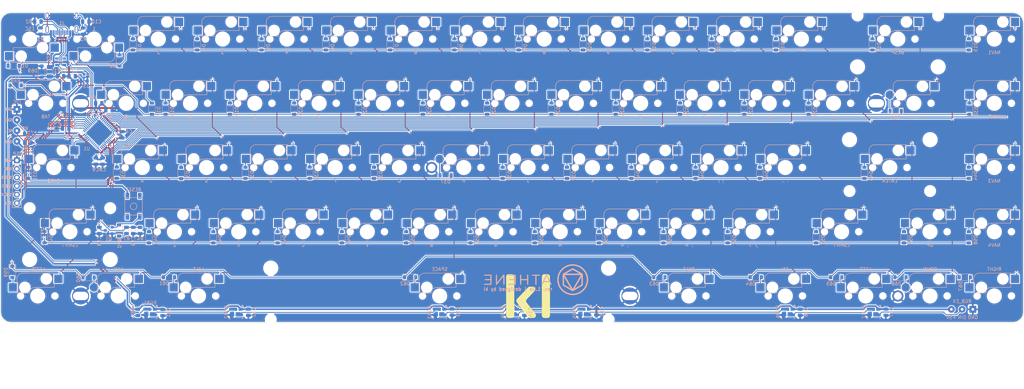
<source format=kicad_pcb>
(kicad_pcb (version 20200811) (host pcbnew "(5.99.0-2809-gaceed2b0a4)")
  (layers (0 "F.Cu" signal) (31 "B.Cu" signal) (34 "B.Paste" user) (35 "F.Paste" user) (36 "B.SilkS" user) (37 "F.SilkS" user) (38 "B.Mask" user) (39 "F.Mask" user) (44 "Edge.Cuts" user))
  (net 0 "")
  (net 1 "GND")
  (net 2 "Net-(C10-Pad1)")
  (net 3 "NRST")
  (net 4 "Net-(D1-Pad2)")
  (net 5 "ROW0")
  (net 6 "Net-(D2-Pad2)")
  (net 7 "Net-(D3-Pad2)")
  (net 8 "Net-(D4-Pad2)")
  (net 9 "Net-(D5-Pad2)")
  (net 10 "Net-(D6-Pad2)")
  (net 11 "Net-(D7-Pad2)")
  (net 12 "Net-(D8-Pad2)")
  (net 13 "Net-(D9-Pad2)")
  (net 14 "Net-(D10-Pad2)")
  (net 15 "Net-(D11-Pad2)")
  (net 16 "Net-(D12-Pad2)")
  (net 17 "Net-(D13-Pad2)")
  (net 18 "Net-(D14-Pad2)")
  (net 19 "Net-(D15-Pad2)")
  (net 20 "Net-(D16-Pad2)")
  (net 21 "ROW1")
  (net 22 "Net-(D17-Pad2)")
  (net 23 "Net-(D18-Pad2)")
  (net 24 "Net-(D19-Pad2)")
  (net 25 "Net-(D20-Pad2)")
  (net 26 "Net-(D21-Pad2)")
  (net 27 "Net-(D22-Pad2)")
  (net 28 "Net-(D23-Pad2)")
  (net 29 "Net-(D24-Pad2)")
  (net 30 "Net-(D25-Pad2)")
  (net 31 "Net-(D26-Pad2)")
  (net 32 "Net-(D27-Pad2)")
  (net 33 "Net-(D28-Pad2)")
  (net 34 "Net-(D29-Pad2)")
  (net 35 "Net-(D30-Pad2)")
  (net 36 "Net-(D31-Pad2)")
  (net 37 "ROW2")
  (net 38 "Net-(D32-Pad2)")
  (net 39 "Net-(D33-Pad2)")
  (net 40 "Net-(D34-Pad2)")
  (net 41 "Net-(D35-Pad2)")
  (net 42 "Net-(D36-Pad2)")
  (net 43 "Net-(D37-Pad2)")
  (net 44 "Net-(D38-Pad2)")
  (net 45 "Net-(D39-Pad2)")
  (net 46 "Net-(D40-Pad2)")
  (net 47 "Net-(D41-Pad2)")
  (net 48 "Net-(D42-Pad2)")
  (net 49 "Net-(D43-Pad2)")
  (net 50 "Net-(D44-Pad2)")
  (net 51 "Net-(D45-Pad2)")
  (net 52 "Net-(D46-Pad2)")
  (net 53 "Net-(D47-Pad2)")
  (net 54 "Net-(D48-Pad2)")
  (net 55 "Net-(D49-Pad2)")
  (net 56 "Net-(D50-Pad2)")
  (net 57 "Net-(D51-Pad2)")
  (net 58 "Net-(D52-Pad2)")
  (net 59 "Net-(D53-Pad2)")
  (net 60 "Net-(D54-Pad2)")
  (net 61 "Net-(D55-Pad2)")
  (net 62 "Net-(D56-Pad2)")
  (net 63 "Net-(D57-Pad2)")
  (net 64 "Net-(D58-Pad2)")
  (net 65 "Net-(D59-Pad2)")
  (net 66 "ROW4")
  (net 67 "Net-(D60-Pad2)")
  (net 68 "Net-(D61-Pad2)")
  (net 69 "Net-(D62-Pad2)")
  (net 70 "Net-(D63-Pad2)")
  (net 71 "Net-(D64-Pad2)")
  (net 72 "Net-(D65-Pad2)")
  (net 73 "Net-(D66-Pad2)")
  (net 74 "Net-(D67-Pad2)")
  (net 75 "BOOT0")
  (net 76 "COL0")
  (net 77 "COL1")
  (net 78 "COL2")
  (net 79 "COL3")
  (net 80 "COL4")
  (net 81 "COL5")
  (net 82 "COL6")
  (net 83 "COL7")
  (net 84 "COL8")
  (net 85 "COL9")
  (net 86 "COL10")
  (net 87 "COL11")
  (net 88 "COL12")
  (net 89 "COL13")
  (net 90 "COL14")
  (net 91 "Net-(D68-Pad2)")
  (net 92 "Net-(J1-Pad3)")
  (net 93 "D+")
  (net 94 "Net-(J1-Pad4)")
  (net 95 "D-")
  (net 96 "I2C2_SCL")
  (net 97 "I2C2_SDA")
  (net 98 "SWCLK")
  (net 99 "SWDIO")
  (net 100 "Net-(J1-Pad9)")
  (net 101 "Net-(J1-Pad10)")
  (net 102 "ROW3")
  (net 103 "RGB")
  (net 104 "Net-(RGB1-Pad4)")
  (net 105 "Net-(RGB2-Pad4)")
  (net 106 "Net-(RGB3-Pad4)")
  (net 107 "Net-(RGB4-Pad4)")
  (net 108 "Net-(RGB5-Pad4)")
  (net 109 "Net-(RGB6-Pad4)")
  (net 110 "Net-(U1-Pad14)")
  (net 111 "Net-(U1-Pad15)")
  (net 112 "Net-(U1-Pad16)")
  (net 113 "Net-(U1-Pad17)")
  (net 114 "Net-(U1-Pad18)")
  (net 115 "Net-(U1-Pad2)")
  (net 116 "VBUS")
  (net 117 "+5V")
  (net 118 "+3V3")
  (net 119 "Net-(U1-Pad19)")
  (net 120 "Net-(U1-Pad25)")
  (net 121 "Net-(U1-Pad3)")
  (net 122 "Net-(U1-Pad4)")
  (net 123 "Net-(D68-Pad1)")
  (net 124 "Net-(U2-Pad1)")
  (net 125 "Net-(U2-Pad6)")
  (net 126 "RGB_EX")
  (module "keyboard_parts:Poker_oval_hole" (layer "F.Cu") (at 203.2 101.6)
    (fp_text reference "H4" hide)
    (fp_text value " " hide)
    (pad "1" thru_hole circle (at 0 0) (size 5 5) (drill oval 4.5 2.5) (layers *.Cu *.Mask) (net 1 "GND"))
  )
  (module "keyboard_parts:Mx_Stab_200" (layer "F.Cu") (at 37.30625 82.55)
    (fp_text reference "ST_LSHIFT" hide)
    (fp_text value "Stabilizer" hide)
    (pad "" np_thru_hole circle (at 11.938 8.255) (size 3.9878 3.9878) (drill 3.9878) (layers *.Cu *.Mask))
    (pad "" np_thru_hole circle (at -11.938 -6.985) (size 3.048 3.048) (drill 3.048) (layers *.Cu *.Mask))
    (pad "" np_thru_hole circle (at -11.938 8.255) (size 3.9878 3.9878) (drill 3.9878) (layers *.Cu *.Mask))
    (pad "" np_thru_hole circle (at 11.938 -6.985) (size 3.048 3.048) (drill 3.048) (layers *.Cu *.Mask))
  )
  (module "keyboard_parts:Mx_Stab_200" (layer "F.Cu") (at 282.575 25.4)
    (fp_text reference "ST_BKSP" hide)
    (fp_text value "Stabilizer" hide)
    (pad "" np_thru_hole circle (at -11.938 -6.985) (size 3.048 3.048) (drill 3.048) (layers *.Cu *.Mask))
    (pad "" np_thru_hole circle (at -11.938 8.255) (size 3.9878 3.9878) (drill 3.9878) (layers *.Cu *.Mask))
    (pad "" np_thru_hole circle (at 11.938 -6.985) (size 3.048 3.048) (drill 3.048) (layers *.Cu *.Mask))
    (pad "" np_thru_hole circle (at 11.938 8.255) (size 3.9878 3.9878) (drill 3.9878) (layers *.Cu *.Mask))
  )
  (module "keyboard_parts:MountingHole_M2" (layer "F.Cu") (at 282.575 101.6)
    (fp_text reference "H5" hide)
    (fp_text value " " hide)
    (pad "1" thru_hole circle (at 0 0) (size 3.3 3.3) (drill 2.3) (layers *.Cu *.Mask) (net 1 "GND"))
  )
  (module "keyboard_parts:MountingHole_M2" (layer "F.Cu") (at 144.4625 63.5)
    (fp_text reference "H3" hide)
    (fp_text value " " hide)
    (pad "1" thru_hole circle (at 0 0) (size 3.3 3.3) (drill 2.3) (layers *.Cu *.Mask) (net 1 "GND"))
  )
  (module "Graphics:kl" (layer "F.Cu") (at 173.031 101.637)
    (fp_text reference "kl logo" hide)
    (fp_text value "LOGO" hide)
  )
  (module "keyboard_parts:Poker_oval_hole" (layer "F.Cu") (at 40.48125 101.6)
    (fp_text reference "H2" hide)
    (fp_text value " " hide)
    (pad "1" thru_hole circle (at 0 0) (size 5 5) (drill oval 4.5 2.5) (layers *.Cu *.Mask) (net 1 "GND"))
  )
  (module "keyboard_parts:Mx_Stab_225" (layer "F.Cu") (at 280.19375 63.5 180)
    (fp_text reference "ST_ENTER" hide)
    (fp_text value "Stabilizer" hide)
    (pad "" np_thru_hole circle (at -11.938 8.255 180) (size 3.9878 3.9878) (drill 3.9878) (layers *.Cu *.Mask))
    (pad "" np_thru_hole circle (at 11.938 8.255 180) (size 3.9878 3.9878) (drill 3.9878) (layers *.Cu *.Mask))
    (pad "" np_thru_hole circle (at -11.938 -6.985 180) (size 3.048 3.048) (drill 3.048) (layers *.Cu *.Mask))
    (pad "" np_thru_hole circle (at 11.938 -6.985 180) (size 3.048 3.048) (drill 3.048) (layers *.Cu *.Mask))
  )
  (module "keyboard_parts:Poker_oval_hole" (layer "F.Cu") (at 40.48125 44.45)
    (fp_text reference "H1" hide)
    (fp_text value " " hide)
    (pad "1" thru_hole circle (at 0 0) (size 5 5) (drill oval 4.5 2.5) (layers *.Cu *.Mask) (net 1 "GND"))
  )
  (module "keebio-parts:ICSP-Header" (layer "F.Cu") (at 21.59 61.3664)
    (fp_text reference "J3" hide)
    (fp_text value "ISP" (at 0 -1.9304) (layer "B.SilkS") (effects (justify mirror)))
    (fp_text user "3.3V" (at -1.49225 12.7) (layer "B.SilkS") (effects (font (size 0.8 0.6)) (justify left mirror)))
    (fp_text user "GND" (at -1.49225 0) (layer "B.SilkS") (effects (font (size 0.8 0.6)) (justify left mirror)))
    (fp_text user "SWDIO" (at -1.49225 7.62) (layer "B.SilkS") (effects (font (size 0.8 0.6)) (justify left mirror)))
    (fp_text user "BOOT0" (at -1.49225 5.08) (layer "B.SilkS") (effects (font (size 0.8 0.6)) (justify left mirror)))
    (fp_text user "NRST" (at -1.49225 2.54) (layer "B.SilkS") (effects (font (size 0.8 0.6)) (justify left mirror)))
    (fp_text user "SWCLK" (at -1.49225 10.16) (layer "B.SilkS") (effects (font (size 0.8 0.6)) (justify left mirror)))
    (pad "1" thru_hole rect (at 0 0) (size 1.7 1.7) (drill 1) (layers *.Cu *.Mask) (net 1 "GND"))
    (pad "2" thru_hole oval (at 0 2.54) (size 1.7 1.7) (drill 1) (layers *.Cu *.Mask) (net 3 "NRST"))
    (pad "3" thru_hole oval (at 0 5.08) (size 1.7 1.7) (drill 1) (layers *.Cu *.Mask) (net 75 "BOOT0"))
    (pad "4" thru_hole oval (at 0 7.62) (size 1.7 1.7) (drill 1) (layers *.Cu *.Mask) (net 99 "SWDIO"))
    (pad "5" thru_hole oval (at 0 10.16) (size 1.7 1.7) (drill 1) (layers *.Cu *.Mask) (net 98 "SWCLK"))
    (pad "6" thru_hole oval (at 0 12.7) (size 1.7 1.7) (drill 1) (layers *.Cu *.Mask) (net 118 "+3V3"))
  )
  (module "keyboard_parts:Poker_oval_hole" (layer "F.Cu") (at 276.225 44.454)
    (fp_text reference "H6" hide)
    (fp_text value " " hide)
    (pad "1" thru_hole circle (at 0 0) (size 5 5) (drill oval 4.5 2.5) (layers *.Cu *.Mask) (net 1 "GND"))
  )
  (module "Diode_SMD:D_SOD-123" (layer "B.Cu") (at 51.196875 65.025 90)
    (fp_text reference "D32" (at -0.79375 2 90) (layer "B.SilkS") (effects (justify mirror)))
    (fp_text value "1N4148W" hide)
    (pad "1" smd rect (at -1.65 0 90) (size 0.9 1.2) (layers "B.Cu" "B.Paste" "B.Mask") (net 37 "ROW2"))
    (pad "2" smd rect (at 1.65 0 90) (size 0.9 1.2) (layers "B.Cu" "B.Paste" "B.Mask") (net 38 "Net-(D32-Pad2)"))
  )
  (module "Diode_SMD:D_SOD-123" (layer "B.Cu") (at 246.459375 26.9875 90)
    (fp_text reference "D13" (at -0.79375 1.984375 90) (layer "B.SilkS") (effects (justify mirror)))
    (fp_text value "1N4148W" hide)
    (pad "1" smd rect (at -1.65 0 90) (size 0.9 1.2) (layers "B.Cu" "B.Paste" "B.Mask") (net 5 "ROW0"))
    (pad "2" smd rect (at 1.65 0 90) (size 0.9 1.2) (layers "B.Cu" "B.Paste" "B.Mask") (net 17 "Net-(D13-Pad2)"))
  )
  (module "Capacitor_SMD:C_0805_2012Metric" (layer "B.Cu") (at 44.958 61.595 -90)
    (fp_text reference "C9" (at 2.54 0 180) (layer "B.SilkS") (effects (justify mirror)))
    (fp_text value "1uF" hide)
    (pad "1" smd roundrect (at -0.9375 0 270) (size 0.975 1.4) (layers "B.Cu" "B.Paste" "B.Mask") (net 118 "+3V3"))
    (pad "2" smd roundrect (at 0.9375 0 270) (size 0.975 1.4) (layers "B.Cu" "B.Paste" "B.Mask") (net 1 "GND"))
  )
  (module "Diode_SMD:D_SOD-123" (layer "B.Cu") (at 303.768125 46.0375 90)
    (fp_text reference "D30" (at -0.79375 2 90) (layer "B.SilkS") (effects (justify mirror)))
    (fp_text value "1N4148W" hide)
    (pad "1" smd rect (at -1.65 0 90) (size 0.9 1.2) (layers "B.Cu" "B.Paste" "B.Mask") (net 21 "ROW1"))
    (pad "2" smd rect (at 1.65 0 90) (size 0.9 1.2) (layers "B.Cu" "B.Paste" "B.Mask") (net 35 "Net-(D30-Pad2)"))
  )
  (module "Capacitor_SMD:C_0805_2012Metric" (layer "B.Cu") (at 37.973 36.449 180)
    (fp_text reference "C2" (at -0.762 1.651) (layer "B.SilkS") (effects (justify mirror)))
    (fp_text value "1uF" hide)
    (pad "1" smd roundrect (at -0.9375 0 180) (size 0.975 1.4) (layers "B.Cu" "B.Paste" "B.Mask") (net 118 "+3V3"))
    (pad "2" smd roundrect (at 0.9375 0 180) (size 0.975 1.4) (layers "B.Cu" "B.Paste" "B.Mask") (net 1 "GND"))
  )
  (module "Project Library:Kailh_MX_Socket (3D)" (layer "B.Cu") (at 220.6625 82.55 180)
    (fp_text reference "K54" hide)
    (fp_text value "KEYSW" hide)
    (fp_text user ". >" (at 0 -3.96875 unlocked) (layer "B.SilkS") (effects (justify mirror)))
    (pad "" np_thru_hole circle (at 0 0 180) (size 3.98018 3.98018) (drill 3.98018) (layers *.Cu *.Mask))
    (pad "" np_thru_hole circle (at 5.08 0 180) (size 1.7 1.7) (drill 1.7) (layers *.Cu *.Mask))
    (pad "" np_thru_hole circle (at -2.54 5.08 180) (size 2.95 2.95) (drill 2.95) (layers *.Cu *.Mask))
    (pad "" np_thru_hole circle (at 3.81 2.54 180) (size 2.95 2.95) (drill 2.95) (layers *.Cu *.Mask))
    (pad "" np_thru_hole circle (at -5.08 0 180) (size 1.7 1.7) (drill 1.7) (layers *.Cu *.Mask))
    (pad "1" smd rect (at 7.36 2.54 180) (size 2.55 2.5) (layers "B.Cu" "B.Paste" "B.Mask") (net 60 "Net-(D54-Pad2)"))
    (pad "2" smd rect (at -6.09 5.08 180) (size 2.55 2.5) (layers "B.Cu" "B.Paste" "B.Mask") (net 85 "COL9"))
  )
  (module "Diode_SMD:D_SOD-123" (layer "B.Cu") (at 113.109375 26.9875 90)
    (fp_text reference "D6" (at -0.79375 1.984375 270) (layer "B.SilkS") (effects (justify mirror)))
    (fp_text value "1N4148W" hide)
    (pad "1" smd rect (at -1.65 0 90) (size 0.9 1.2) (layers "B.Cu" "B.Paste" "B.Mask") (net 5 "ROW0"))
    (pad "2" smd rect (at 1.65 0 90) (size 0.9 1.2) (layers "B.Cu" "B.Paste" "B.Mask") (net 10 "Net-(D6-Pad2)"))
  )
  (module "type-c:HRO-TYPE-C-31-M-12" (layer "B.Cu") (at 34.925 15.8125)
    (fp_text reference "J1" (at 0 4.825) (layer "B.SilkS") (effects (justify mirror)))
    (fp_text value "HRO-TYPE-C-31-M-12")
    (pad "" np_thru_hole circle (at -2.89 6.25) (size 0.65 0.65) (drill 0.65) (layers *.Cu *.Mask))
    (pad "" np_thru_hole circle (at 2.89 6.25) (size 0.65 0.65) (drill 0.65) (layers *.Cu *.Mask))
    (pad "1" smd rect (at -3.225 7.695) (size 0.6 1.45) (layers "B.Cu" "B.Paste" "B.Mask") (net 1 "GND"))
    (pad "2" smd rect (at -2.45 7.695) (size 0.6 1.45) (layers "B.Cu" "B.Paste" "B.Mask") (net 116 "VBUS"))
    (pad "3" smd rect (at -1.75 7.695) (size 0.3 1.45) (layers "B.Cu" "B.Paste" "B.Mask") (net 92 "Net-(J1-Pad3)"))
    (pad "4" smd rect (at -1.25 7.695) (size 0.3 1.45) (layers "B.Cu" "B.Paste" "B.Mask") (net 94 "Net-(J1-Pad4)"))
    (pad "5" smd rect (at -0.75 7.695) (size 0.3 1.45) (layers "B.Cu" "B.Paste" "B.Mask") (net 95 "D-"))
    (pad "6" smd rect (at -0.25 7.695) (size 0.3 1.45) (layers "B.Cu" "B.Paste" "B.Mask") (net 93 "D+"))
    (pad "7" smd rect (at 0.25 7.695) (size 0.3 1.45) (layers "B.Cu" "B.Paste" "B.Mask") (net 95 "D-"))
    (pad "8" smd rect (at 0.75 7.695) (size 0.3 1.45) (layers "B.Cu" "B.Paste" "B.Mask") (net 93 "D+"))
    (pad "9" smd rect (at 1.25 7.695) (size 0.3 1.45) (layers "B.Cu" "B.Paste" "B.Mask") (net 100 "Net-(J1-Pad9)"))
    (pad "10" smd rect (at 1.75 7.695) (size 0.3 1.45) (layers "B.Cu" "B.Paste" "B.Mask") (net 101 "Net-(J1-Pad10)"))
    (pad "11" smd rect (at 2.45 7.695) (size 0.6 1.45) (layers "B.Cu" "B.Paste" "B.Mask") (net 116 "VBUS"))
    (pad "12" smd rect (at 3.225 7.695) (size 0.6 1.45) (layers "B.Cu" "B.Paste" "B.Mask") (net 1 "GND"))
    (pad "13" thru_hole oval (at -4.32 6.78) (size 1 2.1) (drill oval 0.6 1.7) (layers *.Cu "F.Mask") (net 2 "Net-(C10-Pad1)"))
    (pad "13" thru_hole oval (at 4.32 2.6) (size 1 1.6) (drill oval 0.6 1.2) (layers *.Cu "F.Mask") (net 2 "Net-(C10-Pad1)"))
    (pad "13" thru_hole oval (at -4.32 2.6) (size 1 1.6) (drill oval 0.6 1.2) (layers *.Cu "F.Mask") (net 2 "Net-(C10-Pad1)"))
    (pad "13" thru_hole oval (at 4.32 6.78) (size 1 2.1) (drill oval 0.6 1.7) (layers *.Cu "F.Mask") (net 2 "Net-(C10-Pad1)"))
  )
  (module "Diode_SMD:D_SOD-123" (layer "B.Cu") (at 94.059375 26.9875 90)
    (fp_text reference "D5" (at -0.79375 2 90) (layer "B.SilkS") (effects (justify mirror)))
    (fp_text value "1N4148W" hide)
    (pad "1" smd rect (at -1.65 0 90) (size 0.9 1.2) (layers "B.Cu" "B.Paste" "B.Mask") (net 5 "ROW0"))
    (pad "2" smd rect (at 1.65 0 90) (size 0.9 1.2) (layers "B.Cu" "B.Paste" "B.Mask") (net 9 "Net-(D5-Pad2)"))
  )
  (module "Graphics:athene" (layer "B.Cu") (at 175.006 96.774 180)
    (fp_text reference "athene logo" hide)
    (fp_text value "LOGO" hide)
  )
  (module "Project Library:Kailh_MX_Socket (3D)" (layer "B.Cu") (at 282.575 25.4 180)
    (fp_text reference "K14" hide)
    (fp_text value "KEYSW" hide)
    (fp_text user "BKSP" (at 0 -3.96875 unlocked) (layer "B.SilkS") (effects (justify mirror)))
    (pad "" np_thru_hole circle (at -5.08 0 180) (size 1.7 1.7) (drill 1.7) (layers *.Cu *.Mask))
    (pad "" np_thru_hole circle (at 3.81 2.54 180) (size 2.95 2.95) (drill 2.95) (layers *.Cu *.Mask))
    (pad "" np_thru_hole circle (at 0 0 180) (size 3.98018 3.98018) (drill 3.98018) (layers *.Cu *.Mask))
    (pad "" np_thru_hole circle (at 5.08 0 180) (size 1.7 1.7) (drill 1.7) (layers *.Cu *.Mask))
    (pad "" np_thru_hole circle (at -2.54 5.08 180) (size 2.95 2.95) (drill 2.95) (layers *.Cu *.Mask))
    (pad "1" smd rect (at 7.36 2.54 180) (size 2.55 2.5) (layers "B.Cu" "B.Paste" "B.Mask") (net 18 "Net-(D14-Pad2)"))
    (pad "2" smd rect (at -6.09 5.08 180) (size 2.55 2.5) (layers "B.Cu" "B.Paste" "B.Mask") (net 89 "COL13"))
  )
  (module "Diode_SMD:D_SOD-123" (layer "B.Cu") (at 55.959375 26.9875 90)
    (fp_text reference "D3" (at -0.79375 1.984375 90) (layer "B.SilkS") (effects (justify mirror)))
    (fp_text value "1N4148W" hide)
    (pad "1" smd rect (at -1.65 0 90) (size 0.9 1.2) (layers "B.Cu" "B.Paste" "B.Mask") (net 5 "ROW0"))
    (pad "2" smd rect (at 1.65 0 90) (size 0.9 1.2) (layers "B.Cu" "B.Paste" "B.Mask") (net 7 "Net-(D3-Pad2)"))
  )
  (module "Diode_SMD:D_SOD-123" (layer "B.Cu") (at 203.596875 65.0875 90)
    (fp_text reference "D40" (at -0.79375 2 90) (layer "B.SilkS") (effects (justify mirror)))
    (fp_text value "1N4148W" hide)
    (pad "1" smd rect (at -1.65 0 90) (size 0.9 1.2) (layers "B.Cu" "B.Paste" "B.Mask") (net 37 "ROW2"))
    (pad "2" smd rect (at 1.65 0 90) (size 0.9 1.2) (layers "B.Cu" "B.Paste" "B.Mask") (net 46 "Net-(D40-Pad2)"))
  )
  (module "Capacitor_SMD:C_0805_2012Metric" (layer "B.Cu") (at 46.0088 82.169 -90)
    (fp_text reference "C18" (at 3.175 0 -90) (layer "B.SilkS") (effects (justify mirror)))
    (fp_text value "4.7nF")
    (pad "1" smd roundrect (at -0.9375 0 270) (size 0.975 1.4) (layers "B.Cu" "B.Paste" "B.Mask") (net 3 "NRST"))
    (pad "2" smd roundrect (at 0.9375 0 270) (size 0.975 1.4) (layers "B.Cu" "B.Paste" "B.Mask") (net 1 "GND"))
  )
  (module "Diode_SMD:D_SOD-123" (layer "B.Cu") (at 132.159375 26.9875 90)
    (fp_text reference "D7" (at -0.79375 2 90) (layer "B.SilkS") (effects (justify mirror)))
    (fp_text value "1N4148W" hide)
    (pad "1" smd rect (at -1.65 0 90) (size 0.9 1.2) (layers "B.Cu" "B.Paste" "B.Mask") (net 5 "ROW0"))
    (pad "2" smd rect (at 1.65 0 90) (size 0.9 1.2) (layers "B.Cu" "B.Paste" "B.Mask") (net 11 "Net-(D7-Pad2)"))
  )
  (module "Package_TO_SOT_SMD:SOT-23" (layer "B.Cu") (at 41.529 36.83 90)
    (fp_text reference "U3" (at -2.54 0.762) (layer "B.SilkS") (effects (justify mirror)))
    (fp_text value "XC6206P332MR" hide)
    (pad "1" smd rect (at -1 0.95 90) (size 0.9 0.8) (layers "B.Cu" "B.Paste" "B.Mask") (net 1 "GND"))
    (pad "2" smd rect (at -1 -0.95 90) (size 0.9 0.8) (layers "B.Cu" "B.Paste" "B.Mask") (net 118 "+3V3"))
    (pad "3" smd rect (at 1 0 90) (size 0.9 0.8) (layers "B.Cu" "B.Paste" "B.Mask") (net 117 "+5V"))
  )
  (module "Project Library:Kailh_MX_Socket (3D)" (layer "B.Cu") (at 311.15 82.55 180)
    (fp_text reference "K58" hide)
    (fp_text value "KEYSW" hide)
    (fp_text user "NAV4" (at 0 -3.96875 unlocked) (layer "B.SilkS") (effects (justify mirror)))
    (pad "" np_thru_hole circle (at -2.54 5.08 180) (size 2.95 2.95) (drill 2.95) (layers *.Cu *.Mask))
    (pad "" np_thru_hole circle (at 3.81 2.54 180) (size 2.95 2.95) (drill 2.95) (layers *.Cu *.Mask))
    (pad "" np_thru_hole circle (at 5.08 0 180) (size 1.7 1.7) (drill 1.7) (layers *.Cu *.Mask))
    (pad "" np_thru_hole circle (at 0 0 180) (size 3.98018 3.98018) (drill 3.98018) (layers *.Cu *.Mask))
    (pad "" np_thru_hole circle (at -5.08 0 180) (size 1.7 1.7) (drill 1.7) (layers *.Cu *.Mask))
    (pad "1" smd rect (at 7.36 2.54 180) (size 2.55 2.5) (layers "B.Cu" "B.Paste" "B.Mask") (net 64 "Net-(D58-Pad2)"))
    (pad "2" smd rect (at -6.09 5.08 180) (size 2.55 2.5) (layers "B.Cu" "B.Paste" "B.Mask") (net 90 "COL14"))
  )
  (module "Project Library:Kailh_MX_Socket (3D)" (layer "B.Cu") (at 187.325 44.45 180)
    (fp_text reference "K24" hide)
    (fp_text value "KEYSW" hide)
    (fp_text user "I" (at 0 -3.96875 unlocked) (layer "B.SilkS") (effects (justify mirror)))
    (pad "" np_thru_hole circle (at 3.81 2.54 180) (size 2.95 2.95) (drill 2.95) (layers *.Cu *.Mask))
    (pad "" np_thru_hole circle (at -5.08 0 180) (size 1.7 1.7) (drill 1.7) (layers *.Cu *.Mask))
    (pad "" np_thru_hole circle (at 5.08 0 180) (size 1.7 1.7) (drill 1.7) (layers *.Cu *.Mask))
    (pad "" np_thru_hole circle (at -2.54 5.08 180) (size 2.95 2.95) (drill 2.95) (layers *.Cu *.Mask))
    (pad "" np_thru_hole circle (at 0 0 180) (size 3.98018 3.98018) (drill 3.98018) (layers *.Cu *.Mask))
    (pad "1" smd rect (at 7.36 2.54 180) (size 2.55 2.5) (layers "B.Cu" "B.Paste" "B.Mask") (net 29 "Net-(D24-Pad2)"))
    (pad "2" smd rect (at -6.09 5.08 180) (size 2.55 2.5) (layers "B.Cu" "B.Paste" "B.Mask") (net 84 "COL8"))
  )
  (module "Diode_SMD:D_SOD-123" (layer "B.Cu") (at 198.993125 46.0375 90)
    (fp_text reference "D25" (at -0.79375 2 90) (layer "B.SilkS") (effects (justify mirror)))
    (fp_text value "1N4148W" hide)
    (pad "1" smd rect (at -1.65 0 90) (size 0.9 1.2) (layers "B.Cu" "B.Paste" "B.Mask") (net 21 "ROW1"))
    (pad "2" smd rect (at 1.65 0 90) (size 0.9 1.2) (layers "B.Cu" "B.Paste" "B.Mask") (net 30 "Net-(D25-Pad2)"))
  )
  (module "Diode_SMD:D_SOD-123" (layer "B.Cu") (at 237.093125 46.0375 90)
    (fp_text reference "D27" (at -0.79375 2 90) (layer "B.SilkS") (effects (justify mirror)))
    (fp_text value "1N4148W" hide)
    (pad "1" smd rect (at -1.65 0 90) (size 0.9 1.2) (layers "B.Cu" "B.Paste" "B.Mask") (net 21 "ROW1"))
    (pad "2" smd rect (at 1.65 0 90) (size 0.9 1.2) (layers "B.Cu" "B.Paste" "B.Mask") (net 32 "Net-(D27-Pad2)"))
  )
  (module "Diode_SMD:D_SOD-123" (layer "B.Cu") (at 272.653125 65.0875 90)
    (fp_text reference "D43" (at -0.9017 2.022475 90) (layer "B.SilkS") (effects (justify mirror)))
    (fp_text value "1N4148W" hide)
    (pad "1" smd rect (at -1.65 0 90) (size 0.9 1.2) (layers "B.Cu" "B.Paste" "B.Mask") (net 37 "ROW2"))
    (pad "2" smd rect (at 1.65 0 90) (size 0.9 1.2) (layers "B.Cu" "B.Paste" "B.Mask") (net 49 "Net-(D43-Pad2)"))
  )
  (module "Capacitor_SMD:C_0805_2012Metric" (layer "B.Cu") (at 45.847 44.45 180)
    (fp_text reference "C6" (at 1.778 1.651) (layer "B.SilkS") (effects (justify mirror)))
    (fp_text value "100nF" hide)
    (pad "1" smd roundrect (at -0.9375 0 180) (size 0.975 1.4) (layers "B.Cu" "B.Paste" "B.Mask") (net 118 "+3V3"))
    (pad "2" smd roundrect (at 0.9375 0 180) (size 0.975 1.4) (layers "B.Cu" "B.Paste" "B.Mask") (net 1 "GND"))
  )
  (module "Project Library:Kailh_MX_Socket (3D)" (layer "B.Cu") (at 163.5125 82.55 180)
    (fp_text reference "K51" hide)
    (fp_text value "KEYSW" hide)
    (fp_text user "N" (at 0 -3.96875 unlocked) (layer "B.SilkS") (effects (justify mirror)))
    (pad "" np_thru_hole circle (at 0 0 180) (size 3.98018 3.98018) (drill 3.98018) (layers *.Cu *.Mask))
    (pad "" np_thru_hole circle (at 3.81 2.54 180) (size 2.95 2.95) (drill 2.95) (layers *.Cu *.Mask))
    (pad "" np_thru_hole circle (at -5.08 0 180) (size 1.7 1.7) (drill 1.7) (layers *.Cu *.Mask))
    (pad "" np_thru_hole circle (at -2.54 5.08 180) (size 2.95 2.95) (drill 2.95) (layers *.Cu *.Mask))
    (pad "" np_thru_hole circle (at 5.08 0 180) (size 1.7 1.7) (drill 1.7) (layers *.Cu *.Mask))
    (pad "1" smd rect (at 7.36 2.54 180) (size 2.55 2.5) (layers "B.Cu" "B.Paste" "B.Mask") (net 57 "Net-(D51-Pad2)"))
    (pad "2" smd rect (at -6.09 5.08 180) (size 2.55 2.5) (layers "B.Cu" "B.Paste" "B.Mask") (net 82 "COL6"))
  )
  (module "Diode_SMD:D_SOD-123" (layer "B.Cu") (at 51.990625 31.75 90)
    (fp_text reference "D2" (at -1.5748 -2.054225 180) (layer "B.SilkS") (effects (justify mirror)))
    (fp_text value "1N4148W" hide)
    (pad "1" smd rect (at -1.65 0 90) (size 0.9 1.2) (layers "B.Cu" "B.Paste" "B.Mask") (net 5 "ROW0"))
    (pad "2" smd rect (at 1.65 0 90) (size 0.9 1.2) (layers "B.Cu" "B.Paste" "B.Mask") (net 6 "Net-(D2-Pad2)"))
  )
  (module "Project Library:Kailh_MX_Socket (3D)" (layer "B.Cu") (at 149.225 44.45 180)
    (fp_text reference "K22" hide)
    (fp_text value "KEYSW" hide)
    (fp_text user "Y" (at 0 -3.96875 unlocked) (layer "B.SilkS") (effects (justify mirror)))
    (pad "" np_thru_hole circle (at 0 0 180) (size 3.98018 3.98018) (drill 3.98018) (layers *.Cu *.Mask))
    (pad "" np_thru_hole circle (at 3.81 2.54 180) (size 2.95 2.95) (drill 2.95) (layers *.Cu *.Mask))
    (pad "" np_thru_hole circle (at -5.08 0 180) (size 1.7 1.7) (drill 1.7) (layers *.Cu *.Mask))
    (pad "" np_thru_hole circle (at 5.08 0 180) (size 1.7 1.7) (drill 1.7) (layers *.Cu *.Mask))
    (pad "" np_thru_hole circle (at -2.54 5.08 180) (size 2.95 2.95) (drill 2.95) (layers *.Cu *.Mask))
    (pad "1" smd rect (at 7.36 2.54 180) (size 2.55 2.5) (layers "B.Cu" "B.Paste" "B.Mask") (net 27 "Net-(D22-Pad2)"))
    (pad "2" smd rect (at -6.09 5.08 180) (size 2.55 2.5) (layers "B.Cu" "B.Paste" "B.Mask") (net 82 "COL6"))
  )
  (module "Diode_SMD:D_SOD-123" (layer "B.Cu") (at 117.871875 84.2 90)
    (fp_text reference "D49" (at -0.73125 2 90) (layer "B.SilkS") (effects (justify mirror)))
    (fp_text value "1N4148W" hide)
    (pad "1" smd rect (at -1.65 0 90) (size 0.9 1.2) (layers "B.Cu" "B.Paste" "B.Mask") (net 102 "ROW3"))
    (pad "2" smd rect (at 1.65 0 90) (size 0.9 1.2) (layers "B.Cu" "B.Paste" "B.Mask") (net 55 "Net-(D49-Pad2)"))
  )
  (module "Project Library:Kailh_MX_Socket (3D)" (layer "B.Cu") (at 27.78125 101.6 180)
    (fp_text reference "K59" hide)
    (fp_text value "KEYSW" hide)
    (fp_text user "LCTRL" (at 0 7.9375 unlocked) (layer "B.SilkS") (effects (justify mirror)))
    (pad "" np_thru_hole circle (at 5.08 0 180) (size 1.7 1.7) (drill 1.7) (layers *.Cu *.Mask))
    (pad "" np_thru_hole circle (at -2.54 5.08 180) (size 2.95 2.95) (drill 2.95) (layers *.Cu *.Mask))
    (pad "" np_thru_hole circle (at 0 0 180) (size 3.98018 3.98018) (drill 3.98018) (layers *.Cu *.Mask))
    (pad "" np_thru_hole circle (at -5.08 0 180) (size 1.7 1.7) (drill 1.7) (layers *.Cu *.Mask))
    (pad "" np_thru_hole circle (at 3.81 2.54 180) (size 2.95 2.95) (drill 2.95) (layers *.Cu *.Mask))
    (pad "1" smd rect (at 7.36 2.54 180) (size 2.55 2.5) (layers "B.Cu" "B.Paste" "B.Mask") (net 65 "Net-(D59-Pad2)"))
    (pad "2" smd rect (at -6.09 5.08 180) (size 2.55 2.5) (layers "B.Cu" "B.Paste" "B.Mask") (net 76 "COL0"))
  )
  (module "Project Library:Kailh_MX_Socket (3D)" (layer "B.Cu") (at 311.15 25.4 180)
    (fp_text reference "K15" hide)
    (fp_text value "KEYSW" hide)
    (fp_text user "NAV1" (at 0 -3.96875 unlocked) (layer "B.SilkS") (effects (justify mirror)))
    (pad "" np_thru_hole circle (at 5.08 0 180) (size 1.7 1.7) (drill 1.7) (layers *.Cu *.Mask))
    (pad "" np_thru_hole circle (at -5.08 0 180) (size 1.7 1.7) (drill 1.7) (layers *.Cu *.Mask))
    (pad "" np_thru_hole circle (at 3.81 2.54 180) (size 2.95 2.95) (drill 2.95) (layers *.Cu *.Mask))
    (pad "" np_thru_hole circle (at -2.54 5.08 180) (size 2.95 2.95) (drill 2.95) (layers *.Cu *.Mask))
    (pad "" np_thru_hole circle (at 0 0 180) (size 3.98018 3.98018) (drill 3.98018) (layers *.Cu *.Mask))
    (pad "1" smd rect (at 7.36 2.54 180) (size 2.55 2.5) (layers "B.Cu" "B.Paste" "B.Mask") (net 19 "Net-(D15-Pad2)"))
    (pad "2" smd rect (at -6.09 5.08 180) (size 2.55 2.5) (layers "B.Cu" "B.Paste" "B.Mask") (net 90 "COL14"))
  )
  (module "Diode_SMD:D_SOD-123" (layer "B.Cu") (at 136.921875 84.2 90)
    (fp_text reference "D50" (at -0.73125 2 90) (layer "B.SilkS") (effects (justify mirror)))
    (fp_text value "1N4148W" hide)
    (pad "1" smd rect (at -1.65 0 90) (size 0.9 1.2) (layers "B.Cu" "B.Paste" "B.Mask") (net 102 "ROW3"))
    (pad "2" smd rect (at 1.65 0 90) (size 0.9 1.2) (layers "B.Cu" "B.Paste" "B.Mask") (net 56 "Net-(D50-Pad2)"))
  )
  (module "Diode_SMD:D_SOD-123" (layer "B.Cu") (at 20.644326 33.3375 180)
    (fp_text reference "D1" (at -3.384074 0.0127) (layer "B.SilkS") (effects (justify mirror)))
    (fp_text value "1N4148W" hide)
    (pad "1" smd rect (at -1.65 0 180) (size 0.9 1.2) (layers "B.Cu" "B.Paste" "B.Mask") (net 5 "ROW0"))
    (pad "2" smd rect (at 1.65 0 180) (size 0.9 1.2) (layers "B.Cu" "B.Paste" "B.Mask") (net 4 "Net-(D1-Pad2)"))
  )
  (module "Project Library:Kailh_MX_Socket (3D)" (layer "B.Cu") (at 120.65 25.4 180)
    (fp_text reference "K6" hide)
    (fp_text value "KEYSW" hide)
    (fp_text user "5" (at 0 -3.96875 unlocked) (layer "B.SilkS") (effects (justify mirror)))
    (pad "" np_thru_hole circle (at 3.81 2.54 180) (size 2.95 2.95) (drill 2.95) (layers *.Cu *.Mask))
    (pad "" np_thru_hole circle (at 5.08 0 180) (size 1.7 1.7) (drill 1.7) (layers *.Cu *.Mask))
    (pad "" np_thru_hole circle (at -2.54 5.08 180) (size 2.95 2.95) (drill 2.95) (layers *.Cu *.Mask))
    (pad "" np_thru_hole circle (at -5.08 0 180) (size 1.7 1.7) (drill 1.7) (layers *.Cu *.Mask))
    (pad "" np_thru_hole circle (at 0 0 180) (size 3.98018 3.98018) (drill 3.98018) (layers *.Cu *.Mask))
    (pad "1" smd rect (at 7.36 2.54 180) (size 2.55 2.5) (layers "B.Cu" "B.Paste" "B.Mask") (net 10 "Net-(D6-Pad2)"))
    (pad "2" smd rect (at -6.09 5.08 180) (size 2.55 2.5) (layers "B.Cu" "B.Paste" "B.Mask") (net 81 "COL5"))
  )
  (module "Project Library:Kailh_MX_Socket (3D)" (layer "B.Cu") (at 239.7125 82.55 180)
    (fp_text reference "K55" hide)
    (fp_text value "KEYSW" hide)
    (fp_text user "/ ?" (at 0 -3.96875 unlocked) (layer "B.SilkS") (effects (justify mirror)))
    (pad "" np_thru_hole circle (at 0 0 180) (size 3.98018 3.98018) (drill 3.98018) (layers *.Cu *.Mask))
    (pad "" np_thru_hole circle (at 5.08 0 180) (size 1.7 1.7) (drill 1.7) (layers *.Cu *.Mask))
    (pad "" np_thru_hole circle (at 3.81 2.54 180) (size 2.95 2.95) (drill 2.95) (layers *.Cu *.Mask))
    (pad "" np_thru_hole circle (at -2.54 5.08 180) (size 2.95 2.95) (drill 2.95) (layers *.Cu *.Mask))
    (pad "" np_thru_hole circle (at -5.08 0 180) (size 1.7 1.7) (drill 1.7) (layers *.Cu *.Mask))
    (pad "1" smd rect (at 7.36 2.54 180) (size 2.55 2.5) (layers "B.Cu" "B.Paste" "B.Mask") (net 61 "Net-(D55-Pad2)"))
    (pad "2" smd rect (at -6.09 5.08 180) (size 2.55 2.5) (layers "B.Cu" "B.Paste" "B.Mask") (net 86 "COL10"))
  )
  (module "Diode_SMD:D_SOD-123" (layer "B.Cu") (at 165.496875 65.0875 90)
    (fp_text reference "D38" (at -0.79375 2 90) (layer "B.SilkS") (effects (justify mirror)))
    (fp_text value "1N4148W" hide)
    (pad "1" smd rect (at -1.65 0 90) (size 0.9 1.2) (layers "B.Cu" "B.Paste" "B.Mask") (net 37 "ROW2"))
    (pad "2" smd rect (at 1.65 0 90) (size 0.9 1.2) (layers "B.Cu" "B.Paste" "B.Mask") (net 44 "Net-(D38-Pad2)"))
  )
  (module "Diode_SMD:D_SOD-123" (layer "B.Cu") (at 127.396875 65.0875 90)
    (fp_text reference "D36" (at -0.79375 2 90) (layer "B.SilkS") (effects (justify mirror)))
    (fp_text value "1N4148W" hide)
    (pad "1" smd rect (at -1.65 0 90) (size 0.9 1.2) (layers "B.Cu" "B.Paste" "B.Mask") (net 37 "ROW2"))
    (pad "2" smd rect (at 1.65 0 90) (size 0.9 1.2) (layers "B.Cu" "B.Paste" "B.Mask") (net 42 "Net-(D36-Pad2)"))
  )
  (module "Project Library:Kailh_MX_Socket (3D)" (layer "B.Cu") (at 177.8 25.4 180)
    (fp_text reference "K9" hide)
    (fp_text value "KEYSW" hide)
    (fp_text user "8" (at 0 -3.96875 unlocked) (layer "B.SilkS") (effects (justify mirror)))
    (pad "" np_thru_hole circle (at -2.54 5.08 180) (size 2.95 2.95) (drill 2.95) (layers *.Cu *.Mask))
    (pad "" np_thru_hole circle (at 5.08 0 180) (size 1.7 1.7) (drill 1.7) (layers *.Cu *.Mask))
    (pad "" np_thru_hole circle (at 3.81 2.54 180) (size 2.95 2.95) (drill 2.95) (layers *.Cu *.Mask))
    (pad "" np_thru_hole circle (at -5.08 0 180) (size 1.7 1.7) (drill 1.7) (layers *.Cu *.Mask))
    (pad "" np_thru_hole circle (at 0 0 180) (size 3.98018 3.98018) (drill 3.98018) (layers *.Cu *.Mask))
    (pad "1" smd rect (at 7.36 2.54 180) (size 2.55 2.5) (layers "B.Cu" "B.Paste" "B.Mask") (net 13 "Net-(D9-Pad2)"))
    (pad "2" smd rect (at -6.09 5.08 180) (size 2.55 2.5) (layers "B.Cu" "B.Paste" "B.Mask") (net 84 "COL8"))
  )
  (module "Project Library:Kailh_MX_Socket (3D)" (layer "B.Cu") (at 201.6125 82.55 180)
    (fp_text reference "K53" hide)
    (fp_text value "KEYSW" hide)
    (fp_text user ", <" (at 0 -3.96875 unlocked) (layer "B.SilkS") (effects (justify mirror)))
    (pad "" np_thru_hole circle (at -2.54 5.08 180) (size 2.95 2.95) (drill 2.95) (layers *.Cu *.Mask))
    (pad "" np_thru_hole circle (at 0 0 180) (size 3.98018 3.98018) (drill 3.98018) (layers *.Cu *.Mask))
    (pad "" np_thru_hole circle (at 3.81 2.54 180) (size 2.95 2.95) (drill 2.95) (layers *.Cu *.Mask))
    (pad "" np_thru_hole circle (at -5.08 0 180) (size 1.7 1.7) (drill 1.7) (layers *.Cu *.Mask))
    (pad "" np_thru_hole circle (at 5.08 0 180) (size 1.7 1.7) (drill 1.7) (layers *.Cu *.Mask))
    (pad "1" smd rect (at 7.36 2.54 180) (size 2.55 2.5) (layers "B.Cu" "B.Paste" "B.Mask") (net 59 "Net-(D53-Pad2)"))
    (pad "2" smd rect (at -6.09 5.08 180) (size 2.55 2.5) (layers "B.Cu" "B.Paste" "B.Mask") (net 84 "COL8"))
  )
  (module "LED_SMD:SK6812_Mini" (layer "B.Cu") (at 146.84375 106.3625)
    (fp_text reference "RGB3" (at -2.95275 0.0635 270) (layer "B.SilkS") (effects (font (thickness 0.125)) (justify mirror)))
    (fp_text value "SK6812")
    (pad "1" smd oval (at -1.3 0.875) (size 1.5 0.85) (layers "B.Cu" "B.Paste") (net 1 "GND"))
    (pad "1" smd roundrect (at -1.55 0.875) (size 1 0.85) (layers "B.Cu" "B.Mask") (roundrect_rratio 0.235) (net 1 "GND"))
    (pad "1" smd roundrect (at -0.975 0.575) (size 0.85 1.45) (layers "B.Cu" "B.Mask") (net 1 "GND"))
    (pad "2" smd roundrect (at -1.55 -0.875) (size 1 0.85) (layers "B.Cu" "B.Mask") (roundrect_rratio 0.235) (net 105 "Net-(RGB2-Pad4)"))
    (pad "2" smd oval (at -0.95 -0.875) (size 2.2 0.85) (layers "B.Cu" "B.Paste") (net 105 "Net-(RGB2-Pad4)"))
    (pad "2" smd roundrect (at -0.075 -0.825) (size 0.875 0.95) (layers "B.Cu" "B.Mask") (roundrect_rratio 0.235) (net 105 "Net-(RGB2-Pad4)"))
    (pad "2" smd rect (at -0.75 -0.875) (size 1.6 0.85) (layers "B.Cu" "B.Mask") (net 105 "Net-(RGB2-Pad4)"))
    (pad "3" smd roundrect (at 1.08 -0.825) (size 0.65 0.95) (layers "B.Cu" "B.Mask") (roundrect_rratio 0.307) (net 117 "+5V"))
    (pad "3" smd roundrect (at 1.55 -0.875) (size 1 0.85) (layers "B.Cu" "B.Mask") (roundrect_rratio 0.235) (net 117 "+5V"))
    (pad "3" smd oval (at 1.4 -0.875) (size 1.3 0.85) (layers "B.Cu" "B.Paste") (net 117 "+5V"))
    (pad "4" smd oval (at 0.95 0.875) (size 2.2 0.85) (layers "B.Cu" "B.Paste") (net 106 "Net-(RGB3-Pad4)"))
    (pad "4" smd roundrect (at 0.625 0.68) (size 1.55 1.25) (layers "B.Cu" "B.Mask") (roundrect_rratio 0.16) (net 106 "Net-(RGB3-Pad4)"))
    (pad "4" smd roundrect (at 1.55 0.875) (size 1 0.85) (layers "B.Cu" "B.Mask") (roundrect_rratio 0.235) (net 106 "Net-(RGB3-Pad4)"))
  )
  (module "Project Library:Kailh_MX_Socket (3D)" (layer "B.Cu") (at 32.54375 63.5 180)
    (fp_text reference "K31" hide)
    (fp_text value "KEYSW" hide)
    (fp_text user "CAPS" (at 0 -3.96875 unlocked) (layer "B.SilkS") (effects (justify mirror)))
    (pad "" np_thru_hole circle (at 3.81 2.54 180) (size 2.95 2.95) (drill 2.95) (layers *.Cu *.Mask))
    (pad "" np_thru_hole circle (at -5.08 0 180) (size 1.7 1.7) (drill 1.7) (layers *.Cu *.Mask))
    (pad "" np_thru_hole circle (at 0 0 180) (size 3.98018 3.98018) (drill 3.98018) (layers *.Cu *.Mask))
    (pad "" np_thru_hole circle (at -2.54 5.08 180) (size 2.95 2.95) (drill 2.95) (layers *.Cu *.Mask))
    (pad "" np_thru_hole circle (at 5.08 0 180) (size 1.7 1.7) (drill 1.7) (layers *.Cu *.Mask))
    (pad "1" smd rect (at 7.36 2.54 180) (size 2.55 2.5) (layers "B.Cu" "B.Paste" "B.Mask") (net 36 "Net-(D31-Pad2)"))
    (pad "2" smd rect (at -6.09 5.08 180) (size 2.55 2.5) (layers "B.Cu" "B.Paste" "B.Mask") (net 76 "COL0"))
  )
  (module "Diode_SMD:D_SOD-123" (layer "B.Cu") (at 60.721875 84.2 90)
    (fp_text reference "D46" (at -0.73125 2 90) (layer "B.SilkS") (effects (justify mirror)))
    (fp_text value "1N4148W" hide)
    (pad "1" smd rect (at -1.65 0 90) (size 0.9 1.2) (layers "B.Cu" "B.Paste" "B.Mask") (net 102 "ROW3"))
    (pad "2" smd rect (at 1.65 0 90) (size 0.9 1.2) (layers "B.Cu" "B.Paste" "B.Mask") (net 52 "Net-(D46-Pad2)"))
  )
  (module "Diode_SMD:D_SOD-123" (layer "B.Cu") (at 21.209 39.116 180)
    (fp_text reference "D16" (at 0 1.778) (layer "B.SilkS") (effects (justify mirror)))
    (fp_text value "1N4148W" hide)
    (pad "1" smd rect (at -1.65 0 180) (size 0.9 1.2) (layers "B.Cu" "B.Paste" "B.Mask") (net 21 "ROW1"))
    (pad "2" smd rect (at 1.65 0 180) (size 0.9 1.2) (layers "B.Cu" "B.Paste" "B.Mask") (net 20 "Net-(D16-Pad2)"))
  )
  (module "Diode_SMD:D_SOD-123" (layer "B.Cu") (at 51.8508 82.169 90)
    (fp_text reference "D68" (at -3.7846 0.0668 270 unlocked) (layer "B.SilkS") (effects (justify mirror)))
    (fp_text value "1N4148W")
    (pad "1" smd rect (at -1.65 0 90) (size 0.9 1.2) (layers "B.Cu" "B.Paste" "B.Mask") (net 123 "Net-(D68-Pad1)"))
    (pad "2" smd rect (at 1.65 0 90) (size 0.9 1.2) (layers "B.Cu" "B.Paste" "B.Mask") (net 91 "Net-(D68-Pad2)"))
  )
  (module "Resistor_SMD:R_0805_2012Metric" (layer "B.Cu") (at 58.1152 82.169 -90)
    (fp_text reference "R4" (at 2.54 0) (layer "B.SilkS") (effects (justify mirror)))
    (fp_text value "100k" hide)
    (pad "1" smd roundrect (at -0.9375 0 270) (size 0.975 1.4) (layers "B.Cu" "B.Paste" "B.Mask") (net 75 "BOOT0"))
    (pad "2" smd roundrect (at 0.9375 0 270) (size 0.975 1.4) (layers "B.Cu" "B.Paste" "B.Mask") (net 1 "GND"))
  )
  (module "Project Library:Kailh_MX_Socket (3D)" (layer "B.Cu") (at 263.525 44.45 180)
    (fp_text reference "K28" hide)
    (fp_text value "KEYSW" hide)
    (fp_text user "]" (at 0 -3.96875 unlocked) (layer "B.SilkS") (effects (justify mirror)))
    (pad "" np_thru_hole circle (at 3.81 2.54 180) (size 2.95 2.95) (drill 2.95) (layers *.Cu *.Mask))
    (pad "" np_thru_hole circle (at 5.08 0 180) (size 1.7 1.7) (drill 1.7) (layers *.Cu *.Mask))
    (pad "" np_thru_hole circle (at -5.08 0 180) (size 1.7 1.7) (drill 1.7) (layers *.Cu *.Mask))
    (pad "" np_thru_hole circle (at 0 0 180) (size 3.98018 3.98018) (drill 3.98018) (layers *.Cu *.Mask))
    (pad "" np_thru_hole circle (at -2.54 5.08 180) (size 2.95 2.95) (drill 2.95) (layers *.Cu *.Mask))
    (pad "1" smd rect (at 7.36 2.54 180) (size 2.55 2.5) (layers "B.Cu" "B.Paste" "B.Mask") (net 33 "Net-(D28-Pad2)"))
    (pad "2" smd rect (at -6.09 5.08 180) (size 2.55 2.5) (layers "B.Cu" "B.Paste" "B.Mask") (net 88 "COL12"))
  )
  (module "Diode_SMD:D_SOD-123" (layer "B.Cu") (at 184.546875 65.0875 90)
    (fp_text reference "D39" (at -0.79375 2 90) (layer "B.SilkS") (effects (justify mirror)))
    (fp_text value "1N4148W" hide)
    (pad "1" smd rect (at -1.65 0 90) (size 0.9 1.2) (layers "B.Cu" "B.Paste" "B.Mask") (net 37 "ROW2"))
    (pad "2" smd rect (at 1.65 0 90) (size 0.9 1.2) (layers "B.Cu" "B.Paste" "B.Mask") (net 45 "Net-(D39-Pad2)"))
  )
  (module "Diode_SMD:D_SOD-123" (layer "B.Cu") (at 303.609375 84.2 90)
    (fp_text reference "D58" (at -0.73125 2 90) (layer "B.SilkS") (effects (justify mirror)))
    (fp_text value "1N4148W" hide)
    (pad "1" smd rect (at -1.65 0 90) (size 0.9 1.2) (layers "B.Cu" "B.Paste" "B.Mask") (net 102 "ROW3"))
    (pad "2" smd rect (at 1.65 0 90) (size 0.9 1.2) (layers "B.Cu" "B.Paste" "B.Mask") (net 64 "Net-(D58-Pad2)"))
  )
  (module "Project Library:Kailh_MX_Socket (3D)" (layer "B.Cu") (at 311.15 44.45 180)
    (fp_text reference "K30" hide)
    (fp_text value "KEYSW" hide)
    (fp_text user "NAV2" (at 0 -3.96875 unlocked) (layer "B.SilkS") (effects (justify mirror)))
    (pad "" np_thru_hole circle (at 3.81 2.54 180) (size 2.95 2.95) (drill 2.95) (layers *.Cu *.Mask))
    (pad "" np_thru_hole circle (at -5.08 0 180) (size 1.7 1.7) (drill 1.7) (layers *.Cu *.Mask))
    (pad "" np_thru_hole circle (at 0 0 180) (size 3.98018 3.98018) (drill 3.98018) (layers *.Cu *.Mask))
    (pad "" np_thru_hole circle (at 5.08 0 180) (size 1.7 1.7) (drill 1.7) (layers *.Cu *.Mask))
    (pad "" np_thru_hole circle (at -2.54 5.08 180) (size 2.95 2.95) (drill 2.95) (layers *.Cu *.Mask))
    (pad "1" smd rect (at 7.36 2.54 180) (size 2.55 2.5) (layers "B.Cu" "B.Paste" "B.Mask") (net 35 "Net-(D30-Pad2)"))
    (pad "2" smd rect (at -6.09 5.08 180) (size 2.55 2.5) (layers "B.Cu" "B.Paste" "B.Mask") (net 90 "COL14"))
  )
  (module "Resistor_SMD:R_0805_2012Metric" (layer "B.Cu") (at 24.833391 53.555394 180)
    (fp_text reference "R5" (at 0.830391 1.612394) (layer "B.SilkS") (effects (justify mirror)))
    (fp_text value "4.7k" hide)
    (pad "1" smd roundrect (at -0.9375 0 180) (size 0.975 1.4) (layers "B.Cu" "B.Paste" "B.Mask") (net 118 "+3V3"))
    (pad "2" smd roundrect (at 0.9375 0 180) (size 0.975 1.4) (layers "B.Cu" "B.Paste" "B.Mask") (net 97 "I2C2_SDA"))
  )
  (module "Diode_SMD:D_SOD-123" (layer "B.Cu") (at 275.034375 26.9875 90)
    (fp_text reference "D14" (at -0.79375 2 90) (layer "B.SilkS") (effects (justify mirror)))
    (fp_text value "1N4148W" hide)
    (pad "1" smd rect (at -1.65 0 90) (size 0.9 1.2) (layers "B.Cu" "B.Paste" "B.Mask") (net 5 "ROW0"))
    (pad "2" smd rect (at 1.65 0 90) (size 0.9 1.2) (layers "B.Cu" "B.Paste" "B.Mask") (net 18 "Net-(D14-Pad2)"))
  )
  (module "Diode_SMD:D_SOD-123" (layer "B.Cu") (at 194.071875 84.2 90)
    (fp_text reference "D53" (at -0.73125 2 90) (layer "B.SilkS") (effects (justify mirror)))
    (fp_text value "1N4148W" hide)
    (pad "1" smd rect (at -1.65 0 90) (size 0.9 1.2) (layers "B.Cu" "B.Paste" "B.Mask") (net 102 "ROW3"))
    (pad "2" smd rect (at 1.65 0 90) (size 0.9 1.2) (layers "B.Cu" "B.Paste" "B.Mask") (net 59 "Net-(D53-Pad2)"))
  )
  (module "Diode_SMD:D_SOD-123" (layer "B.Cu") (at 218.043125 46.0375 90)
    (fp_text reference "D26" (at -0.79375 2 90) (layer "B.SilkS") (effects (justify mirror)))
    (fp_text value "1N4148W" hide)
    (pad "1" smd rect (at -1.65 0 90) (size 0.9 1.2) (layers "B.Cu" "B.Paste" "B.Mask") (net 21 "ROW1"))
    (pad "2" smd rect (at 1.65 0 90) (size 0.9 1.2) (layers "B.Cu" "B.Paste" "B.Mask") (net 31 "Net-(D26-Pad2)"))
  )
  (module "Diode_SMD:D_SOD-123" (layer "B.Cu") (at 84.693125 46.0375 90)
    (fp_text reference "D19" (at -0.79375 2 90) (layer "B.SilkS") (effects (justify mirror)))
    (fp_text value "1N4148W" hide)
    (pad "1" smd rect (at -1.65 0 90) (size 0.9 1.2) (layers "B.Cu" "B.Paste" "B.Mask") (net 21 "ROW1"))
    (pad "2" smd rect (at 1.65 0 90) (size 0.9 1.2) (layers "B.Cu" "B.Paste" "B.Mask") (net 24 "Net-(D19-Pad2)"))
  )
  (module "Project Library:Kailh_MX_Socket (3D)" (layer "B.Cu") (at 168.275 44.45 180)
    (fp_text reference "K23" hide)
    (fp_text value "KEYSW" hide)
    (fp_text user "U" (at 0 -3.96875 unlocked) (layer "B.SilkS") (effects (justify mirror)))
    (pad "" np_thru_hole circle (at -5.08 0 180) (size 1.7 1.7) (drill 1.7) (layers *.Cu *.Mask))
    (pad "" np_thru_hole circle (at 0 0 180) (size 3.98018 3.98018) (drill 3.98018) (layers *.Cu *.Mask))
    (pad "" np_thru_hole circle (at 3.81 2.54 180) (size 2.95 2.95) (drill 2.95) (layers *.Cu *.Mask))
    (pad "" np_thru_hole circle (at -2.54 5.08 180) (size 2.95 2.95) (drill 2.95) (layers *.Cu *.Mask))
    (pad "" np_thru_hole circle (at 5.08 0 180) (size 1.7 1.7) (drill 1.7) (layers *.Cu *.Mask))
    (pad "1" smd rect (at 7.36 2.54 180) (size 2.55 2.5) (layers "B.Cu" "B.Paste" "B.Mask") (net 28 "Net-(D23-Pad2)"))
    (pad "2" smd rect (at -6.09 5.08 180) (size 2.55 2.5) (layers "B.Cu" "B.Paste" "B.Mask") (net 83 "COL7"))
  )
  (module "LED_SMD:SK6812_Mini" (layer "B.Cu") (at 250.03125 106.3625)
    (fp_text reference "RGB6" (at -2.99085 -0.0635 270) (layer "B.SilkS") (effects (font (thickness 0.125)) (justify mirror)))
    (fp_text value "SK6812")
    (pad "1" smd oval (at -1.3 0.875) (size 1.5 0.85) (layers "B.Cu" "B.Paste") (net 1 "GND"))
    (pad "1" smd roundrect (at -1.55 0.875) (size 1 0.85) (layers "B.Cu" "B.Mask") (roundrect_rratio 0.235) (net 1 "GND"))
    (pad "1" smd roundrect (at -0.975 0.575) (size 0.85 1.45) (layers "B.Cu" "B.Mask") (net 1 "GND"))
    (pad "2" smd roundrect (at -1.55 -0.875) (size 1 0.85) (layers "B.Cu" "B.Mask") (roundrect_rratio 0.235) (net 108 "Net-(RGB5-Pad4)"))
    (pad "2" smd roundrect (at -0.075 -0.825) (size 0.875 0.95) (layers "B.Cu" "B.Mask") (roundrect_rratio 0.235) (net 108 "Net-(RGB5-Pad4)"))
    (pad "2" smd oval (at -0.95 -0.875) (size 2.2 0.85) (layers "B.Cu" "B.Paste") (net 108 "Net-(RGB5-Pad4)"))
    (pad "2" smd rect (at -0.75 -0.875) (size 1.6 0.85) (layers "B.Cu" "B.Mask") (net 108 "Net-(RGB5-Pad4)"))
    (pad "3" smd roundrect (at 1.55 -0.875) (size 1 0.85) (layers "B.Cu" "B.Mask") (roundrect_rratio 0.235) (net 117 "+5V"))
    (pad "3" smd roundrect (at 1.08 -0.825) (size 0.65 0.95) (layers "B.Cu" "B.Mask") (roundrect_rratio 0.307) (net 117 "+5V"))
    (pad "3" smd oval (at 1.4 -0.875) (size 1.3 0.85) (layers "B.Cu" "B.Paste") (net 117 "+5V"))
    (pad "4" smd roundrect (at 0.625 0.68) (size 1.55 1.25) (layers "B.Cu" "B.Mask") (roundrect_rratio 0.16) (net 109 "Net-(RGB6-Pad4)"))
    (pad "4" smd oval (at 0.95 0.875) (size 2.2 0.85) (layers "B.Cu" "B.Paste") (net 109 "Net-(RGB6-Pad4)"))
    (pad "4" smd roundrect (at 1.55 0.875) (size 1 0.85) (layers "B.Cu" "B.Mask") (roundrect_rratio 0.235) (net 109 "Net-(RGB6-Pad4)"))
  )
  (module "Connector_Wire:SolderWirePad_1x04_P3.175mm_Drill0.8mm" (layer "B.Cu") (at 21.59 46.228 -90)
    (fp_text reference "J2" hide)
    (fp_text value "I2C" (at -2.159 0 180) (layer "B.SilkS") (effects (justify mirror)))
    (fp_text user "GND" (at 0 2.413 unlocked) (layer "B.SilkS") (effects (font (size 0.8 0.6)) (justify mirror)))
    (fp_text user "3.3V" (at 9.652 2.413 unlocked) (layer "B.SilkS") (effects (font (size 0.8 0.6)) (justify mirror)))
    (fp_text user "SCL" (at 6.35 2.286 unlocked) (layer "B.SilkS") (effects (font (size 0.8 0.6)) (justify mirror)))
    (fp_text user "SDA" (at 3.175 2.286 unlocked) (layer "B.SilkS") (effects (font (size 0.8 0.6)) (justify mirror)))
    (pad "1" thru_hole rect (at 0 0 270) (size 1.99898 1.99898) (drill 0.8001) (layers *.Cu *.Mask) (net 1 "GND"))
    (pad "2" thru_hole circle (at 3.175 0 270) (size 1.99898 1.99898) (drill 0.8001) (layers *.Cu *.Mask) (net 97 "I2C2_SDA"))
    (pad "3" thru_hole circle (at 6.35 0 270) (size 1.99898 1.99898) (drill 0.8001) (layers *.Cu *.Mask) (net 96 "I2C2_SCL"))
    (pad "4" thru_hole circle (at 9.525 0 270) (size 1.99898 1.99898) (drill 0.8001) (layers *.Cu *.Mask) (net 118 "+3V3"))
  )
  (module "Diode_SMD:D_SOD-123" (layer "B.Cu") (at 284.400625 84.2 90)
    (fp_text reference "D57" (at -0.73125 2 90) (layer "B.SilkS") (effects (justify mirror)))
    (fp_text value "1N4148W" hide)
    (pad "1" smd rect (at -1.65 0 90) (size 0.9 1.2) (layers "B.Cu" "B.Paste" "B.Mask") (net 102 "ROW3"))
    (pad "2" smd rect (at 1.65 0 90) (size 0.9 1.2) (layers "B.Cu" "B.Paste" "B.Mask") (net 63 "Net-(D57-Pad2)"))
  )
  (module "Diode_SMD:D_SOD-123" (layer "B.Cu") (at 281.94 46.736 180)
    (fp_text reference "D29" (at 0 -1.905) (layer "B.SilkS") (effects (justify mirror)))
    (fp_text value "1N4148W" hide)
    (pad "1" smd rect (at -1.65 0 180) (size 0.9 1.2) (layers "B.Cu" "B.Paste" "B.Mask") (net 21 "ROW1"))
    (pad "2" smd rect (at 1.65 0 180) (size 0.9 1.2) (layers "B.Cu" "B.Paste" "B.Mask") (net 34 "Net-(D29-Pad2)"))
  )
  (module "Project Library:Kailh_MX_Socket (3D)" (layer "B.Cu") (at 53.975 44.45 180)
    (fp_text reference "K17" hide)
    (fp_text value "KEYSW" hide)
    (fp_text user "Q" (at 0 -3.96875 unlocked) (layer "B.SilkS") (effects (justify mirror)))
    (pad "" np_thru_hole circle (at 3.81 2.54 180) (size 2.95 2.95) (drill 2.95) (layers *.Cu *.Mask))
    (pad "" np_thru_hole circle (at 5.08 0 180) (size 1.7 1.7) (drill 1.7) (layers *.Cu *.Mask))
    (pad "" np_thru_hole circle (at -2.54 5.08 180) (size 2.95 2.95) (drill 2.95) (layers *.Cu *.Mask))
    (pad "" np_thru_hole circle (at 0 0 180) (size 3.98018 3.98018) (drill 3.98018) (layers *.Cu *.Mask))
    (pad "" np_thru_hole circle (at -5.08 0 180) (size 1.7 1.7) (drill 1.7) (layers *.Cu *.Mask))
    (pad "1" smd rect (at 7.36 2.54 180) (size 2.55 2.5) (layers "B.Cu" "B.Paste" "B.Mask") (net 77 "COL1"))
    (pad "2" smd rect (at -6.09 5.08 180) (size 2.55 2.5) (layers "B.Cu" "B.Paste" "B.Mask") (net 22 "Net-(D17-Pad2)"))
  )
  (module "Project Library:Kailh_MX_Socket (3D)" (layer "B.Cu") (at 225.425 44.45 180)
    (fp_text reference "K26" hide)
    (fp_text value "KEYSW" hide)
    (fp_text user "P" (at 0 -3.96875 unlocked) (layer "B.SilkS") (effects (justify mirror)))
    (pad "" np_thru_hole circle (at 0 0 180) (size 3.98018 3.98018) (drill 3.98018) (layers *.Cu *.Mask))
    (pad "" np_thru_hole circle (at 5.08 0 180) (size 1.7 1.7) (drill 1.7) (layers *.Cu *.Mask))
    (pad "" np_thru_hole circle (at -5.08 0 180) (size 1.7 1.7) (drill 1.7) (layers *.Cu *.Mask))
    (pad "" np_thru_hole circle (at 3.81 2.54 180) (size 2.95 2.95) (drill 2.95) (layers *.Cu *.Mask))
    (pad "" np_thru_hole circle (at -2.54 5.08 180) (size 2.95 2.95) (drill 2.95) (layers *.Cu *.Mask))
    (pad "1" smd rect (at 7.36 2.54 180) (size 2.55 2.5) (layers "B.Cu" "B.Paste" "B.Mask") (net 31 "Net-(D26-Pad2)"))
    (pad "2" smd rect (at -6.09 5.08 180) (size 2.55 2.5) (layers "B.Cu" "B.Paste" "B.Mask") (net 86 "COL10"))
  )
  (module "Diode_SMD:D_SOD-123" (layer "B.Cu") (at 211.93125 96.04375)
    (fp_text reference "D63" (at -1.56845 1.94945 180) (layer "B.SilkS") (effects (justify mirror)))
    (fp_text value "1N4148W" hide)
    (pad "1" smd rect (at -1.65 0) (size 0.9 1.2) (layers "B.Cu" "B.Paste" "B.Mask") (net 66 "ROW4"))
    (pad "2" smd rect (at 1.65 0) (size 0.9 1.2) (layers "B.Cu" "B.Paste" "B.Mask") (net 70 "Net-(D63-Pad2)"))
  )
  (module "Diode_SMD:D_SOD-123" (layer "B.Cu") (at 29.765625 84.1375 90)
    (fp_text reference "D45" (at -0.73125 2 90) (layer "B.SilkS") (effects (justify mirror)))
    (fp_text value "1N4148W" hide)
    (pad "1" smd rect (at -1.65 0 90) (size 0.9 1.2) (layers "B.Cu" "B.Paste" "B.Mask") (net 102 "ROW3"))
    (pad "2" smd rect (at 1.65 0 90) (size 0.9 1.2) (layers "B.Cu" "B.Paste" "B.Mask") (net 51 "Net-(D45-Pad2)"))
  )
  (module "Diode_SMD:D_SOD-123" (layer "B.Cu") (at 79.771875 84.2 90)
    (fp_text reference "D47" (at -0.73125 2 90) (layer "B.SilkS") (effects (justify mirror)))
    (fp_text value "1N4148W" hide)
    (pad "1" smd rect (at -1.65 0 90) (size 0.9 1.2) (layers "B.Cu" "B.Paste" "B.Mask") (net 102 "ROW3"))
    (pad "2" smd rect (at 1.65 0 90) (size 0.9 1.2) (layers "B.Cu" "B.Paste" "B.Mask") (net 53 "Net-(D47-Pad2)"))
  )
  (module "Project Library:Kailh_MX_Socket (3D)" (layer "B.Cu") (at 75.40625 101.6 180)
    (fp_text reference "K61" hide)
    (fp_text value "KEYSW" hide)
    (fp_text user "LALT" (at 0 7.9375 unlocked) (layer "B.SilkS") (effects (justify mirror)))
    (pad "" np_thru_hole circle (at 5.08 0 180) (size 1.7 1.7) (drill 1.7) (layers *.Cu *.Mask))
    (pad "" np_thru_hole circle (at -5.08 0 180) (size 1.7 1.7) (drill 1.7) (layers *.Cu *.Mask))
    (pad "" np_thru_hole circle (at 0 0 180) (size 3.98018 3.98018) (drill 3.98018) (layers *.Cu *.Mask))
    (pad "" np_thru_hole circle (at 3.81 2.54 180) (size 2.95 2.95) (drill 2.95) (layers *.Cu *.Mask))
    (pad "" np_thru_hole circle (at -2.54 5.08 180) (size 2.95 2.95) (drill 2.95) (layers *.Cu *.Mask))
    (pad "1" smd rect (at 7.36 2.54 180) (size 2.55 2.5) (layers "B.Cu" "B.Paste" "B.Mask") (net 68 "Net-(D61-Pad2)"))
    (pad "2" smd rect (at -6.09 5.08 180) (size 2.55 2.5) (layers "B.Cu" "B.Paste" "B.Mask") (net 78 "COL2"))
  )
  (module "LED_SMD:SK6812_Mini" (layer "B.Cu") (at 86.51875 106.3625)
    (fp_text reference "RGB2" (at -2.90195 -0.0381 270) (layer "B.SilkS") (effects (font (thickness 0.125)) (justify mirror)))
    (fp_text value "SK6812")
    (pad "1" smd roundrect (at -1.55 0.875) (size 1 0.85) (layers "B.Cu" "B.Mask") (roundrect_rratio 0.235) (net 1 "GND"))
    (pad "1" smd roundrect (at -0.975 0.575) (size 0.85 1.45) (layers "B.Cu" "B.Mask") (net 1 "GND"))
    (pad "1" smd oval (at -1.3 0.875) (size 1.5 0.85) (layers "B.Cu" "B.Paste") (net 1 "GND"))
    (pad "2" smd oval (at -0.95 -0.875) (size 2.2 0.85) (layers "B.Cu" "B.Paste") (net 104 "Net-(RGB1-Pad4)"))
    (pad "2" smd roundrect (at -0.075 -0.825) (size 0.875 0.95) (layers "B.Cu" "B.Mask") (roundrect_rratio 0.235) (net 104 "Net-(RGB1-Pad4)"))
    (pad "2" smd rect (at -0.75 -0.875) (size 1.6 0.85) (layers "B.Cu" "B.Mask") (net 104 "Net-(RGB1-Pad4)"))
    (pad "2" smd roundrect (at -1.55 -0.875) (size 1 0.85) (layers "B.Cu" "B.Mask") (roundrect_rratio 0.235) (net 104 "Net-(RGB1-Pad4)"))
    (pad "3" smd roundrect (at 1.08 -0.825) (size 0.65 0.95) (layers "B.Cu" "B.Mask") (roundrect_rratio 0.307) (net 117 "+5V"))
    (pad "3" smd oval (at 1.4 -0.875) (size 1.3 0.85) (layers "B.Cu" "B.Paste") (net 117 "+5V"))
    (pad "3" smd roundrect (at 1.55 -0.875) (size 1 0.85) (layers "B.Cu" "B.Mask") (roundrect_rratio 0.235) (net 117 "+5V"))
    (pad "4" smd roundrect (at 0.625 0.68) (size 1.55 1.25) (layers "B.Cu" "B.Mask") (roundrect_rratio 0.16) (net 105 "Net-(RGB2-Pad4)"))
    (pad "4" smd oval (at 0.95 0.875) (size 2.2 0.85) (layers "B.Cu" "B.Paste") (net 105 "Net-(RGB2-Pad4)"))
    (pad "4" smd roundrect (at 1.55 0.875) (size 1 0.85) (layers "B.Cu" "B.Mask") (roundrect_rratio 0.235) (net 105 "Net-(RGB2-Pad4)"))
  )
  (module "Project Library:Kailh_MX_Socket (3D)" (layer "B.Cu") (at 101.6 25.4 180)
    (fp_text reference "K5" hide)
    (fp_text value "KEYSW" hide)
    (fp_text user "4" (at 0 -3.96875 unlocked) (layer "B.SilkS") (effects (justify mirror)))
    (pad "" np_thru_hole circle (at 3.81 2.54 180) (size 2.95 2.95) (drill 2.95) (layers *.Cu *.Mask))
    (pad "" np_thru_hole circle (at -5.08 0 180) (size 1.7 1.7) (drill 1.7) (layers *.Cu *.Mask))
    (pad "" np_thru_hole circle (at 5.08 0 180) (size 1.7 1.7) (drill 1.7) (layers *.Cu *.Mask))
    (pad "" np_thru_hole circle (at 0 0 180) (size 3.98018 3.98018) (drill 3.98018) (layers *.Cu *.Mask))
    (pad "" np_thru_hole circle (at -2.54 5.08 180) (size 2.95 2.95) (drill 2.95) (layers *.Cu *.Mask))
    (pad "1" smd rect (at 7.36 2.54 180) (size 2.55 2.5) (layers "B.Cu" "B.Paste" "B.Mask") (net 9 "Net-(D5-Pad2)"))
    (pad "2" smd rect (at -6.09 5.08 180) (size 2.55 2.5) (layers "B.Cu" "B.Paste" "B.Mask") (net 80 "COL4"))
  )
  (module "Diode_SMD:D_SOD-123" (layer "B.Cu") (at 258.365625 84.2 90)
    (fp_text reference "D56" (at -0.73125 2 90) (layer "B.SilkS") (effects (justify mirror)))
    (fp_text value "1N4148W" hide)
    (pad "1" smd rect (at -1.65 0 90) (size 0.9 1.2) (layers "B.Cu" "B.Paste" "B.Mask") (net 102 "ROW3"))
    (pad "2" smd rect (at 1.65 0 90) (size 0.9 1.2) (layers "B.Cu" "B.Paste" "B.Mask") (net 62 "Net-(D56-Pad2)"))
  )
  (module "Project Library:Kailh_MX_Socket (3D) 1_Circle" (layer "B.Cu") (at 287.3375 44.45 180)
    (fp_text reference "K29" hide)
    (fp_text value "KEYSW" hide)
    (fp_text user "\\ |" (at 0 -3.96875 unlocked) (layer "B.SilkS") (effects (justify mirror)))
    (pad "" np_thru_hole circle (at -5.08 0 180) (size 1.7 1.7) (drill 1.7) (layers *.Cu *.Mask))
    (pad "" np_thru_hole circle (at 3.81 2.54 180) (size 2.95 2.95) (drill 2.95) (layers *.Cu *.Mask))
    (pad "" np_thru_hole circle (at 5.08 0 180) (size 1.7 1.7) (drill 1.7) (layers *.Cu *.Mask))
    (pad "" np_thru_hole circle (at 0 0 180) (size 3.98018 3.98018) (drill 3.98018) (layers *.Cu *.Mask))
    (pad "" np_thru_hole circle (at -2.54 5.08 180) (size 2.95 2.95) (drill 2.95) (layers *.Cu *.Mask))
    (pad "1" smd circle (at 7.14375 2.54 180) (size 2.55 2.55) (layers "B.Cu" "B.Paste" "B.Mask") (net 34 "Net-(D29-Pad2)"))
    (pad "2" smd rect (at -6.09 5.08 180) (size 2.55 2.5) (layers "B.Cu" "B.Paste" "B.Mask") (net 89 "COL13"))
  )
  (module "Resistor_SMD:R_0805_2012Metric" (layer "B.Cu") (at 41.275 23.0355 90)
    (fp_text reference "R3" (at -2.3645 0 180) (layer "B.SilkS") (effects (justify mirror)))
    (fp_text value "1M" hide)
    (pad "1" smd roundrect (at -0.9375 0 90) (size 0.975 1.4) (layers "B.Cu" "B.Paste" "B.Mask") (net 1 "GND"))
    (pad "2" smd roundrect (at 0.9375 0 90) (size 0.975 1.4) (layers "B.Cu" "B.Paste" "B.Mask") (net 2 "Net-(C10-Pad1)"))
  )
  (module "Capacitor_SMD:C_0805_2012Metric" (layer "B.Cu") (at 193.294 106.299 -90)
    (fp_text reference "C15" (at -0.0762 -1.7272 -90) (layer "B.SilkS") (effects (justify mirror)))
    (fp_text value "100nF" hide)
    (pad "1" smd roundrect (at -0.9375 0 270) (size 0.975 1.4) (layers "B.Cu" "B.Paste" "B.Mask") (net 117 "+5V"))
    (pad "2" smd roundrect (at 0.9375 0 270) (size 0.975 1.4) (layers "B.Cu" "B.Paste" "B.Mask") (net 1 "GND"))
  )
  (module "Project Library:Kailh_MX_Socket (3D)" (layer "B.Cu") (at 87.3125 82.55 180)
    (fp_text reference "K47" hide)
    (fp_text value "KEYSW" hide)
    (fp_text user "X" (at 0 -3.96875 unlocked) (layer "B.SilkS") (effects (justify mirror)))
    (pad "" np_thru_hole circle (at -2.54 5.08 180) (size 2.95 2.95) (drill 2.95) (layers *.Cu *.Mask))
    (pad "" np_thru_hole circle (at 3.81 2.54 180) (size 2.95 2.95) (drill 2.95) (layers *.Cu *.Mask))
    (pad "" np_thru_hole circle (at 0 0 180) (size 3.98018 3.98018) (drill 3.98018) (layers *.Cu *.Mask))
    (pad "" np_thru_hole circle (at 5.08 0 180) (size 1.7 1.7) (drill 1.7) (layers *.Cu *.Mask))
    (pad "" np_thru_hole circle (at -5.08 0 180) (size 1.7 1.7) (drill 1.7) (layers *.Cu *.Mask))
    (pad "1" smd rect (at 7.36 2.54 180) (size 2.55 2.5) (layers "B.Cu" "B.Paste" "B.Mask") (net 53 "Net-(D47-Pad2)"))
    (pad "2" smd rect (at -6.09 5.08 180) (size 2.55 2.5) (layers "B.Cu" "B.Paste" "B.Mask") (net 78 "COL2"))
  )
  (module "Diode_SMD:D_SOD-123" (layer "B.Cu") (at 122.793125 46.0375 90)
    (fp_text reference "D21" (at -0.79375 2 90) (layer "B.SilkS") (effects (justify mirror)))
    (fp_text value "1N4148W" hide)
    (pad "1" smd rect (at -1.65 0 90) (size 0.9 1.2) (layers "B.Cu" "B.Paste" "B.Mask") (net 21 "ROW1"))
    (pad "2" smd rect (at 1.65 0 90) (size 0.9 1.2) (layers "B.Cu" "B.Paste" "B.Mask") (net 26 "Net-(D21-Pad2)"))
  )
  (module "Project Library:Kailh_MX_Socket (3D)" (layer "B.Cu") (at 249.2375 101.6 180)
    (fp_text reference "K64" hide)
    (fp_text value "KEYSW" hide)
    (fp_text user "FN" (at 0 7.9375 unlocked) (layer "B.SilkS") (effects (justify mirror)))
    (pad "" np_thru_hole circle (at -5.08 0 180) (size 1.7 1.7) (drill 1.7) (layers *.Cu *.Mask))
    (pad "" np_thru_hole circle (at 3.81 2.54 180) (size 2.95 2.95) (drill 2.95) (layers *.Cu *.Mask))
    (pad "" np_thru_hole circle (at -2.54 5.08 180) (size 2.95 2.95) (drill 2.95) (layers *.Cu *.Mask))
    (pad "" np_thru_hole circle (at 5.08 0 180) (size 1.7 1.7) (drill 1.7) (layers *.Cu *.Mask))
    (pad "" np_thru_hole circle (at 0 0 180) (size 3.98018 3.98018) (drill 3.98018) (layers *.Cu *.Mask))
    (pad "1" smd rect (at 7.36 2.54 180) (size 2.55 2.5) (layers "B.Cu" "B.Paste" "B.Mask") (net 71 "Net-(D64-Pad2)"))
    (pad "2" smd rect (at -6.09 5.08 180) (size 2.55 2.5) (layers "B.Cu" "B.Paste" "B.Mask") (net 86 "COL10"))
  )
  (module "Project Library:Kailh_MX_Socket (3D)" (layer "B.Cu") (at 44.45 25.4)
    (fp_text reference "K2" hide)
    (fp_text value "KEYSW" hide)
    (fp_text user "1" (at 0 -3.048 unlocked) (layer "B.SilkS") (effects (justify mirror)))
    (pad "" np_thru_hole circle (at -2.54 5.08) (size 2.95 2.95) (drill 2.95) (layers *.Cu *.Mask))
    (pad "" np_thru_hole circle (at 5.08 0) (size 1.7 1.7) (drill 1.7) (layers *.Cu *.Mask))
    (pad "" np_thru_hole circle (at -5.08 0) (size 1.7 1.7) (drill 1.7) (layers *.Cu *.Mask))
    (pad "" np_thru_hole circle (at 3.81 2.54) (size 2.95 2.95) (drill 2.95) (layers *.Cu *.Mask))
    (pad "" np_thru_hole circle (at 0 0) (size 3.98018 3.98018) (drill 3.98018) (layers *.Cu *.Mask))
    (pad "1" smd rect (at 7.36 2.54) (size 2.55 2.5) (layers "B.Cu" "B.Paste" "B.Mask") (net 6 "Net-(D2-Pad2)"))
    (pad "2" smd rect (at -6.09 5.08) (size 2.55 2.5) (layers "B.Cu" "B.Paste" "B.Mask") (net 77 "COL1"))
  )
  (module "Project Library:Kailh_MX_Socket (3D)" (layer "B.Cu") (at 249.2375 63.5 180)
    (fp_text reference "K42" hide)
    (fp_text value "KEYSW" hide)
    (fp_text user "' \"" (at 0 -4.7625 unlocked) (layer "B.SilkS") (effects (justify mirror)))
    (pad "" np_thru_hole circle (at 0 0 180) (size 3.98018 3.98018) (drill 3.98018) (layers *.Cu *.Mask))
    (pad "" np_thru_hole circle (at -5.08 0 180) (size 1.7 1.7) (drill 1.7) (layers *.Cu *.Mask))
    (pad "" np_thru_hole circle (at 3.81 2.54 180) (size 2.95 2.95) (drill 2.95) (layers *.Cu *.Mask))
    (pad "" np_thru_hole circle (at 5.08 0 180) (size 1.7 1.7) (drill 1.7) (layers *.Cu *.Mask))
    (pad "" np_thru_hole circle (at -2.54 5.08 180) (size 2.95 2.95) (drill 2.95) (layers *.Cu *.Mask))
    (pad "1" smd rect (at 7.36 2.54 180) (size 2.55 2.5) (layers "B.Cu" "B.Paste" "B.Mask") (net 48 "Net-(D42-Pad2)"))
    (pad "2" smd rect (at -6.09 5.08 180) (size 2.55 2.5) (layers "B.Cu" "B.Paste" "B.Mask") (net 87 "COL11"))
  )
  (module "Diode_SMD:D_SOD-123" (layer "B.Cu") (at 160.893125 46.0375 90)
    (fp_text reference "D23" (at -0.79375 2 90) (layer "B.SilkS") (effects (justify mirror)))
    (fp_text value "1N4148W" hide)
    (pad "1" smd rect (at -1.65 0 90) (size 0.9 1.2) (layers "B.Cu" "B.Paste" "B.Mask") (net 21 "ROW1"))
    (pad "2" smd rect (at 1.65 0 90) (size 0.9 1.2) (layers "B.Cu" "B.Paste" "B.Mask") (net 28 "Net-(D23-Pad2)"))
  )
  (module "LED_SMD:SK6812_Mini" (layer "B.Cu") (at 189.70625 106.3625)
    (fp_text reference "RGB5" (at -2.91465 0.0127 270) (layer "B.SilkS") (effects (font (thickness 0.125)) (justify mirror)))
    (fp_text value "SK6812")
    (pad "1" smd roundrect (at -1.55 0.875) (size 1 0.85) (layers "B.Cu" "B.Mask") (roundrect_rratio 0.235) (net 1 "GND"))
    (pad "1" smd oval (at -1.3 0.875) (size 1.5 0.85) (layers "B.Cu" "B.Paste") (net 1 "GND"))
    (pad "1" smd roundrect (at -0.975 0.575) (size 0.85 1.45) (layers "B.Cu" "B.Mask") (net 1 "GND"))
    (pad "2" smd roundrect (at -1.55 -0.875) (size 1 0.85) (layers "B.Cu" "B.Mask") (roundrect_rratio 0.235) (net 107 "Net-(RGB4-Pad4)"))
    (pad "2" smd rect (at -0.75 -0.875) (size 1.6 0.85) (layers "B.Cu" "B.Mask") (net 107 "Net-(RGB4-Pad4)"))
    (pad "2" smd roundrect (at -0.075 -0.825) (size 0.875 0.95) (layers "B.Cu" "B.Mask") (roundrect_rratio 0.235) (net 107 "Net-(RGB4-Pad4)"))
    (pad "2" smd oval (at -0.95 -0.875) (size 2.2 0.85) (layers "B.Cu" "B.Paste") (net 107 "Net-(RGB4-Pad4)"))
    (pad "3" smd oval (at 1.4 -0.875) (size 1.3 0.85) (layers "B.Cu" "B.Paste") (net 117 "+5V"))
    (pad "3" smd roundrect (at 1.08 -0.825) (size 0.65 0.95) (layers "B.Cu" "B.Mask") (roundrect_rratio 0.307) (net 117 "+5V"))
    (pad "3" smd roundrect (at 1.55 -0.875) (size 1 0.85) (layers "B.Cu" "B.Mask") (roundrect_rratio 0.235) (net 117 "+5V"))
    (pad "4" smd oval (at 0.95 0.875) (size 2.2 0.85) (layers "B.Cu" "B.Paste") (net 108 "Net-(RGB5-Pad4)"))
    (pad "4" smd roundrect (at 1.55 0.875) (size 1 0.85) (layers "B.Cu" "B.Mask") (roundrect_rratio 0.235) (net 108 "Net-(RGB5-Pad4)"))
    (pad "4" smd roundrect (at 0.625 0.68) (size 1.55 1.25) (layers "B.Cu" "B.Mask") (roundrect_rratio 0.16) (net 108 "Net-(RGB5-Pad4)"))
  )
  (module "Capacitor_SMD:C_0805_2012Metric" (layer "B.Cu") (at 56.0832 82.169 -90)
    (fp_text reference "C19" (at 3.175 0 -270) (layer "B.SilkS") (effects (justify mirror)))
    (fp_text value "100uF")
    (pad "1" smd roundrect (at -0.9375 0 270) (size 0.975 1.4) (layers "B.Cu" "B.Paste" "B.Mask") (net 75 "BOOT0"))
    (pad "2" smd roundrect (at 0.9375 0 270) (size 0.975 1.4) (layers "B.Cu" "B.Paste" "B.Mask") (net 1 "GND"))
  )
  (module "Project Library:Kailh_MX_Socket (3D)" (layer "B.Cu") (at 173.0375 63.5 180)
    (fp_text reference "K38" hide)
    (fp_text value "KEYSW" hide)
    (fp_text user "J" (at 0 -3.96875 unlocked) (layer "B.SilkS") (effects (justify mirror)))
    (pad "" np_thru_hole circle (at 3.81 2.54 180) (size 2.95 2.95) (drill 2.95) (layers *.Cu *.Mask))
    (pad "" np_thru_hole circle (at 0 0 180) (size 3.98018 3.98018) (drill 3.98018) (layers *.Cu *.Mask))
    (pad "" np_thru_hole circle (at -5.08 0 180) (size 1.7 1.7) (drill 1.7) (layers *.Cu *.Mask))
    (pad "" np_thru_hole circle (at -2.54 5.08 180) (size 2.95 2.95) (drill 2.95) (layers *.Cu *.Mask))
    (pad "" np_thru_hole circle (at 5.08 0 180) (size 1.7 1.7) (drill 1.7) (layers *.Cu *.Mask))
    (pad "1" smd rect (at 7.36 2.54 180) (size 2.55 2.5) (layers "B.Cu" "B.Paste" "B.Mask") (net 44 "Net-(D38-Pad2)"))
    (pad "2" smd rect (at -6.09 5.08 180) (size 2.55 2.5) (layers "B.Cu" "B.Paste" "B.Mask") (net 83 "COL7"))
  )
  (module "Project Library:Kailh_MX_Socket (3D)" (layer "B.Cu") (at 111.125 44.45 180)
    (fp_text reference "K20" hide)
    (fp_text value "KEYSW" hide)
    (fp_text user "R" (at 0 -3.96875 unlocked) (layer "B.SilkS") (effects (justify mirror)))
    (pad "" np_thru_hole circle (at 5.08 0 180) (size 1.7 1.7) (drill 1.7) (layers *.Cu *.Mask))
    (pad "" np_thru_hole circle (at 0 0 180) (size 3.98018 3.98018) (drill 3.98018) (layers *.Cu *.Mask))
    (pad "" np_thru_hole circle (at -2.54 5.08 180) (size 2.95 2.95) (drill 2.95) (layers *.Cu *.Mask))
    (pad "" np_thru_hole circle (at -5.08 0 180) (size 1.7 1.7) (drill 1.7) (layers *.Cu *.Mask))
    (pad "" np_thru_hole circle (at 3.81 2.54 180) (size 2.95 2.95) (drill 2.95) (layers *.Cu *.Mask))
    (pad "1" smd rect (at 7.36 2.54 180) (size 2.55 2.5) (layers "B.Cu" "B.Paste" "B.Mask") (net 25 "Net-(D20-Pad2)"))
    (pad "2" smd rect (at -6.09 5.08 180) (size 2.55 2.5) (layers "B.Cu" "B.Paste" "B.Mask") (net 80 "COL4"))
  )
  (module "Project Library:Kailh_MX_Socket (3D)" (layer "B.Cu") (at 182.5625 82.55 180)
    (fp_text reference "K52" hide)
    (fp_text value "KEYSW" hide)
    (fp_text user "M" (at 0 -3.96875 unlocked) (layer "B.SilkS") (effects (justify mirror)))
    (pad "" np_thru_hole circle (at -5.08 0 180) (size 1.7 1.7) (drill 1.7) (layers *.Cu *.Mask))
    (pad "" np_thru_hole circle (at 5.08 0 180) (size 1.7 1.7) (drill 1.7) (layers *.Cu *.Mask))
    (pad "" np_thru_hole circle (at -2.54 5.08 180) (size 2.95 2.95) (drill 2.95) (layers *.Cu *.Mask))
    (pad "" np_thru_hole circle (at 0 0 180) (size 3.98018 3.98018) (drill 3.98018) (layers *.Cu *.Mask))
    (pad "" np_thru_hole circle (at 3.81 2.54 180) (size 2.95 2.95) (drill 2.95) (layers *.Cu *.Mask))
    (pad "1" smd rect (at 7.36 2.54 180) (size 2.55 2.5) (layers "B.Cu" "B.Paste" "B.Mask") (net 58 "Net-(D52-Pad2)"))
    (pad "2" smd rect (at -6.09 5.08 180) (size 2.55 2.5) (layers "B.Cu" "B.Paste" "B.Mask") (net 83 "COL7"))
  )
  (module "Diode_SMD:D_SOD-123" (layer "B.Cu") (at 20.240625 94.45625 -90)
    (fp_text reference "D59" (at 0.13335 1.901825 90) (layer "B.SilkS") (effects (justify mirror)))
    (fp_text value "1N4148W" hide)
    (pad "1" smd rect (at -1.65 0 270) (size 0.9 1.2) (layers "B.Cu" "B.Paste" "B.Mask") (net 66 "ROW4"))
    (pad "2" smd rect (at 1.65 0 270) (size 0.9 1.2) (layers "B.Cu" "B.Paste" "B.Mask") (net 65 "Net-(D59-Pad2)"))
  )
  (module "Diode_SMD:D_SOD-123" (layer "B.Cu") (at 303.609375 26.9875 90)
    (fp_text reference "D15" (at -0.79375 2 90) (layer "B.SilkS") (effects (justify mirror)))
    (fp_text value "1N4148W" hide)
    (pad "1" smd rect (at -1.65 0 90) (size 0.9 1.2) (layers "B.Cu" "B.Paste" "B.Mask") (net 5 "ROW0"))
    (pad "2" smd rect (at 1.65 0 90) (size 0.9 1.2) (layers "B.Cu" "B.Paste" "B.Mask") (net 19 "Net-(D15-Pad2)"))
  )
  (module "Capacitor_SMD:C_0805_2012Metric" (layer "B.Cu") (at 279.019 106.426 -90)
    (fp_text reference "C17" (at 0 -1.651 -90) (layer "B.SilkS") (effects (justify mirror)))
    (fp_text value "100nF")
    (pad "1" smd roundrect (at -0.9375 0 270) (size 0.975 1.4) (layers "B.Cu" "B.Paste" "B.Mask") (net 117 "+5V"))
    (pad "2" smd roundrect (at 0.9375 0 270) (size 0.975 1.4) (layers "B.Cu" "B.Paste" "B.Mask") (net 1 "GND"))
  )
  (module "Project Library:Kailh_MX_Socket (3D)" (layer "B.Cu") (at 244.475 44.45 180)
    (fp_text reference "K27" hide)
    (fp_text value "KEYSW" hide)
    (fp_text user "[" (at 0 -3.96875 unlocked) (layer "B.SilkS") (effects (justify mirror)))
    (pad "" np_thru_hole circle (at 0 0 180) (size 3.98018 3.98018) (drill 3.98018) (layers *.Cu *.Mask))
    (pad "" np_thru_hole circle (at 3.81 2.54 180) (size 2.95 2.95) (drill 2.95) (layers *.Cu *.Mask))
    (pad "" np_thru_hole circle (at -5.08 0 180) (size 1.7 1.7) (drill 1.7) (layers *.Cu *.Mask))
    (pad "" np_thru_hole circle (at 5.08 0 180) (size 1.7 1.7) (drill 1.7) (layers *.Cu *.Mask))
    (pad "" np_thru_hole circle (at -2.54 5.08 180) (size 2.95 2.95) (drill 2.95) (layers *.Cu *.Mask))
    (pad "1" smd rect (at 7.36 2.54 180) (size 2.55 2.5) (layers "B.Cu" "B.Paste" "B.Mask") (net 32 "Net-(D27-Pad2)"))
    (pad "2" smd rect (at -6.09 5.08 180) (size 2.55 2.5) (layers "B.Cu" "B.Paste" "B.Mask") (net 87 "COL11"))
  )
  (module "Project Library:Kailh_MX_Socket (3D)" (layer "B.Cu") (at 82.55 25.4 180)
    (fp_text reference "K4" hide)
    (fp_text value "KEYSW" hide)
    (fp_text user "3" (at 0 -3.96875 unlocked) (layer "B.SilkS") (effects (justify mirror)))
    (pad "" np_thru_hole circle (at -2.54 5.08 180) (size 2.95 2.95) (drill 2.95) (layers *.Cu *.Mask))
    (pad "" np_thru_hole circle (at 5.08 0 180) (size 1.7 1.7) (drill 1.7) (layers *.Cu *.Mask))
    (pad "" np_thru_hole circle (at 0 0 180) (size 3.98018 3.98018) (drill 3.98018) (layers *.Cu *.Mask))
    (pad "" np_thru_hole circle (at -5.08 0 180) (size 1.7 1.7) (drill 1.7) (layers *.Cu *.Mask))
    (pad "" np_thru_hole circle (at 3.81 2.54 180) (size 2.95 2.95) (drill 2.95) (layers *.Cu *.Mask))
    (pad "1" smd rect (at 7.36 2.54 180) (size 2.55 2.5) (layers "B.Cu" "B.Paste" "B.Mask") (net 8 "Net-(D4-Pad2)"))
    (pad "2" smd rect (at -6.09 5.08 180) (size 2.55 2.5) (layers "B.Cu" "B.Paste" "B.Mask") (net 79 "COL3"))
  )
  (module "Capacitor_SMD:C_0805_2012Metric" (layer "B.Cu") (at 42.0116 20.2184)
    (fp_text reference "C10" (at 3.1496 0) (layer "B.SilkS") (effects (justify mirror)))
    (fp_text value "4.7nF" hide)
    (pad "1" smd roundrect (at -0.9375 0) (size 0.975 1.4) (layers "B.Cu" "B.Paste" "B.Mask") (net 2 "Net-(C10-Pad1)"))
    (pad "2" smd roundrect (at 0.9375 0) (size 0.975 1.4) (layers "B.Cu" "B.Paste" "B.Mask") (net 1 "GND"))
  )
  (module "Project Library:Kailh_MX_Socket (3D)" (layer "B.Cu") (at 106.3625 82.55 180)
    (fp_text reference "K48" hide)
    (fp_text value "KEYSW" hide)
    (fp_text user "C" (at 0 -3.96875 unlocked) (layer "B.SilkS") (effects (justify mirror)))
    (pad "" np_thru_hole circle (at -5.08 0 180) (size 1.7 1.7) (drill 1.7) (layers *.Cu *.Mask))
    (pad "" np_thru_hole circle (at 5.08 0 180) (size 1.7 1.7) (drill 1.7) (layers *.Cu *.Mask))
    (pad "" np_thru_hole circle (at 3.81 2.54 180) (size 2.95 2.95) (drill 2.95) (layers *.Cu *.Mask))
    (pad "" np_thru_hole circle (at 0 0 180) (size 3.98018 3.98018) (drill 3.98018) (layers *.Cu *.Mask))
    (pad "" np_thru_hole circle (at -2.54 5.08 180) (size 2.95 2.95) (drill 2.95) (layers *.Cu *.Mask))
    (pad "1" smd rect (at 7.36 2.54 180) (size 2.55 2.5) (layers "B.Cu" "B.Paste" "B.Mask") (net 54 "Net-(D48-Pad2)"))
    (pad "2" smd rect (at -6.09 5.08 180) (size 2.55 2.5) (layers "B.Cu" "B.Paste" "B.Mask") (net 79 "COL3"))
  )
  (module "Project Library:Kailh_MX_Socket (3D)" (layer "B.Cu") (at 125.4125 82.55 180)
    (fp_text reference "K49" hide)
    (fp_text value "KEYSW" hide)
    (fp_text user "V" (at 0 -3.96875 unlocked) (layer "B.SilkS") (effects (justify mirror)))
    (pad "" np_thru_hole circle (at -2.54 5.08 180) (size 2.95 2.95) (drill 2.95) (layers *.Cu *.Mask))
    (pad "" np_thru_hole circle (at 5.08 0 180) (size 1.7 1.7) (drill 1.7) (layers *.Cu *.Mask))
    (pad "" np_thru_hole circle (at 0 0 180) (size 3.98018 3.98018) (drill 3.98018) (layers *.Cu *.Mask))
    (pad "" np_thru_hole circle (at 3.81 2.54 180) (size 2.95 2.95) (drill 2.95) (layers *.Cu *.Mask))
    (pad "" np_thru_hole circle (at -5.08 0 180) (size 1.7 1.7) (drill 1.7) (layers *.Cu *.Mask))
    (pad "1" smd rect (at 7.36 2.54 180) (size 2.55 2.5) (layers "B.Cu" "B.Paste" "B.Mask") (net 55 "Net-(D49-Pad2)"))
    (pad "2" smd rect (at -6.09 5.08 180) (size 2.55 2.5) (layers "B.Cu" "B.Paste" "B.Mask") (net 80 "COL4"))
  )
  (module "Diode_SMD:D_SOD-123" (layer "B.Cu") (at 227.409375 26.9875 90)
    (fp_text reference "D12" (at -0.79375 2 90) (layer "B.SilkS") (effects (justify mirror)))
    (fp_text value "1N4148W" hide)
    (pad "1" smd rect (at -1.65 0 90) (size 0.9 1.2) (layers "B.Cu" "B.Paste" "B.Mask") (net 5 "ROW0"))
    (pad "2" smd rect (at 1.65 0 90) (size 0.9 1.2) (layers "B.Cu" "B.Paste" "B.Mask") (net 16 "Net-(D12-Pad2)"))
  )
  (module "Diode_SMD:D_SOD-123" (layer "B.Cu") (at 241.696875 65.0875 90)
    (fp_text reference "D42" (at -0.79375 2 90) (layer "B.SilkS") (effects (justify mirror)))
    (fp_text value "1N4148W" hide)
    (pad "1" smd rect (at -1.65 0 90) (size 0.9 1.2) (layers "B.Cu" "B.Paste" "B.Mask") (net 37 "ROW2"))
    (pad "2" smd rect (at 1.65 0 90) (size 0.9 1.2) (layers "B.Cu" "B.Paste" "B.Mask") (net 48 "Net-(D42-Pad2)"))
  )
  (module "random-keyboard-parts:SKQG-1155865" (layer "B.Cu") (at 56.166985 75.006933 90)
    (fp_text reference "S1" hide)
    (fp_text value "TS-1187A-B-A-B" hide)
    (fp_text user "RESET" (at 4.953 0 unlocked) (layer "B.SilkS") (effects (justify mirror)))
    (pad "1" smd rect (at 3.1 -1.85 90) (size 1.8 1.1) (layers "B.Cu" "B.Paste" "B.Mask") (net 118 "+3V3"))
    (pad "2" smd rect (at -3.1 1.85 90) (size 1.8 1.1) (layers "B.Cu" "B.Paste" "B.Mask") (net 91 "Net-(D68-Pad2)"))
    (pad "3" smd rect (at 3.1 1.85 90) (size 1.8 1.1) (layers "B.Cu" "B.Paste" "B.Mask"))
    (pad "4" smd rect (at -3.1 -1.85 90) (size 1.8 1.1) (layers "B.Cu" "B.Paste" "B.Mask"))
  )
  (module "Project Library:Kailh_MX_Socket (3D)" (layer "B.Cu") (at 230.1875 63.5 180)
    (fp_text reference "K41" hide)
    (fp_text value "KEYSW" hide)
    (fp_text user "; :" (at 0 -3.96875 unlocked) (layer "B.SilkS") (effects (justify mirror)))
    (pad "" np_thru_hole circle (at -5.08 0 180) (size 1.7 1.7) (drill 1.7) (layers *.Cu *.Mask))
    (pad "" np_thru_hole circle (at 0 0 180) (size 3.98018 3.98018) (drill 3.98018) (layers *.Cu *.Mask))
    (pad "" np_thru_hole circle (at 3.81 2.54 180) (size 2.95 2.95) (drill 2.95) (layers *.Cu *.Mask))
    (pad "" np_thru_hole circle (at 5.08 0 180) (size 1.7 1.7) (drill 1.7) (layers *.Cu *.Mask))
    (pad "" np_thru_hole circle (at -2.54 5.08 180) (size 2.95 2.95) (drill 2.95) (layers *.Cu *.Mask))
    (pad "1" smd rect (at 7.36 2.54 180) (size 2.55 2.5) (layers "B.Cu" "B.Paste" "B.Mask") (net 47 "Net-(D41-Pad2)"))
    (pad "2" smd rect (at -6.09 5.08 180) (size 2.55 2.5) (layers "B.Cu" "B.Paste" "B.Mask") (net 86 "COL10"))
  )
  (module "Project Library:Kailh_MX_Socket (3D)" (layer "B.Cu") (at 77.7875 63.5 180)
    (fp_text reference "K33" hide)
    (fp_text value "KEYSW" hide)
    (fp_text user "S" (at 0 -3.96875 unlocked) (layer "B.SilkS") (effects (justify mirror)))
    (pad "" np_thru_hole circle (at -5.08 0 180) (size 1.7 1.7) (drill 1.7) (layers *.Cu *.Mask))
    (pad "" np_thru_hole circle (at 3.81 2.54 180) (size 2.95 2.95) (drill 2.95) (layers *.Cu *.Mask))
    (pad "" np_thru_hole circle (at -2.54 5.08 180) (size 2.95 2.95) (drill 2.95) (layers *.Cu *.Mask))
    (pad "" np_thru_hole circle (at 0 0 180) (size 3.98018 3.98018) (drill 3.98018) (layers *.Cu *.Mask))
    (pad "" np_thru_hole circle (at 5.08 0 180) (size 1.7 1.7) (drill 1.7) (layers *.Cu *.Mask))
    (pad "1" smd rect (at 7.36 2.54 180) (size 2.55 2.5) (layers "B.Cu" "B.Paste" "B.Mask") (net 39 "Net-(D33-Pad2)"))
    (pad "2" smd rect (at -6.09 5.08 180) (size 2.55 2.5) (layers "B.Cu" "B.Paste" "B.Mask") (net 78 "COL2"))
  )
  (module "Project Library:Kailh_MX_Socket (3D)" (layer "B.Cu") (at 25.4 25.4)
    (fp_text reference "K1" hide)
    (fp_text value "KEYSW" hide)
    (fp_text user "ESC" (at 0 -3.048 unlocked) (layer "B.SilkS") (effects (justify mirror)))
    (pad "" np_thru_hole circle (at -5.08 0) (size 1.7 1.7) (drill 1.7) (layers *.Cu *.Mask))
    (pad "" np_thru_hole circle (at 3.81 2.54) (size 2.95 2.95) (drill 2.95) (layers *.Cu *.Mask))
    (pad "" np_thru_hole circle (at 0 0) (size 3.98018 3.98018) (drill 3.98018) (layers *.Cu *.Mask))
    (pad "" np_thru_hole circle (at 5.08 0) (size 1.7 1.7) (drill 1.7) (layers *.Cu *.Mask))
    (pad "" np_thru_hole circle (at -2.54 5.08) (size 2.95 2.95) (drill 2.95) (layers *.Cu *.Mask))
    (pad "1" smd rect (at 7.36 2.54) (size 2.55 2.5) (layers "B.Cu" "B.Paste" "B.Mask") (net 76 "COL0"))
    (pad "2" smd rect (at -6.09 5.08) (size 2.55 2.5) (layers "B.Cu" "B.Paste" "B.Mask") (net 4 "Net-(D1-Pad2)"))
  )
  (module "keyboard_parts:Mx_Stab_625" (layer "B.Cu") (at 146.84375 101.6)
    (fp_text reference "ST_SPACE" hide)
    (fp_text value "Stabilizer" hide)
    (pad "" np_thru_hole circle (at -50.038 -8.255) (size 3.9878 3.9878) (drill 3.9878) (layers *.Cu *.Mask))
    (pad "" np_thru_hole circle (at 50.038 6.985) (size 3.048 3.048) (drill 3.048) (layers *.Cu *.Mask))
    (pad "" np_thru_hole circle (at 50.038 -8.255) (size 3.9878 3.9878) (drill 3.9878) (layers *.Cu *.Mask))
    (pad "" np_thru_hole circle (at -50.038 6.985) (size 3.048 3.048) (drill 3.048) (layers *.Cu *.Mask))
  )
  (module "Diode_SMD:D_SOD-123" (layer "B.Cu") (at 98.821875 84.2 90)
    (fp_text reference "D48" (at -0.73125 2 90) (layer "B.SilkS") (effects (justify mirror)))
    (fp_text value "1N4148W" hide)
    (pad "1" smd rect (at -1.65 0 90) (size 0.9 1.2) (layers "B.Cu" "B.Paste" "B.Mask") (net 102 "ROW3"))
    (pad "2" smd rect (at 1.65 0 90) (size 0.9 1.2) (layers "B.Cu" "B.Paste" "B.Mask") (net 54 "Net-(D48-Pad2)"))
  )
  (module "Diode_SMD:D_SOD-123" (layer "B.Cu") (at 28.933767 35.052 90)
    (fp_text reference "D69" (at 0.254 -2.644767 180) (layer "B.SilkS") (effects (justify mirror)))
    (fp_text value "RB060M-60")
    (pad "1" smd rect (at -1.65 0 90) (size 0.9 1.2) (layers "B.Cu" "B.Paste" "B.Mask") (net 117 "+5V"))
    (pad "2" smd rect (at 1.65 0 90) (size 0.9 1.2) (layers "B.Cu" "B.Paste" "B.Mask") (net 1 "GND"))
  )
  (module "Project Library:Kailh_MX_Socket (3D)" (layer "B.Cu") (at 58.7375 63.5 180)
    (fp_text reference "K32" hide)
    (fp_text value "KEYSW" hide)
    (fp_text user "A" (at 0 -3.96875 unlocked) (layer "B.SilkS") (effects (justify mirror)))
    (pad "" np_thru_hole circle (at 3.81 2.54 180) (size 2.95 2.95) (drill 2.95) (layers *.Cu *.Mask))
    (pad "" np_thru_hole circle (at -5.08 0 180) (size 1.7 1.7) (drill 1.7) (layers *.Cu *.Mask))
    (pad "" np_thru_hole circle (at 5.08 0 180) (size 1.7 1.7) (drill 1.7) (layers *.Cu *.Mask))
    (pad "" np_thru_hole circle (at -2.54 5.08 180) (size 2.95 2.95) (drill 2.95) (layers *.Cu *.Mask))
    (pad "" np_thru_hole circle (at 0 0 180) (size 3.98018 3.98018) (drill 3.98018) (layers *.Cu *.Mask))
    (pad "1" smd rect (at 7.36 2.54 180) (size 2.55 2.5) (layers "B.Cu" "B.Paste" "B.Mask") (net 38 "Net-(D32-Pad2)"))
    (pad "2" smd rect (at -6.09 5.08 180) (size 2.55 2.5) (layers "B.Cu" "B.Paste" "B.Mask") (net 77 "COL1"))
  )
  (module "Diode_SMD:D_SOD-123" (layer "B.Cu") (at 256.143125 46.0375 90)
    (fp_text reference "D28" (at -0.79375 2 90) (layer "B.SilkS") (effects (justify mirror)))
    (fp_text value "1N4148W" hide)
    (pad "1" smd rect (at -1.65 0 90) (size 0.9 1.2) (layers "B.Cu" "B.Paste" "B.Mask") (net 21 "ROW1"))
    (pad "2" smd rect (at 1.65 0 90) (size 0.9 1.2) (layers "B.Cu" "B.Paste" "B.Mask") (net 33 "Net-(D28-Pad2)"))
  )
  (module "Project Library:Kailh_MX_Socket (3D)" (layer "B.Cu") (at 92.075 44.45 180)
    (fp_text reference "K19" hide)
    (fp_text value "KEYSW" hide)
    (fp_text user "E" (at 0 -3.96875 unlocked) (layer "B.SilkS") (effects (justify mirror)))
    (pad "" np_thru_hole circle (at 5.08 0 180) (size 1.7 1.7) (drill 1.7) (layers *.Cu *.Mask))
    (pad "" np_thru_hole circle (at 0 0 180) (size 3.98018 3.98018) (drill 3.98018) (layers *.Cu *.Mask))
    (pad "" np_thru_hole circle (at -2.54 5.08 180) (size 2.95 2.95) (drill 2.95) (layers *.Cu *.Mask))
    (pad "" np_thru_hole circle (at -5.08 0 180) (size 1.7 1.7) (drill 1.7) (layers *.Cu *.Mask))
    (pad "" np_thru_hole circle (at 3.81 2.54 180) (size 2.95 2.95) (drill 2.95) (layers *.Cu *.Mask))
    (pad "1" smd rect (at 7.36 2.54 180) (size 2.55 2.5) (layers "B.Cu" "B.Paste" "B.Mask") (net 24 "Net-(D19-Pad2)"))
    (pad "2" smd rect (at -6.09 5.08 180) (size 2.55 2.5) (layers "B.Cu" "B.Paste" "B.Mask") (net 79 "COL3"))
  )
  (module "Project Library:Kailh_MX_Socket (3D)" (layer "B.Cu") (at 73.025 44.45 180)
    (fp_text reference "K18" hide)
    (fp_text value "KEYSW" hide)
    (fp_text user "W" (at 0 -3.96875 unlocked) (layer "B.SilkS") (effects (justify mirror)))
    (pad "" np_thru_hole circle (at -2.54 5.08 180) (size 2.95 2.95) (drill 2.95) (layers *.Cu *.Mask))
    (pad "" np_thru_hole circle (at 5.08 0 180) (size 1.7 1.7) (drill 1.7) (layers *.Cu *.Mask))
    (pad "" np_thru_hole circle (at 0 0 180) (size 3.98018 3.98018) (drill 3.98018) (layers *.Cu *.Mask))
    (pad "" np_thru_hole circle (at 3.81 2.54 180) (size 2.95 2.95) (drill 2.95) (layers *.Cu *.Mask))
    (pad "" np_thru_hole circle (at -5.08 0 180) (size 1.7 1.7) (drill 1.7) (layers *.Cu *.Mask))
    (pad "1" smd rect (at 7.36 2.54 180) (size 2.55 2.5) (layers "B.Cu" "B.Paste" "B.Mask") (net 23 "Net-(D18-Pad2)"))
    (pad "2" smd rect (at -6.09 5.08 180) (size 2.55 2.5) (layers "B.Cu" "B.Paste" "B.Mask") (net 78 "COL2"))
  )
  (module "Diode_SMD:D_SOD-123" (layer "B.Cu") (at 264.31875 96.04375)
    (fp_text reference "D65" (at -1.53035 1.94945) (layer "B.SilkS") (effects (justify mirror)))
    (fp_text value "1N4148W" hide)
    (pad "1" smd rect (at -1.65 0) (size 0.9 1.2) (layers "B.Cu" "B.Paste" "B.Mask") (net 66 "ROW4"))
    (pad "2" smd rect (at 1.65 0) (size 0.9 1.2) (layers "B.Cu" "B.Paste" "B.Mask") (net 72 "Net-(D65-Pad2)"))
  )
  (module "Connector_Wire:SolderWirePad_1x03_P3.175mm_Drill0.8mm" (layer "B.Cu") (at 304.781962 105.56875 180)
    (fp_text reference "J4" hide)
    (fp_text value "RGB Extension Pads" hide)
    (fp_text user "+5V" (at 6.35 -2.38125 unlocked) (layer "B.SilkS") (effects (justify mirror)))
    (fp_text user "RGB_EX" (at 3.156962 2.38125 unlocked) (layer "B.SilkS") (effects (justify mirror)))
    (fp_text user "GND" (at 0 -2.38125) (layer "B.SilkS") (effects (justify mirror)))
    (fp_text user "DIN" (at 3.175 -2.38125 unlocked) (layer "B.SilkS") (effects (justify mirror)))
    (pad "1" thru_hole rect (at 0 0 180) (size 1.99898 1.99898) (drill 0.8001) (layers *.Cu *.Mask) (net 1 "GND"))
    (pad "2" thru_hole circle (at 3.175 0 180) (size 1.99898 1.99898) (drill 0.8001) (layers *.Cu *.Mask) (net 126 "RGB_EX"))
    (pad "3" thru_hole circle (at 6.35 0 180) (size 1.99898 1.99898) (drill 0.8001) (layers *.Cu *.Mask) (net 117 "+5V"))
  )
  (module "Capacitor_SMD:C_0805_2012Metric" (layer "B.Cu") (at 36.068 51.943 180)
    (fp_text reference "C3" (at 2.682709 0) (layer "B.SilkS") (effects (justify mirror)))
    (fp_text value "100nF" hide)
    (pad "1" smd roundrect (at -0.9375 0 180) (size 0.975 1.4) (layers "B.Cu" "B.Paste" "B.Mask") (net 118 "+3V3"))
    (pad "2" smd roundrect (at 0.9375 0 180) (size 0.975 1.4) (layers "B.Cu" "B.Paste" "B.Mask") (net 1 "GND"))
  )
  (module "Project Library:Kailh_MX_Socket (3D)" (layer "B.Cu") (at 206.375 44.45 180)
    (fp_text reference "K25" hide)
    (fp_text value "KEYSW" hide)
    (fp_text user "O" (at 0 -3.96875 unlocked) (layer "B.SilkS") (effects (justify mirror)))
    (pad "" np_thru_hole circle (at 3.81 2.54 180) (size 2.95 2.95) (drill 2.95) (layers *.Cu *.Mask))
    (pad "" np_thru_hole circle (at 5.08 0 180) (size 1.7 1.7) (drill 1.7) (layers *.Cu *.Mask))
    (pad "" np_thru_hole circle (at 0 0 180) (size 3.98018 3.98018) (drill 3.98018) (layers *.Cu *.Mask))
    (pad "" np_thru_hole circle (at -5.08 0 180) (size 1.7 1.7) (drill 1.7) (layers *.Cu *.Mask))
    (pad "" np_thru_hole circle (at -2.54 5.08 180) (size 2.95 2.95) (drill 2.95) (layers *.Cu *.Mask))
    (pad "1" smd rect (at 7.36 2.54 180) (size 2.55 2.5) (layers "B.Cu" "B.Paste" "B.Mask") (net 30 "Net-(D25-Pad2)"))
    (pad "2" smd rect (at -6.09 5.08 180) (size 2.55 2.5) (layers "B.Cu" "B.Paste" "B.Mask") (net 85 "COL9"))
  )
  (module "Diode_SMD:D_SOD-123" (layer "B.Cu") (at 103.743125 46.0375 90)
    (fp_text reference "D20" (at -0.79375 2 90) (layer "B.SilkS") (effects (justify mirror)))
    (fp_text value "1N4148W" hide)
    (pad "1" smd rect (at -1.65 0 90) (size 0.9 1.2) (layers "B.Cu" "B.Paste" "B.Mask") (net 21 "ROW1"))
    (pad "2" smd rect (at 1.65 0 90) (size 0.9 1.2) (layers "B.Cu" "B.Paste" "B.Mask") (net 25 "Net-(D20-Pad2)"))
  )
  (module "Fuse:Fuse_1206_3216Metric" (layer "B.Cu") (at 31.358125 35.11055 -90)
    (fp_text reference "F1" (at -0.31255 -2.042875 180) (layer "B.SilkS") (effects (justify mirror)))
    (fp_text value "500mA" hide)
    (pad "1" smd roundrect (at -1.4 0 270) (size 1.25 1.75) (layers "B.Cu" "B.Paste" "B.Mask") (roundrect_rratio 0.2) (net 116 "VBUS"))
    (pad "2" smd roundrect (at 1.4 0 270) (size 1.25 1.75) (layers "B.Cu" "B.Paste" "B.Mask") (roundrect_rratio 0.2) (net 117 "+5V"))
  )
  (module "LED_SMD:SK6812_Mini" (layer "B.Cu") (at 275.43125 106.3625)
    (fp_text reference "RGB7" (at -2.88925 -0.0635 270) (layer "B.SilkS") (effects (font (thickness 0.125)) (justify mirror)))
    (fp_text value "SK6812")
    (pad "1" smd roundrect (at -0.975 0.575) (size 0.85 1.45) (layers "B.Cu" "B.Mask") (net 1 "GND"))
    (pad "1" smd roundrect (at -1.55 0.875) (size 1 0.85) (layers "B.Cu" "B.Mask") (roundrect_rratio 0.235) (net 1 "GND"))
    (pad "1" smd oval (at -1.3 0.875) (size 1.5 0.85) (layers "B.Cu" "B.Paste") (net 1 "GND"))
    (pad "2" smd rect (at -0.75 -0.875) (size 1.6 0.85) (layers "B.Cu" "B.Mask") (net 109 "Net-(RGB6-Pad4)"))
    (pad "2" smd roundrect (at -0.075 -0.825) (size 0.875 0.95) (layers "B.Cu" "B.Mask") (roundrect_rratio 0.235) (net 109 "Net-(RGB6-Pad4)"))
    (pad "2" smd oval (at -0.95 -0.875) (size 2.2 0.85) (layers "B.Cu" "B.Paste") (net 109 "Net-(RGB6-Pad4)"))
    (pad "2" smd roundrect (at -1.55 -0.875) (size 1 0.85) (layers "B.Cu" "B.Mask") (roundrect_rratio 0.235) (net 109 "Net-(RGB6-Pad4)"))
    (pad "3" smd roundrect (at 1.08 -0.825) (size 0.65 0.95) (layers "B.Cu" "B.Mask") (roundrect_rratio 0.307) (net 117 "+5V"))
    (pad "3" smd roundrect (at 1.55 -0.875) (size 1 0.85) (layers "B.Cu" "B.Mask") (roundrect_rratio 0.235) (net 117 "+5V"))
    (pad "3" smd oval (at 1.4 -0.875) (size 1.3 0.85) (layers "B.Cu" "B.Paste") (net 117 "+5V"))
    (pad "4" smd roundrect (at 0.625 0.68) (size 1.55 1.25) (layers "B.Cu" "B.Mask") (roundrect_rratio 0.16) (net 126 "RGB_EX"))
    (pad "4" smd oval (at 0.95 0.875) (size 2.2 0.85) (layers "B.Cu" "B.Paste") (net 126 "RGB_EX"))
    (pad "4" smd roundrect (at 1.55 0.875) (size 1 0.85) (layers "B.Cu" "B.Mask") (roundrect_rratio 0.235) (net 126 "RGB_EX"))
  )
  (module "Project Library:Kailh_MX_Socket (3D)" (layer "B.Cu") (at 144.4625 82.55 180)
    (fp_text reference "K50" hide)
    (fp_text value "KEYSW" hide)
    (fp_text user "B" (at 0 -3.96875 unlocked) (layer "B.SilkS") (effects (justify mirror)))
    (pad "" np_thru_hole circle (at -2.54 5.08 180) (size 2.95 2.95) (drill 2.95) (layers *.Cu *.Mask))
    (pad "" np_thru_hole circle (at 3.81 2.54 180) (size 2.95 2.95) (drill 2.95) (layers *.Cu *.Mask))
    (pad "" np_thru_hole circle (at 0 0 180) (size 3.98018 3.98018) (drill 3.98018) (layers *.Cu *.Mask))
    (pad "" np_thru_hole circle (at 5.08 0 180) (size 1.7 1.7) (drill 1.7) (layers *.Cu *.Mask))
    (pad "" np_thru_hole circle (at -5.08 0 180) (size 1.7 1.7) (drill 1.7) (layers *.Cu *.Mask))
    (pad "1" smd rect (at 7.36 2.54 180) (size 2.55 2.5) (layers "B.Cu" "B.Paste" "B.Mask") (net 56 "Net-(D50-Pad2)"))
    (pad "2" smd rect (at -6.09 5.08 180) (size 2.55 2.5) (layers "B.Cu" "B.Paste" "B.Mask") (net 81 "COL5"))
  )
  (module "Project Library:Kailh_MX_Socket (3D)" (layer "B.Cu") (at 37.30625 82.55 180)
    (fp_text reference "K45" hide)
    (fp_text value "KEYSW" hide)
    (fp_text user "LSHIFT" (at 0 -3.96875 unlocked) (layer "B.SilkS") (effects (justify mirror)))
    (pad "" np_thru_hole circle (at 5.08 0 180) (size 1.7 1.7) (drill 1.7) (layers *.Cu *.Mask))
    (pad "" np_thru_hole circle (at 0 0 180) (size 3.98018 3.98018) (drill 3.98018) (layers *.Cu *.Mask))
    (pad "" np_thru_hole circle (at -5.08 0 180) (size 1.7 1.7) (drill 1.7) (layers *.Cu *.Mask))
    (pad "" np_thru_hole circle (at 3.81 2.54 180) (size 2.95 2.95) (drill 2.95) (layers *.Cu *.Mask))
    (pad "" np_thru_hole circle (at -2.54 5.08 180) (size 2.95 2.95) (drill 2.95) (layers *.Cu *.Mask))
    (pad "1" smd rect (at 7.36 2.54 180) (size 2.55 2.5) (layers "B.Cu" "B.Paste" "B.Mask") (net 51 "Net-(D45-Pad2)"))
    (pad "2" smd rect (at -6.09 5.08 180) (size 2.55 2.5) (layers "B.Cu" "B.Paste" "B.Mask") (net 76 "COL0"))
  )
  (module "Project Library:Kailh_MX_Socket (3D)" (layer "B.Cu") (at 134.9375 63.5 180)
    (fp_text reference "K36" hide)
    (fp_text value "KEYSW" hide)
    (fp_text user "G" (at 0 -3.96875 unlocked) (layer "B.SilkS") (effects (justify mirror)))
    (pad "" np_thru_hole circle (at -2.54 5.08 180) (size 2.95 2.95) (drill 2.95) (layers *.Cu *.Mask))
    (pad "" np_thru_hole circle (at -5.08 0 180) (size 1.7 1.7) (drill 1.7) (layers *.Cu *.Mask))
    (pad "" np_thru_hole circle (at 3.81 2.54 180) (size 2.95 2.95) (drill 2.95) (layers *.Cu *.Mask))
    (pad "" np_thru_hole circle (at 5.08 0 180) (size 1.7 1.7) (drill 1.7) (layers *.Cu *.Mask))
    (pad "" np_thru_hole circle (at 0 0 180) (size 3.98018 3.98018) (drill 3.98018) (layers *.Cu *.Mask))
    (pad "1" smd rect (at 7.36 2.54 180) (size 2.55 2.5) (layers "B.Cu" "B.Paste" "B.Mask") (net 42 "Net-(D36-Pad2)"))
    (pad "2" smd rect (at -6.09 5.08 180) (size 2.55 2.5) (layers "B.Cu" "B.Paste" "B.Mask") (net 81 "COL5"))
  )
  (module "Package_TO_SOT_SMD:SOT-23" (layer "B.Cu") (at 48.8028 82.169 180)
    (fp_text reference "Q1" (at 0 -2.54) (layer "B.SilkS") (effects (justify mirror)))
    (fp_text value "DTC123J")
    (pad "1" smd rect (at -1 0.95 180) (size 0.9 0.8) (layers "B.Cu" "B.Paste" "B.Mask") (net 91 "Net-(D68-Pad2)"))
    (pad "2" smd rect (at -1 -0.95 180) (size 0.9 0.8) (layers "B.Cu" "B.Paste" "B.Mask") (net 1 "GND"))
    (pad "3" smd rect (at 1 0 180) (size 0.9 0.8) (layers "B.Cu" "B.Paste" "B.Mask") (net 3 "NRST"))
  )
  (module "Project Library:Kailh_MX_Socket (3D)" (layer "B.Cu") (at 192.0875 63.5 180)
    (fp_text reference "K39" hide)
    (fp_text value "KEYSW" hide)
    (fp_text user "K" (at 0 -3.96875 unlocked) (layer "B.SilkS") (effects (justify mirror)))
    (pad "" np_thru_hole circle (at 3.81 2.54 180) (size 2.95 2.95) (drill 2.95) (layers *.Cu *.Mask))
    (pad "" np_thru_hole circle (at -5.08 0 180) (size 1.7 1.7) (drill 1.7) (layers *.Cu *.Mask))
    (pad "" np_thru_hole circle (at 5.08 0 180) (size 1.7 1.7) (drill 1.7) (layers *.Cu *.Mask))
    (pad "" np_thru_hole circle (at -2.54 5.08 180) (size 2.95 2.95) (drill 2.95) (layers *.Cu *.Mask))
    (pad "" np_thru_hole circle (at 0 0 180) (size 3.98018 3.98018) (drill 3.98018) (layers *.Cu *.Mask))
    (pad "1" smd rect (at 7.36 2.54 180) (size 2.55 2.5) (layers "B.Cu" "B.Paste" "B.Mask") (net 45 "Net-(D39-Pad2)"))
    (pad "2" smd rect (at -6.09 5.08 180) (size 2.55 2.5) (layers "B.Cu" "B.Paste" "B.Mask") (net 84 "COL8"))
  )
  (module "Diode_SMD:D_SOD-123" (layer "B.Cu") (at 175.021875 84.2 90)
    (fp_text reference "D52" (at -0.73125 2 90) (layer "B.SilkS") (effects (justify mirror)))
    (fp_text value "1N4148W" hide)
    (pad "1" smd rect (at -1.65 0 90) (size 0.9 1.2) (layers "B.Cu" "B.Paste" "B.Mask") (net 102 "ROW3"))
    (pad "2" smd rect (at 1.65 0 90) (size 0.9 1.2) (layers "B.Cu" "B.Paste" "B.Mask") (net 58 "Net-(D52-Pad2)"))
  )
  (module "Diode_SMD:D_SOD-123" (layer "B.Cu") (at 141.843125 46.0375 90)
    (fp_text reference "D22" (at -0.79375 2 90) (layer "B.SilkS") (effects (justify mirror)))
    (fp_text value "1N4148W" hide)
    (pad "1" smd rect (at -1.65 0 90) (size 0.9 1.2) (layers "B.Cu" "B.Paste" "B.Mask") (net 21 "ROW1"))
    (pad "2" smd rect (at 1.65 0 90) (size 0.9 1.2) (layers "B.Cu" "B.Paste" "B.Mask") (net 27 "Net-(D22-Pad2)"))
  )
  (module "Project Library:Kailh_MX_Socket (3D)" (layer "B.Cu") (at 63.5 25.4 180)
    (fp_text reference "K3" hide)
    (fp_text value "KEYSW" hide)
    (fp_text user "2" (at 0 -3.96875 unlocked) (layer "B.SilkS") (effects (justify mirror)))
    (pad "" np_thru_hole circle (at -5.08 0 180) (size 1.7 1.7) (drill 1.7) (layers *.Cu *.Mask))
    (pad "" np_thru_hole circle (at 0 0 180) (size 3.98018 3.98018) (drill 3.98018) (layers *.Cu *.Mask))
    (pad "" np_thru_hole circle (at 5.08 0 180) (size 1.7 1.7) (drill 1.7) (layers *.Cu *.Mask))
    (pad "" np_thru_hole circle (at 3.81 2.54 180) (size 2.95 2.95) (drill 2.95) (layers *.Cu *.Mask))
    (pad "" np_thru_hole circle (at -2.54 5.08 180) (size 2.95 2.95) (drill 2.95) (layers *.Cu *.Mask))
    (pad "1" smd rect (at 7.36 2.54 180) (size 2.55 2.5) (layers "B.Cu" "B.Paste" "B.Mask") (net 7 "Net-(D3-Pad2)"))
    (pad "2" smd rect (at -6.09 5.08 180) (size 2.55 2.5) (layers "B.Cu" "B.Paste" "B.Mask") (net 78 "COL2"))
  )
  (module "Diode_SMD:D_SOD-123" (layer "B.Cu") (at 138.1125 96.04375)
    (fp_text reference "D62" (at -1.5113 1.89865 180) (layer "B.SilkS") (effects (justify mirror)))
    (fp_text value "1N4148W" hide)
    (pad "1" smd rect (at -1.65 0) (size 0.9 1.2) (layers "B.Cu" "B.Paste" "B.Mask") (net 66 "ROW4"))
    (pad "2" smd rect (at 1.65 0) (size 0.9 1.2) (layers "B.Cu" "B.Paste" "B.Mask") (net 69 "Net-(D62-Pad2)"))
  )
  (module "Resistor_SMD:R_0805_2012Metric" (layer "B.Cu") (at 24.8506 56.133188)
    (fp_text reference "R6" (at -0.8476 1.651812 180) (layer "B.SilkS") (effects (justify mirror)))
    (fp_text value "4.7k" hide)
    (pad "1" smd roundrect (at -0.9375 0) (size 0.975 1.4) (layers "B.Cu" "B.Paste" "B.Mask") (net 96 "I2C2_SCL"))
    (pad "2" smd roundrect (at 0.9375 0) (size 0.975 1.4) (layers "B.Cu" "B.Paste" "B.Mask") (net 118 "+3V3"))
  )
  (module "Project Library:Kailh_MX_Socket (3D) 1_Circle" (layer "B.Cu") (at 153.9875 63.5 180)
    (fp_text reference "K37" hide)
    (fp_text value "KEYSW" hide)
    (fp_text user "H" (at 0 -3.96875 unlocked) (layer "B.SilkS") (effects (justify mirror)))
    (pad "" np_thru_hole circle (at -5.08 0 180) (size 1.7 1.7) (drill 1.7) (layers *.Cu *.Mask))
    (pad "" np_thru_hole circle (at 5.08 0 180) (size 1.7 1.7) (drill 1.7) (layers *.Cu *.Mask))
    (pad "" np_thru_hole circle (at 0 0 180) (size 3.98018 3.98018) (drill 3.98018) (layers *.Cu *.Mask))
    (pad "" np_thru_hole circle (at -2.54 5.08 180) (size 2.95 2.95) (drill 2.95) (layers *.Cu *.Mask))
    (pad "" np_thru_hole circle (at 3.81 2.54 180) (size 2.95 2.95) (drill 2.95) (layers *.Cu *.Mask))
    (pad "1" smd circle (at 7.14375 2.54 180) (size 2.55 2.55) (layers "B.Cu" "B.Paste" "B.Mask") (net 43 "Net-(D37-Pad2)"))
    (pad "2" smd rect (at -6.09 5.08 180) (size 2.55 2.5) (layers "B.Cu" "B.Paste" "B.Mask") (net 82 "COL6"))
  )
  (module "Capacitor_SMD:C_0805_2012Metric" (layer "B.Cu") (at 34.518199 36.449)
    (fp_text reference "C1" (at 1.041801 -1.651) (layer "B.SilkS") (effects (justify mirror)))
    (fp_text value "1uF" hide)
    (pad "1" smd roundrect (at -0.9375 0) (size 0.975 1.4) (layers "B.Cu" "B.Paste" "B.Mask") (net 117 "+5V"))
    (pad "2" smd roundrect (at 0.9375 0) (size 0.975 1.4) (layers "B.Cu" "B.Paste" "B.Mask") (net 1 "GND"))
  )
  (module "Diode_SMD:D_SOD-123" (layer "B.Cu") (at 65.643125 46.0375 90)
    (fp_text reference "D18" (at -0.79375 2 90) (layer "B.SilkS") (effects (justify mirror)))
    (fp_text value "1N4148W" hide)
    (pad "1" smd rect (at -1.65 0 90) (size 0.9 1.2) (layers "B.Cu" "B.Paste" "B.Mask") (net 21 "ROW1"))
    (pad "2" smd rect (at 1.65 0 90) (size 0.9 1.2) (layers "B.Cu" "B.Paste" "B.Mask") (net 23 "Net-(D18-Pad2)"))
  )
  (module "Project Library:Kailh_MX_Socket (3D) 1_Circle" (layer "B.Cu") (at 51.59375 101.6 180)
    (fp_text reference "K60" hide)
    (fp_text value "KEYSW" hide)
    (fp_text user "WIN" (at 0 7.9375 unlocked) (layer "B.SilkS") (effects (justify mirror)))
    (pad "" np_thru_hole circle (at -5.08 0 180) (size 1.7 1.7) (drill 1.7) (layers *.Cu *.Mask))
    (pad "" np_thru_hole circle (at -2.54 5.08 180) (size 2.95 2.95) (drill 2.95) (layers *.Cu *.Mask))
    (pad "" np_thru_hole circle (at 0 0 180) (size 3.98018 3.98018) (drill 3.98018) (layers *.Cu *.Mask))
    (pad "" np_thru_hole circle (at 5.08 0 180) (size 1.7 1.7) (drill 1.7) (layers *.Cu *.Mask))
    (pad "" np_thru_hole circle (at 3.81 2.54 180) (size 2.95 2.95) (drill 2.95) (layers *.Cu *.Mask))
    (pad "1" smd circle (at 7.14375 2.54 180) (size 2.55 2.55) (layers "B.Cu" "B.Paste" "B.Mask") (net 67 "Net-(D60-Pad2)"))
    (pad "2" smd rect (at -6.09 5.08 180) (size 2.55 2.5) (layers "B.Cu" "B.Paste" "B.Mask") (net 77 "COL1"))
  )
  (module "Project Library:Kailh_MX_Socket (3D)" (layer "B.Cu") (at 211.1375 63.5 180)
    (fp_text reference "K40" hide)
    (fp_text value "KEYSW" hide)
    (fp_text user "L" (at 0 -3.96875 unlocked) (layer "B.SilkS") (effects (justify mirror)))
    (pad "" np_thru_hole circle (at -5.08 0 180) (size 1.7 1.7) (drill 1.7) (layers *.Cu *.Mask))
    (pad "" np_thru_hole circle (at -2.54 5.08 180) (size 2.95 2.95) (drill 2.95) (layers *.Cu *.Mask))
    (pad "" np_thru_hole circle (at 0 0 180) (size 3.98018 3.98018) (drill 3.98018) (layers *.Cu *.Mask))
    (pad "" np_thru_hole circle (at 5.08 0 180) (size 1.7 1.7) (drill 1.7) (layers *.Cu *.Mask))
    (pad "" np_thru_hole circle (at 3.81 2.54 180) (size 2.95 2.95) (drill 2.95) (layers *.Cu *.Mask))
    (pad "1" smd rect (at 7.36 2.54 180) (size 2.55 2.5) (layers "B.Cu" "B.Paste" "B.Mask") (net 46 "Net-(D40-Pad2)"))
    (pad "2" smd rect (at -6.09 5.08 180) (size 2.55 2.5) (layers "B.Cu" "B.Paste" "B.Mask") (net 85 "COL9"))
  )
  (module "Diode_SMD:D_SOD-123" (layer "B.Cu") (at 208.359375 26.9875 90)
    (fp_text reference "D11" (at -0.79375 2 90) (layer "B.SilkS") (effects (justify mirror)))
    (fp_text value "1N4148W" hide)
    (pad "1" smd rect (at -1.65 0 90) (size 0.9 1.2) (layers "B.Cu" "B.Paste" "B.Mask") (net 5 "ROW0"))
    (pad "2" smd rect (at 1.65 0 90) (size 0.9 1.2) (layers "B.Cu" "B.Paste" "B.Mask") (net 15 "Net-(D11-Pad2)"))
  )
  (module "LED_SMD:SK6812_Mini" (layer "B.Cu") (at 168.275 106.3625)
    (fp_text reference "RGB4" (at -2.8702 0.0127 270) (layer "B.SilkS") (effects (font (thickness 0.125)) (justify mirror)))
    (fp_text value "SK6812")
    (pad "1" smd roundrect (at -0.975 0.575) (size 0.85 1.45) (layers "B.Cu" "B.Mask") (net 1 "GND"))
    (pad "1" smd roundrect (at -1.55 0.875) (size 1 0.85) (layers "B.Cu" "B.Mask") (roundrect_rratio 0.235) (net 1 "GND"))
    (pad "1" smd oval (at -1.3 0.875) (size 1.5 0.85) (layers "B.Cu" "B.Paste") (net 1 "GND"))
    (pad "2" smd roundrect (at -1.55 -0.875) (size 1 0.85) (layers "B.Cu" "B.Mask") (roundrect_rratio 0.235) (net 106 "Net-(RGB3-Pad4)"))
    (pad "2" smd roundrect (at -0.075 -0.825) (size 0.875 0.95) (layers "B.Cu" "B.Mask") (roundrect_rratio 0.235) (net 106 "Net-(RGB3-Pad4)"))
    (pad "2" smd rect (at -0.75 -0.875) (size 1.6 0.85) (layers "B.Cu" "B.Mask") (net 106 "Net-(RGB3-Pad4)"))
    (pad "2" smd oval (at -0.95 -0.875) (size 2.2 0.85) (layers "B.Cu" "B.Paste") (net 106 "Net-(RGB3-Pad4)"))
    (pad "3" smd roundrect (at 1.08 -0.825) (size 0.65 0.95) (layers "B.Cu" "B.Mask") (roundrect_rratio 0.307) (net 117 "+5V"))
    (pad "3" smd oval (at 1.4 -0.875) (size 1.3 0.85) (layers "B.Cu" "B.Paste") (net 117 "+5V"))
    (pad "3" smd roundrect (at 1.55 -0.875) (size 1 0.85) (layers "B.Cu" "B.Mask") (roundrect_rratio 0.235) (net 117 "+5V"))
    (pad "4" smd oval (at 0.95 0.875) (size 2.2 0.85) (layers "B.Cu" "B.Paste") (net 107 "Net-(RGB4-Pad4)"))
    (pad "4" smd roundrect (at 1.55 0.875) (size 1 0.85) (layers "B.Cu" "B.Mask") (roundrect_rratio 0.235) (net 107 "Net-(RGB4-Pad4)"))
    (pad "4" smd roundrect (at 0.625 0.68) (size 1.55 1.25) (layers "B.Cu" "B.Mask") (roundrect_rratio 0.16) (net 107 "Net-(RGB4-Pad4)"))
  )
  (module "Diode_SMD:D_SOD-123" (layer "B.Cu") (at 283.36875 96.04375)
    (fp_text reference "D66" (at -1.22555 1.94945) (layer "B.SilkS") (effects (justify mirror)))
    (fp_text value "1N4148W" hide)
    (pad "1" smd rect (at -1.65 0) (size 0.9 1.2) (layers "B.Cu" "B.Paste" "B.Mask") (net 66 "ROW4"))
    (pad "2" smd rect (at 1.65 0) (size 0.9 1.2) (layers "B.Cu" "B.Paste" "B.Mask") (net 73 "Net-(D66-Pad2)"))
  )
  (module "Capacitor_SMD:C_0805_2012Metric" (layer "B.Cu") (at 36.086166 49.911 180)
    (fp_text reference "C5" (at 2.667 0) (layer "B.SilkS") (effects (justify mirror)))
    (fp_text value "4.7uF" hide)
    (pad "1" smd roundrect (at -0.9375 0 180) (size 0.975 1.4) (layers "B.Cu" "B.Paste" "B.Mask") (net 118 "+3V3"))
    (pad "2" smd roundrect (at 0.9375 0 180) (size 0.975 1.4) (layers "B.Cu" "B.Paste" "B.Mask") (net 1 "GND"))
  )
  (module "Diode_SMD:D_SOD-123" (layer "B.Cu") (at 89.296875 65.0875 90)
    (fp_text reference "D34" (at -0.79375 2 90) (layer "B.SilkS") (effects (justify mirror)))
    (fp_text value "1N4148W" hide)
    (pad "1" smd rect (at -1.65 0 90) (size 0.9 1.2) (layers "B.Cu" "B.Paste" "B.Mask") (net 37 "ROW2"))
    (pad "2" smd rect (at 1.65 0 90) (size 0.9 1.2) (layers "B.Cu" "B.Paste" "B.Mask") (net 40 "Net-(D34-Pad2)"))
  )
  (module "Project Library:Kailh_MX_Socket (3D)" (layer "B.Cu") (at 280.19375 63.5 180)
    (fp_text reference "K43" hide)
    (fp_text value "KEYSW" hide)
    (fp_text user "ENTER" (at 0 -3.96875 unlocked) (layer "B.SilkS") (effects (justify mirror)))
    (pad "" np_thru_hole circle (at 3.81 2.54 180) (size 2.95 2.95) (drill 2.95) (layers *.Cu *.Mask))
    (pad "" np_thru_hole circle (at -2.54 5.08 180) (size 2.95 2.95) (drill 2.95) (layers *.Cu *.Mask))
    (pad "" np_thru_hole circle (at 0 0 180) (size 3.98018 3.98018) (drill 3.98018) (layers *.Cu *.Mask))
    (pad "" np_thru_hole circle (at 5.08 0 180) (size 1.7 1.7) (drill 1.7) (layers *.Cu *.Mask))
    (pad "" np_thru_hole circle (at -5.08 0 180) (size 1.7 1.7) (drill 1.7) (layers *.Cu *.Mask))
    (pad "1" smd rect (at 7.36 2.54 180) (size 2.55 2.5) (layers "B.Cu" "B.Paste" "B.Mask") (net 49 "Net-(D43-Pad2)"))
    (pad "2" smd rect (at -6.09 5.08 180) (size 2.55 2.5) (layers "B.Cu" "B.Paste" "B.Mask") (net 88 "COL12"))
  )
  (module "Capacitor_SMD:C_0805_2012Metric" (layer "B.Cu") (at 90.17 106.426 -90)
    (fp_text reference "C12" (at 0.0508 -1.6256 -90) (layer "B.SilkS") (effects (justify mirror)))
    (fp_text value "100nF" hide)
    (pad "1" smd roundrect (at -0.9375 0 270) (size 0.975 1.4) (layers "B.Cu" "B.Paste" "B.Mask") (net 117 "+5V"))
    (pad "2" smd roundrect (at 0.9375 0 270) (size 0.975 1.4) (layers "B.Cu" "B.Paste" "B.Mask") (net 1 "GND"))
  )
  (module "Diode_SMD:D_SOD-123" (layer "B.Cu") (at 179.943125 46.0375 90)
    (fp_text reference "D24" (at -0.79375 2 90) (layer "B.SilkS") (effects (justify mirror)))
    (fp_text value "1N4148W" hide)
    (pad "1" smd rect (at -1.65 0 90) (size 0.9 1.2) (layers "B.Cu" "B.Paste" "B.Mask") (net 21 "ROW1"))
    (pad "2" smd rect (at 1.65 0 90) (size 0.9 1.2) (layers "B.Cu" "B.Paste" "B.Mask") (net 29 "Net-(D24-Pad2)"))
  )
  (module "Project Library:Kailh_MX_Socket (3D)" (layer "B.Cu") (at 196.85 25.4 180)
    (fp_text reference "K10" hide)
    (fp_text value "KEYSW" hide)
    (fp_text user "9" (at 0 -3.96875 unlocked) (layer "B.SilkS") (effects (justify mirror)))
    (pad "" np_thru_hole circle (at 3.81 2.54 180) (size 2.95 2.95) (drill 2.95) (layers *.Cu *.Mask))
    (pad "" np_thru_hole circle (at -2.54 5.08 180) (size 2.95 2.95) (drill 2.95) (layers *.Cu *.Mask))
    (pad "" np_thru_hole circle (at -5.08 0 180) (size 1.7 1.7) (drill 1.7) (layers *.Cu *.Mask))
    (pad "" np_thru_hole circle (at 5.08 0 180) (size 1.7 1.7) (drill 1.7) (layers *.Cu *.Mask))
    (pad "" np_thru_hole circle (at 0 0 180) (size 3.98018 3.98018) (drill 3.98018) (layers *.Cu *.Mask))
    (pad "1" smd rect (at 7.36 2.54 180) (size 2.55 2.5) (layers "B.Cu" "B.Paste" "B.Mask") (net 14 "Net-(D10-Pad2)"))
    (pad "2" smd rect (at -6.09 5.08 180) (size 2.55 2.5) (layers "B.Cu" "B.Paste" "B.Mask") (net 85 "COL9"))
  )
  (module "Project Library:Kailh_MX_Socket (3D)" (layer "B.Cu") (at 68.2625 82.55 180)
    (fp_text reference "K46" hide)
    (fp_text value "KEYSW" hide)
    (fp_text user "Z" (at 0 -3.96875 unlocked) (layer "B.SilkS") (effects (justify mirror)))
    (pad "" np_thru_hole circle (at 3.81 2.54 180) (size 2.95 2.95) (drill 2.95) (layers *.Cu *.Mask))
    (pad "" np_thru_hole circle (at -5.08 0 180) (size 1.7 1.7) (drill 1.7) (layers *.Cu *.Mask))
    (pad "" np_thru_hole circle (at 5.08 0 180) (size 1.7 1.7) (drill 1.7) (layers *.Cu *.Mask))
    (pad "" np_thru_hole circle (at 0 0 180) (size 3.98018 3.98018) (drill 3.98018) (layers *.Cu *.Mask))
    (pad "" np_thru_hole circle (at -2.54 5.08 180) (size 2.95 2.95) (drill 2.95) (layers *.Cu *.Mask))
    (pad "1" smd rect (at 7.36 2.54 180) (size 2.55 2.5) (layers "B.Cu" "B.Paste" "B.Mask") (net 52 "Net-(D46-Pad2)"))
    (pad "2" smd rect (at -6.09 5.08 180) (size 2.55 2.5) (layers "B.Cu" "B.Paste" "B.Mask") (net 77 "COL1"))
  )
  (module "Diode_SMD:D_SOD-123" (layer "B.Cu") (at 42.8625 96.113633)
    (fp_text reference "D60" (at -3.1115 0.025367 90) (layer "B.SilkS") (effects (justify mirror)))
    (fp_text value "1N4148W" hide)
    (pad "1" smd rect (at -1.65 0) (size 0.9 1.2) (layers "B.Cu" "B.Paste" "B.Mask") (net 66 "ROW4"))
    (pad "2" smd rect (at 1.65 0) (size 0.9 1.2) (layers "B.Cu" "B.Paste" "B.Mask") (net 67 "Net-(D60-Pad2)"))
  )
  (module "Project Library:Kailh_MX_Socket (3D)" (layer "B.Cu") (at 265.90625 82.55 180)
    (fp_text reference "K56" hide)
    (fp_text value "KEYSW" hide)
    (fp_text user "LSHIFT" (at 0 -3.96875 unlocked) (layer "B.SilkS") (effects (justify mirror)))
    (pad "" np_thru_hole circle (at -2.54 5.08 180) (size 2.95 2.95) (drill 2.95) (layers *.Cu *.Mask))
    (pad "" np_thru_hole circle (at 0 0 180) (size 3.98018 3.98018) (drill 3.98018) (layers *.Cu *.Mask))
    (pad "" np_thru_hole circle (at 5.08 0 180) (size 1.7 1.7) (drill 1.7) (layers *.Cu *.Mask))
    (pad "" np_thru_hole circle (at 3.81 2.54 180) (size 2.95 2.95) (drill 2.95) (layers *.Cu *.Mask))
    (pad "" np_thru_hole circle (at -5.08 0 180) (size 1.7 1.7) (drill 1.7) (layers *.Cu *.Mask))
    (pad "1" smd rect (at 7.36 2.54 180) (size 2.55 2.5) (layers "B.Cu" "B.Paste" "B.Mask") (net 62 "Net-(D56-Pad2)"))
    (pad "2" smd rect (at -6.09 5.08 180) (size 2.55 2.5) (layers "B.Cu" "B.Paste" "B.Mask") (net 87 "COL11"))
  )
  (module "Capacitor_SMD:C_0805_2012Metric" (layer "B.Cu") (at 150.495 106.3625 -90)
    (fp_text reference "C13" (at -0.0381 -1.7526 -90) (layer "B.SilkS") (effects (justify mirror)))
    (fp_text value "100nF" hide)
    (pad "1" smd roundrect (at -0.9375 0 270) (size 0.975 1.4) (layers "B.Cu" "B.Paste" "B.Mask") (net 117 "+5V"))
    (pad "2" smd roundrect (at 0.9375 0 270) (size 0.975 1.4) (layers "B.Cu" "B.Paste" "B.Mask") (net 1 "GND"))
  )
  (module "Diode_SMD:D_SOD-123" (layer "B.Cu") (at 155.971875 84.2 90)
    (fp_text reference "D51" (at -0.73125 2 90) (layer "B.SilkS") (effects (justify mirror)))
    (fp_text value "1N4148W" hide)
    (pad "1" smd rect (at -1.65 0 90) (size 0.9 1.2) (layers "B.Cu" "B.Paste" "B.Mask") (net 102 "ROW3"))
    (pad "2" smd rect (at 1.65 0 90) (size 0.9 1.2) (layers "B.Cu" "B.Paste" "B.Mask") (net 57 "Net-(D51-Pad2)"))
  )
  (module "Capacitor_SMD:C_0805_2012Metric" (layer "B.Cu") (at 52.832 53.7972 90)
    (fp_text reference "C4" (at 0.9144 1.9812 180) (layer "B.SilkS") (effects (justify mirror)))
    (fp_text value "100nF" hide)
    (pad "1" smd roundrect (at -0.9375 0 90) (size 0.975 1.4) (layers "B.Cu" "B.Paste" "B.Mask") (net 118 "+3V3"))
    (pad "2" smd roundrect (at 0.9375 0 90) (size 0.975 1.4) (layers "B.Cu" "B.Paste" "B.Mask") (net 1 "GND"))
  )
  (module "Project Library:Kailh_MX_Socket (3D)" (layer "B.Cu") (at 254 25.4 180)
    (fp_text reference "K13" hide)
    (fp_text value "KEYSW" hide)
    (fp_text user "+=" (at 0 -3.175 unlocked) (layer "B.SilkS") (effects (justify mirror)))
    (pad "" np_thru_hole circle (at -5.08 0 180) (size 1.7 1.7) (drill 1.7) (layers *.Cu *.Mask))
    (pad "" np_thru_hole circle (at -2.54 5.08 180) (size 2.95 2.95) (drill 2.95) (layers *.Cu *.Mask))
    (pad "" np_thru_hole circle (at 5.08 0 180) (size 1.7 1.7) (drill 1.7) (layers *.Cu *.Mask))
    (pad "" np_thru_hole circle (at 0 0 180) (size 3.98018 3.98018) (drill 3.98018) (layers *.Cu *.Mask))
    (pad "" np_thru_hole circle (at 3.81 2.54 180) (size 2.95 2.95) (drill 2.95) (layers *.Cu *.Mask))
    (pad "1" smd rect (at 7.36 2.54 180) (size 2.55 2.5) (layers "B.Cu" "B.Paste" "B.Mask") (net 17 "Net-(D13-Pad2)"))
    (pad "2" smd rect (at -6.09 5.08 180) (size 2.55 2.5) (layers "B.Cu" "B.Paste" "B.Mask") (net 88 "COL12"))
  )
  (module "Diode_SMD:D_SOD-123" (layer "B.Cu") (at 222.646875 65.0875 90)
    (fp_text reference "D41" (at -0.79375 2 90) (layer "B.SilkS") (effects (justify mirror)))
    (fp_text value "1N4148W" hide)
    (pad "1" smd rect (at -1.65 0 90) (size 0.9 1.2) (layers "B.Cu" "B.Paste" "B.Mask") (net 37 "ROW2"))
    (pad "2" smd rect (at 1.65 0 90) (size 0.9 1.2) (layers "B.Cu" "B.Paste" "B.Mask") (net 47 "Net-(D41-Pad2)"))
  )
  (module "Diode_SMD:D_SOD-123" (layer "B.Cu") (at 213.121875 84.2 90)
    (fp_text reference "D54" (at -0.73125 2 90) (layer "B.SilkS") (effects (justify mirror)))
    (fp_text value "1N4148W" hide)
    (pad "1" smd rect (at -1.65 0 90) (size 0.9 1.2) (layers "B.Cu" "B.Paste" "B.Mask") (net 102 "ROW3"))
    (pad "2" smd rect (at 1.65 0 90) (size 0.9 1.2) (layers "B.Cu" "B.Paste" "B.Mask") (net 60 "Net-(D54-Pad2)"))
  )
  (module "Project Library:Kailh_MX_Socket (3D)" (layer "B.Cu") (at 96.8375 63.5 180)
    (fp_text reference "K34" hide)
    (fp_text value "KEYSW" hide)
    (fp_text user "D" (at 0 -3.96875 unlocked) (layer "B.SilkS") (effects (justify mirror)))
    (pad "" np_thru_hole circle (at -2.54 5.08 180) (size 2.95 2.95) (drill 2.95) (layers *.Cu *.Mask))
    (pad "" np_thru_hole circle (at -5.08 0 180) (size 1.7 1.7) (drill 1.7) (layers *.Cu *.Mask))
    (pad "" np_thru_hole circle (at 5.08 0 180) (size 1.7 1.7) (drill 1.7) (layers *.Cu *.Mask))
    (pad "" np_thru_hole circle (at 3.81 2.54 180) (size 2.95 2.95) (drill 2.95) (layers *.Cu *.Mask))
    (pad "" np_thru_hole circle (at 0 0 180) (size 3.98018 3.98018) (drill 3.98018) (layers *.Cu *.Mask))
    (pad "1" smd rect (at 7.36 2.54 180) (size 2.55 2.5) (layers "B.Cu" "B.Paste" "B.Mask") (net 40 "Net-(D34-Pad2)"))
    (pad "2" smd rect (at -6.09 5.08 180) (size 2.55 2.5) (layers "B.Cu" "B.Paste" "B.Mask") (net 79 "COL3"))
  )
  (module "Project Library:Kailh_MX_Socket (3D)" (layer "B.Cu") (at 146.84375 101.6 180)
    (fp_text reference "K62" hide)
    (fp_text value "KEYSW" hide)
    (fp_text user "SPACE" (at 0 7.9375 unlocked) (layer "B.SilkS") (effects (justify mirror)))
    (pad "" np_thru_hole circle (at 3.81 2.54 180) (size 2.95 2.95) (drill 2.95) (layers *.Cu *.Mask))
    (pad "" np_thru_hole circle (at 5.08 0 180) (size 1.7 1.7) (drill 1.7) (layers *.Cu *.Mask))
    (pad "" np_thru_hole circle (at 0 0 180) (size 3.98018 3.98018) (drill 3.98018) (layers *.Cu *.Mask))
    (pad "" np_thru_hole circle (at -5.08 0 180) (size 1.7 1.7) (drill 1.7) (layers *.Cu *.Mask))
    (pad "" np_thru_hole circle (at -2.54 5.08 180) (size 2.95 2.95) (drill 2.95) (layers *.Cu *.Mask))
    (pad "1" smd rect (at 7.36 2.54 180) (size 2.55 2.5) (layers "B.Cu" "B.Paste" "B.Mask") (net 69 "Net-(D62-Pad2)"))
    (pad "2" smd rect (at -6.09 5.08 180) (size 2.55 2.5) (layers "B.Cu" "B.Paste" "B.Mask") (net 81 "COL5"))
  )
  (module "Project Library:Kailh_MX_Socket (3D)" (layer "B.Cu") (at 115.8875 63.5 180)
    (fp_text reference "K35" hide)
    (fp_text value "KEYSW" hide)
    (fp_text user "F" (at 0 -3.96875 unlocked) (layer "B.SilkS") (effects (justify mirror)))
    (pad "" np_thru_hole circle (at -5.08 0 180) (size 1.7 1.7) (drill 1.7) (layers *.Cu *.Mask))
    (pad "" np_thru_hole circle (at 5.08 0 180) (size 1.7 1.7) (drill 1.7) (layers *.Cu *.Mask))
    (pad "" np_thru_hole circle (at 3.81 2.54 180) (size 2.95 2.95) (drill 2.95) (layers *.Cu *.Mask))
    (pad "" np_thru_hole circle (at 0 0 180) (size 3.98018 3.98018) (drill 3.98018) (layers *.Cu *.Mask))
    (pad "" np_thru_hole circle (at -2.54 5.08 180) (size 2.95 2.95) (drill 2.95) (layers *.Cu *.Mask))
    (pad "1" smd rect (at 7.36 2.54 180) (size 2.55 2.5) (layers "B.Cu" "B.Paste" "B.Mask") (net 41 "Net-(D35-Pad2)"))
    (pad "2" smd rect (at -6.09 5.08 180) (size 2.55 2.5) (layers "B.Cu" "B.Paste" "B.Mask") (net 80 "COL4"))
  )
  (module "Diode_SMD:D_SOD-123" (layer "B.Cu") (at 189.309375 26.9875 90)
    (fp_text reference "D10" (at -0.79375 2 90) (layer "B.SilkS") (effects (justify mirror)))
    (fp_text value "1N4148W" hide)
    (pad "1" smd rect (at -1.65 0 90) (size 0.9 1.2) (layers "B.Cu" "B.Paste" "B.Mask") (net 5 "ROW0"))
    (pad "2" smd rect (at 1.65 0 90) (size 0.9 1.2) (layers "B.Cu" "B.Paste" "B.Mask") (net 14 "Net-(D10-Pad2)"))
  )
  (module "Capacitor_SMD:C_0805_2012Metric" (layer "B.Cu") (at 64.77 106.4999 -90)
    (fp_text reference "C11" (at 0.0277 -1.6764 -90) (layer "B.SilkS") (effects (justify mirror)))
    (fp_text value "100nF" hide)
    (pad "1" smd roundrect (at -0.9375 0 270) (size 0.975 1.4) (layers "B.Cu" "B.Paste" "B.Mask") (net 117 "+5V"))
    (pad "2" smd roundrect (at 0.9375 0 270) (size 0.975 1.4) (layers "B.Cu" "B.Paste" "B.Mask") (net 1 "GND"))
  )
  (module "Diode_SMD:D_SOD-123" (layer "B.Cu") (at 232.171875 84.2 90)
    (fp_text reference "D55" (at -0.73125 2 90) (layer "B.SilkS") (effects (justify mirror)))
    (fp_text value "1N4148W" hide)
    (pad "1" smd rect (at -1.65 0 90) (size 0.9 1.2) (layers "B.Cu" "B.Paste" "B.Mask") (net 102 "ROW3"))
    (pad "2" smd rect (at 1.65 0 90) (size 0.9 1.2) (layers "B.Cu" "B.Paste" "B.Mask") (net 61 "Net-(D55-Pad2)"))
  )
  (module "Project Library:Kailh_MX_Socket (3D)" (layer "B.Cu") (at 273.05 101.6 180)
    (fp_text reference "K65" hide)
    (fp_text value "KEYSW" hide)
    (fp_text user "LEFT" (at 0 7.9375 unlocked) (layer "B.SilkS") (effects (justify mirror)))
    (pad "" np_thru_hole circle (at 0 0 180) (size 3.98018 3.98018) (drill 3.98018) (layers *.Cu *.Mask))
    (pad "" np_thru_hole circle (at 3.81 2.54 180) (size 2.95 2.95) (drill 2.95) (layers *.Cu *.Mask))
    (pad "" np_thru_hole circle (at 5.08 0 180) (size 1.7 1.7) (drill 1.7) (layers *.Cu *.Mask))
    (pad "" np_thru_hole circle (at -2.54 5.08 180) (size 2.95 2.95) (drill 2.95) (layers *.Cu *.Mask))
    (pad "" np_thru_hole circle (at -5.08 0 180) (size 1.7 1.7) (drill 1.7) (layers *.Cu *.Mask))
    (pad "1" smd rect (at 7.36 2.54 180) (size 2.55 2.5) (layers "B.Cu" "B.Paste" "B.Mask") (net 72 "Net-(D65-Pad2)"))
    (pad "2" smd rect (at -6.09 5.08 180) (size 2.55 2.5) (layers "B.Cu" "B.Paste" "B.Mask") (net 88 "COL12"))
  )
  (module "Resistor_SMD:R_0805_2012Metric" (layer "B.Cu") (at 54.0512 82.169 90)
    (fp_text reference "R7" (at -2.4638 0.0508 180) (layer "B.SilkS") (effects (justify mirror)))
    (fp_text value "33k")
    (pad "1" smd roundrect (at -0.9375 0 90) (size 0.975 1.4) (layers "B.Cu" "B.Paste" "B.Mask") (net 123 "Net-(D68-Pad1)"))
    (pad "2" smd roundrect (at 0.9375 0 90) (size 0.975 1.4) (layers "B.Cu" "B.Paste" "B.Mask") (net 75 "BOOT0"))
  )
  (module "Project Library:Kailh_MX_Socket (3D)" (layer "B.Cu") (at 220.6625 101.6 180)
    (fp_text reference "K63" hide)
    (fp_text value "KEYSW" hide)
    (fp_text user "RALT" (at 0 7.9375 unlocked) (layer "B.SilkS") (effects (justify mirror)))
    (pad "" np_thru_hole circle (at 5.08 0 180) (size 1.7 1.7) (drill 1.7) (layers *.Cu *.Mask))
    (pad "" np_thru_hole circle (at -5.08 0 180) (size 1.7 1.7) (drill 1.7) (layers *.Cu *.Mask))
    (pad "" np_thru_hole circle (at -2.54 5.08 180) (size 2.95 2.95) (drill 2.95) (layers *.Cu *.Mask))
    (pad "" np_thru_hole circle (at 3.81 2.54 180) (size 2.95 2.95) (drill 2.95) (layers *.Cu *.Mask))
    (pad "" np_thru_hole circle (at 0 0 180) (size 3.98018 3.98018) (drill 3.98018) (layers *.Cu *.Mask))
    (pad "1" smd rect (at 7.36 2.54 180) (size 2.55 2.5) (layers "B.Cu" "B.Paste" "B.Mask") (net 70 "Net-(D63-Pad2)"))
    (pad "2" smd rect (at -6.09 5.08 180) (size 2.55 2.5) (layers "B.Cu" "B.Paste" "B.Mask") (net 85 "COL9"))
  )
  (module "Project Library:Kailh_MX_Socket (3D)" (layer "B.Cu") (at 311.15 63.5 180)
    (fp_text reference "K44" hide)
    (fp_text value "KEYSW" hide)
    (fp_text user "NAV3" (at 0 -3.96875 unlocked) (layer "B.SilkS") (effects (justify mirror)))
    (pad "" np_thru_hole circle (at 0 0 180) (size 3.98018 3.98018) (drill 3.98018) (layers *.Cu *.Mask))
    (pad "" np_thru_hole circle (at 3.81 2.54 180) (size 2.95 2.95) (drill 2.95) (layers *.Cu *.Mask))
    (pad "" np_thru_hole circle (at 5.08 0 180) (size 1.7 1.7) (drill 1.7) (layers *.Cu *.Mask))
    (pad "" np_thru_hole circle (at -5.08 0 180) (size 1.7 1.7) (drill 1.7) (layers *.Cu *.Mask))
    (pad "" np_thru_hole circle (at -2.54 5.08 180) (size 2.95 2.95) (drill 2.95) (layers *.Cu *.Mask))
    (pad "1" smd rect (at 7.36 2.54 180) (size 2.55 2.5) (layers "B.Cu" "B.Paste" "B.Mask") (net 50 "Net-(D44-Pad2)"))
    (pad "2" smd rect (at -6.09 5.08 180) (size 2.55 2.5) (layers "B.Cu" "B.Paste" "B.Mask") (net 90 "COL14"))
  )
  (module "Diode_SMD:D_SOD-123" (layer "B.Cu") (at 148.59 65.786 180)
    (fp_text reference "D37" (at 0 -1.905) (layer "B.SilkS") (effects (justify mirror)))
    (fp_text value "1N4148W" hide)
    (pad "1" smd rect (at -1.65 0 180) (size 0.9 1.2) (layers "B.Cu" "B.Paste" "B.Mask") (net 37 "ROW2"))
    (pad "2" smd rect (at 1.65 0 180) (size 0.9 1.2) (layers "B.Cu" "B.Paste" "B.Mask") (net 43 "Net-(D37-Pad2)"))
  )
  (module "Diode_SMD:D_SOD-123" (layer "B.Cu") (at 303.609375 65.0875 90)
    (fp_text reference "D44" (at -0.79375 2 90) (layer "B.SilkS") (effects (justify mirror)))
    (fp_text value "1N4148W" hide)
    (pad "1" smd rect (at -1.65 0 90) (size 0.9 1.2) (layers "B.Cu" "B.Paste" "B.Mask") (net 37 "ROW2"))
    (pad "2" smd rect (at 1.65 0 90) (size 0.9 1.2) (layers "B.Cu" "B.Paste" "B.Mask") (net 50 "Net-(D44-Pad2)"))
  )
  (module "Diode_SMD:D_SOD-123" (layer "B.Cu") (at 108.346875 65.025 90)
    (fp_text reference "D35" (at -0.79375 2 90) (layer "B.SilkS") (effects (justify mirror)))
    (fp_text value "1N4148W" hide)
    (pad "1" smd rect (at -1.65 0 90) (size 0.9 1.2) (layers "B.Cu" "B.Paste" "B.Mask") (net 37 "ROW2"))
    (pad "2" smd rect (at 1.65 0 90) (size 0.9 1.2) (layers "B.Cu" "B.Paste" "B.Mask") (net 41 "Net-(D35-Pad2)"))
  )
  (module "Diode_SMD:D_SOD-123" (layer "B.Cu") (at 75.009375 26.9875 90)
    (fp_text reference "D4" (at -0.79375 2 90) (layer "B.SilkS") (effects (justify mirror)))
    (fp_text value "1N4148W" hide)
    (pad "1" smd rect (at -1.65 0 90) (size 0.9 1.2) (layers "B.Cu" "B.Paste" "B.Mask") (net 5 "ROW0"))
    (pad "2" smd rect (at 1.65 0 90) (size 0.9 1.2) (layers "B.Cu" "B.Paste" "B.Mask") (net 8 "Net-(D4-Pad2)"))
  )
  (module "Diode_SMD:D_SOD-123" (layer "B.Cu") (at 302.41875 96.04375)
    (fp_text reference "D67" (at -1.27635 2.66065 90) (layer "B.SilkS") (effects (justify mirror)))
    (fp_text value "1N4148W" hide)
    (pad "1" smd rect (at -1.65 0) (size 0.9 1.2) (layers "B.Cu" "B.Paste" "B.Mask") (net 66 "ROW4"))
    (pad "2" smd rect (at 1.65 0) (size 0.9 1.2) (layers "B.Cu" "B.Paste" "B.Mask") (net 74 "Net-(D67-Pad2)"))
  )
  (module "Capacitor_SMD:C_0805_2012Metric" (layer "B.Cu") (at 46.99 61.595 -90)
    (fp_text reference "C8" (at 2.523157 0 180) (layer "B.SilkS") (effects (justify mirror)))
    (fp_text value "10nF" hide)
    (pad "1" smd roundrect (at -0.9375 0 270) (size 0.975 1.4) (layers "B.Cu" "B.Paste" "B.Mask") (net 118 "+3V3"))
    (pad "2" smd roundrect (at 0.9375 0 270) (size 0.975 1.4) (layers "B.Cu" "B.Paste" "B.Mask") (net 1 "GND"))
  )
  (module "Project Library:Kailh_MX_Socket (3D)" (layer "B.Cu") (at 30.1625 44.45 180)
    (fp_text reference "K16" hide)
    (fp_text value "KEYSW" hide)
    (fp_text user "TAB" (at 0 -3.96875 unlocked) (layer "B.SilkS") (effects (justify mirror)))
    (pad "" np_thru_hole circle (at -5.08 0 180) (size 1.7 1.7) (drill 1.7) (layers *.Cu *.Mask))
    (pad "" np_thru_hole circle (at 3.81 2.54 180) (size 2.95 2.95) (drill 2.95) (layers *.Cu *.Mask))
    (pad "" np_thru_hole circle (at 5.08 0 180) (size 1.7 1.7) (drill 1.7) (layers *.Cu *.Mask))
    (pad "" np_thru_hole circle (at -2.54 5.08 180) (size 2.95 2.95) (drill 2.95) (layers *.Cu *.Mask))
    (pad "" np_thru_hole circle (at 0 0 180) (size 3.98018 3.98018) (drill 3.98018) (layers *.Cu *.Mask))
    (pad "1" smd rect (at 7.36 2.54 180) (size 2.55 2.5) (layers "B.Cu" "B.Paste" "B.Mask") (net 20 "Net-(D16-Pad2)"))
    (pad "2" smd rect (at -6.09 5.08 180) (size 2.55 2.5) (layers "B.Cu" "B.Paste" "B.Mask") (net 76 "COL0"))
  )
  (module "Diode_SMD:D_SOD-123" (layer "B.Cu") (at 25.003125 65.0875 90)
    (fp_text reference "D31" (at -0.79375 2 90) (layer "B.SilkS") (effects (justify mirror)))
    (fp_text value "1N4148W" hide)
    (pad "1" smd rect (at -1.65 0 90) (size 0.9 1.2) (layers "B.Cu" "B.Paste" "B.Mask") (net 37 "ROW2"))
    (pad "2" smd rect (at 1.65 0 90) (size 0.9 1.2) (layers "B.Cu" "B.Paste" "B.Mask") (net 36 "Net-(D31-Pad2)"))
  )
  (module "LED_SMD:SK6812_Mini" (layer "B.Cu") (at 61.11875 106.3625)
    (fp_text reference "RGB1" (at -0.03175 -2.7305 180) (layer "B.SilkS") (effects (font (thickness 0.125)) (justify mirror)))
    (fp_text value "SK6812")
    (pad "1" smd roundrect (at -1.55 0.875) (size 1 0.85) (layers "B.Cu" "B.Mask") (roundrect_rratio 0.235) (net 1 "GND"))
    (pad "1" smd roundrect (at -0.975 0.575) (size 0.85 1.45) (layers "B.Cu" "B.Mask") (net 1 "GND"))
    (pad "1" smd oval (at -1.3 0.875) (size 1.5 0.85) (layers "B.Cu" "B.Paste") (net 1 "GND"))
    (pad "2" smd roundrect (at -0.075 -0.825) (size 0.875 0.95) (layers "B.Cu" "B.Mask") (roundrect_rratio 0.235) (net 103 "RGB"))
    (pad "2" smd roundrect (at -1.55 -0.875) (size 1 0.85) (layers "B.Cu" "B.Mask") (roundrect_rratio 0.235) (net 103 "RGB"))
    (pad "2" smd rect (at -0.75 -0.875) (size 1.6 0.85) (layers "B.Cu" "B.Mask") (net 103 "RGB"))
    (pad "2" smd oval (at -0.95 -0.875) (size 2.2 0.85) (layers "B.Cu" "B.Paste") (net 103 "RGB"))
    (pad "3" smd roundrect (at 1.08 -0.825) (size 0.65 0.95) (layers "B.Cu" "B.Mask") (roundrect_rratio 0.307) (net 117 "+5V"))
    (pad "3" smd roundrect (at 1.55 -0.875) (size 1 0.85) (layers "B.Cu" "B.Mask") (roundrect_rratio 0.235) (net 117 "+5V"))
    (pad "3" smd oval (at 1.4 -0.875) (size 1.3 0.85) (layers "B.Cu" "B.Paste") (net 117 "+5V"))
    (pad "4" smd roundrect (at 1.55 0.875) (size 1 0.85) (layers "B.Cu" "B.Mask") (roundrect_rratio 0.235) (net 104 "Net-(RGB1-Pad4)"))
    (pad "4" smd roundrect (at 0.625 0.68) (size 1.55 1.25) (layers "B.Cu" "B.Mask") (roundrect_rratio 0.16) (net 104 "Net-(RGB1-Pad4)"))
    (pad "4" smd oval (at 0.95 0.875) (size 2.2 0.85) (layers "B.Cu" "B.Paste") (net 104 "Net-(RGB1-Pad4)"))
  )
  (module "Diode_SMD:D_SOD-123" (layer "B.Cu") (at 61.595 46.0375 90)
    (fp_text reference "D17" (at -0.79375 2 90) (layer "B.SilkS") (effects (justify mirror)))
    (fp_text value "1N4148W" hide)
    (pad "1" smd rect (at -1.65 0 90) (size 0.9 1.2) (layers "B.Cu" "B.Paste" "B.Mask") (net 21 "ROW1"))
    (pad "2" smd rect (at 1.65 0 90) (size 0.9 1.2) (layers "B.Cu" "B.Paste" "B.Mask") (net 22 "Net-(D17-Pad2)"))
  )
  (module "Package_TO_SOT_SMD:SOT-23-6" (layer "B.Cu") (at 34.544 32.131 180)
    (fp_text reference "U2" (at 3.302 0.889) (layer "B.SilkS") (effects (justify mirror)))
    (fp_text value "SRV05-4-P-T7" hide)
    (pad "1" smd rect (at -1.1 0.95 180) (size 1.06 0.65) (layers "B.Cu" "B.Paste" "B.Mask") (net 124 "Net-(U2-Pad1)"))
    (pad "2" smd rect (at -1.1 0 180) (size 1.06 0.65) (layers "B.Cu" "B.Paste" "B.Mask") (net 1 "GND"))
    (pad "3" smd rect (at -1.1 -0.95 180) (size 1.06 0.65) (layers "B.Cu" "B.Paste" "B.Mask") (net 93 "D+"))
    (pad "4" smd rect (at 1.1 -0.95 180) (size 1.06 0.65) (layers "B.Cu" "B.Paste" "B.Mask") (net 95 "D-"))
    (pad "5" smd rect (at 1.1 0 180) (size 1.06 0.65) (layers "B.Cu" "B.Paste" "B.Mask") (net 116 "VBUS"))
    (pad "6" smd rect (at 1.1 0.95 180) (size 1.06 0.65) (layers "B.Cu" "B.Paste" "B.Mask") (net 125 "Net-(U2-Pad6)"))
  )
  (module "Diode_SMD:D_SOD-123" (layer "B.Cu") (at 70.246875 65.15 90)
    (fp_text reference "D33" (at -0.79375 2 90) (layer "B.SilkS") (effects (justify mirror)))
    (fp_text value "1N4148W" hide)
    (pad "1" smd rect (at -1.65 0 90) (size 0.9 1.2) (layers "B.Cu" "B.Paste" "B.Mask") (net 37 "ROW2"))
    (pad "2" smd rect (at 1.65 0 90) (size 0.9 1.2) (layers "B.Cu" "B.Paste" "B.Mask") (net 39 "Net-(D33-Pad2)"))
  )
  (module "Project Library:Kailh_MX_Socket (3D)" (layer "B.Cu") (at 311.15 101.6 180)
    (fp_text reference "K67" hide)
    (fp_text value "KEYSW" hide)
    (fp_text user "RIGHT" (at 0 7.9375 unlocked) (layer "B.SilkS") (effects (justify mirror)))
    (pad "" np_thru_hole circle (at -2.54 5.08 180) (size 2.95 2.95) (drill 2.95) (layers *.Cu *.Mask))
    (pad "" np_thru_hole circle (at 0 0 180) (size 3.98018 3.98018) (drill 3.98018) (layers *.Cu *.Mask))
    (pad "" np_thru_hole circle (at 5.08 0 180) (size 1.7 1.7) (drill 1.7) (layers *.Cu *.Mask))
    (pad "" np_thru_hole circle (at -5.08 0 180) (size 1.7 1.7) (drill 1.7) (layers *.Cu *.Mask))
    (pad "" np_thru_hole circle (at 3.81 2.54 180) (size 2.95 2.95) (drill 2.95) (layers *.Cu *.Mask))
    (pad "1" smd rect (at 7.36 2.54 180) (size 2.55 2.5) (layers "B.Cu" "B.Paste" "B.Mask") (net 74 "Net-(D67-Pad2)"))
    (pad "2" smd rect (at -6.09 5.08 180) (size 2.55 2.5) (layers "B.Cu" "B.Paste" "B.Mask") (net 90 "COL14"))
  )
  (module "Diode_SMD:D_SOD-123" (layer "B.Cu") (at 66.675 96.04375)
    (fp_text reference "D61" (at -1.4986 1.84785 180) (layer "B.SilkS") (effects (justify mirror)))
    (fp_text value "1N4148W" hide)
    (pad "1" smd rect (at -1.65 0) (size 0.9 1.2) (layers "B.Cu" "B.Paste" "B.Mask") (net 66 "ROW4"))
    (pad "2" smd rect (at 1.65 0) (size 0.9 1.2) (layers "B.Cu" "B.Paste" "B.Mask") (net 68 "Net-(D61-Pad2)"))
  )
  (module "Resistor_SMD:R_0805_2012Metric" (layer "B.Cu") (at 57.404 106.4745 90)
    (fp_text reference "R8" (at 0.5565 -1.662536 270 unlocked) (layer "B.SilkS") (effects (justify mirror)))
    (fp_text value "5.1k")
    (pad "1" smd roundrect (at -0.9375 0 90) (size 0.975 1.4) (layers "B.Cu" "B.Paste" "B.Mask") (net 103 "RGB"))
    (pad "2" smd roundrect (at 0.9375 0 90) (size 0.975 1.4) (layers "B.Cu" "B.Paste" "B.Mask") (net 117 "+5V"))
  )
  (module "Capacitor_SMD:C_0805_2012Metric" (layer "B.Cu") (at 48.895 46.482)
    (fp_text reference "C7" (at 0 1.651) (layer "B.SilkS") (effects (justify mirror)))
    (fp_text value "4.7uF" hide)
    (pad "1" smd roundrect (at -0.9375 0) (size 0.975 1.4) (layers "B.Cu" "B.Paste" "B.Mask") (net 118 "+3V3"))
    (pad "2" smd roundrect (at 0.9375 0) (size 0.975 1.4) (layers "B.Cu" "B.Paste" "B.Mask") (net 1 "GND"))
  )
  (module "Capacitor_SMD:C_0805_2012Metric" (layer "B.Cu") (at 253.619 106.426 -90)
    (fp_text reference "C16" (at 0 -1.7018 -90) (layer "B.SilkS") (effects (justify mirror)))
    (fp_text value "100nF")
    (pad "1" smd roundrect (at -0.9375 0 270) (size 0.975 1.4) (layers "B.Cu" "B.Paste" "B.Mask") (net 117 "+5V"))
    (pad "2" smd roundrect (at 0.9375 0 270) (size 0.975 1.4) (layers "B.Cu" "B.Paste" "B.Mask") (net 1 "GND"))
  )
  (module "Package_DFN_QFN:QFN-48-1EP_7x7mm_P0.5mm_EP5.6x5.6mm" (layer "B.Cu") (at 45.974 53.213 135)
    (fp_text reference "U1" (at -0.71842 -5.926969 180) (layer "B.SilkS") (effects (justify mirror)))
    (fp_text value "STM32F072CBU6")
    (pad "1" smd roundrect (at -3.4375 2.75 135) (size 0.875 0.25) (layers "B.Cu" "B.Paste" "B.Mask") (net 118 "+3V3"))
    (pad "2" smd roundrect (at -3.4375 2.25 135) (size 0.875 0.25) (layers "B.Cu" "B.Paste" "B.Mask") (net 115 "Net-(U1-Pad2)"))
    (pad "3" smd roundrect (at -3.4375 1.75 135) (size 0.875 0.25) (layers "B.Cu" "B.Paste" "B.Mask") (net 121 "Net-(U1-Pad3)"))
    (pad "4" smd roundrect (at -3.4375 1.25 135) (size 0.875 0.25) (layers "B.Cu" "B.Paste" "B.Mask") (net 122 "Net-(U1-Pad4)"))
    (pad "5" smd roundrect (at -3.4375 0.75 135) (size 0.875 0.25) (layers "B.Cu" "B.Paste" "B.Mask") (net 82 "COL6"))
    (pad "6" smd roundrect (at -3.4375 0.25 135) (size 0.875 0.25) (layers "B.Cu" "B.Paste" "B.Mask") (net 81 "COL5"))
    (pad "7" smd roundrect (at -3.4375 -0.25 135) (size 0.875 0.25) (layers "B.Cu" "B.Paste" "B.Mask") (net 3 "NRST"))
    (pad "8" smd roundrect (at -3.4375 -0.75 135) (size 0.875 0.25) (layers "B.Cu" "B.Paste" "B.Mask") (net 1 "GND"))
    (pad "9" smd roundrect (at -3.4375 -1.25 135) (size 0.875 0.25) (layers "B.Cu" "B.Paste" "B.Mask") (net 118 "+3V3"))
    (pad "10" smd roundrect (at -3.4375 -1.75 135) (size 0.875 0.25) (layers "B.Cu" "B.Paste" "B.Mask") (net 80 "COL4"))
    (pad "11" smd roundrect (at -3.4375 -2.25 135) (size 0.875 0.25) (layers "B.Cu" "B.Paste" "B.Mask") (net 79 "COL3"))
    (pad "12" smd roundrect (at -3.4375 -2.75 135) (size 0.875 0.25) (layers "B.Cu" "B.Paste" "B.Mask") (net 78 "COL2"))
    (pad "13" smd roundrect (at -2.75 -3.4375 135) (size 0.25 0.875) (layers "B.Cu" "B.Paste" "B.Mask") (net 77 "COL1"))
    (pad "14" smd roundrect (at -2.25 -3.4375 135) (size 0.25 0.875) (layers "B.Cu" "B.Paste" "B.Mask") (net 110 "Net-(U1-Pad14)"))
    (pad "15" smd roundrect (at -1.75 -3.4375 135) (size 0.25 0.875) (layers "B.Cu" "B.Paste" "B.Mask") (net 111 "Net-(U1-Pad15)"))
    (pad "16" smd roundrect (at -1.25 -3.4375 135) (size 0.25 0.875) (layers "B.Cu" "B.Paste" "B.Mask") (net 112 "Net-(U1-Pad16)"))
    (pad "17" smd roundrect (at -0.75 -3.4375 135) (size 0.25 0.875) (layers "B.Cu" "B.Paste" "B.Mask") (net 113 "Net-(U1-Pad17)"))
    (pad "18" smd roundrect (at -0.25 -3.4375 135) (size 0.25 0.875) (layers "B.Cu" "B.Paste" "B.Mask") (net 114 "Net-(U1-Pad18)"))
    (pad "19" smd roundrect (at 0.25 -3.4375 135) (size 0.25 0.875) (layers "B.Cu" "B.Paste" "B.Mask") (net 119 "Net-(U1-Pad19)"))
    (pad "20" smd roundrect (at 0.75 -3.4375 135) (size 0.25 0.875) (layers "B.Cu" "B.Paste" "B.Mask") (net 76 "COL0"))
    (pad "21" smd roundrect (at 1.25 -3.4375 135) (size 0.25 0.875) (layers "B.Cu" "B.Paste" "B.Mask") (net 96 "I2C2_SCL"))
    (pad "22" smd roundrect (at 1.75 -3.4375 135) (size 0.25 0.875) (layers "B.Cu" "B.Paste" "B.Mask") (net 97 "I2C2_SDA"))
    (pad "23" smd roundrect (at 2.25 -3.4375 135) (size 0.25 0.875) (layers "B.Cu" "B.Paste" "B.Mask") (net 1 "GND"))
    (pad "24" smd roundrect (at 2.75 -3.4375 135) (size 0.25 0.875) (layers "B.Cu" "B.Paste" "B.Mask") (net 118 "+3V3"))
    (pad "25" smd roundrect (at 3.4375 -2.75 135) (size 0.875 0.25) (layers "B.Cu" "B.Paste" "B.Mask") (net 120 "Net-(U1-Pad25)"))
    (pad "26" smd roundrect (at 3.4375 -2.25 135) (size 0.875 0.25) (layers "B.Cu" "B.Paste" "B.Mask") (net 37 "ROW2"))
    (pad "27" smd roundrect (at 3.4375 -1.75 135) (size 0.875 0.25) (layers "B.Cu" "B.Paste" "B.Mask") (net 102 "ROW3"))
    (pad "28" smd roundrect (at 3.4375 -1.25 135) (size 0.875 0.25) (layers "B.Cu" "B.Paste" "B.Mask") (net 66 "ROW4"))
    (pad "29" smd roundrect (at 3.4375 -0.75 135) (size 0.875 0.25) (layers "B.Cu" "B.Paste" "B.Mask") (net 103 "RGB"))
    (pad "30" smd roundrect (at 3.4375 -0.25 135) (size 0.875 0.25) (layers "B.Cu" "B.Paste" "B.Mask") (net 21 "ROW1"))
    (pad "31" smd roundrect (at 3.4375 0.25 135) (size 0.875 0.25) (layers "B.Cu" "B.Paste" "B.Mask") (net 5 "ROW0"))
    (pad "32" smd roundrect (at 3.4375 0.75 135) (size 0.875 0.25) (layers "B.Cu" "B.Paste" "B.Mask") (net 95 "D-"))
    (pad "33" smd roundrect (at 3.4375 1.25 135) (size 0.875 0.25) (layers "B.Cu" "B.Paste" "B.Mask") (net 93 "D+"))
    (pad "34" smd roundrect (at 3.4375 1.75 135) (size 0.875 0.25) (layers "B.Cu" "B.Paste" "B.Mask") (net 99 "SWDIO"))
    (pad "35" smd roundrect (at 3.4375 2.25 135) (size 0.875 0.25) (layers "B.Cu" "B.Paste" "B.Mask") (net 1 "GND"))
    (pad "36" smd roundrect (at 3.4375 2.75 135) (size 0.875 0.25) (layers "B.Cu" "B.Paste" "B.Mask") (net 118 "+3V3"))
    (pad "37" smd roundrect (at 2.75 3.4375 135) (size 0.25 0.875) (layers "B.Cu" "B.Paste" "B.Mask") (net 98 "SWCLK"))
    (pad "38" smd roundrect (at 2.25 3.4375 135) (size 0.25 0.875) (layers "B.Cu" "B.Paste" "B.Mask") (net 90 "COL14"))
    (pad "39" smd roundrect (at 1.75 3.4375 135) (size 0.25 0.875) (layers "B.Cu" "B.Paste" "B.Mask") (net 89 "COL13"))
    (pad "40" smd roundrect (at 1.25 3.4375 135) (size 0.25 0.875) (layers "B.Cu" "B.Paste" "B.Mask") (net 88 "COL12"))
    (pad "41" smd roundrect (at 0.75 3.4375 135) (size 0.25 0.875) (layers "B.Cu" "B.Paste" "B.Mask") (net 87 "COL11"))
    (pad "42" smd roundrect (at 0.25 3.4375 135) (size 0.25 0.875) (layers "B.Cu" "B.Paste" "B.Mask") (net 86 "COL10"))
    (pad "43" smd roundrect (at -0.25 3.4375 135) (size 0.25 0.875) (layers "B.Cu" "B.Paste" "B.Mask") (net 85 "COL9"))
    (pad "44" smd roundrect (at -0.75 3.4375 135) (size 0.25 0.875) (layers "B.Cu" "B.Paste" "B.Mask") (net 75 "BOOT0"))
    (pad "45" smd roundrect (at -1.25 3.4375 135) (size 0.25 0.875) (layers "B.Cu" "B.Paste" "B.Mask") (net 84 "COL8"))
    (pad "46" smd roundrect (at -1.75 3.4375 135) (size 0.25 0.875) (layers "B.Cu" "B.Paste" "B.Mask") (net 83 "COL7"))
    (pad "47" smd roundrect (at -2.25 3.4375 135) (size 0.25 0.875) (layers "B.Cu" "B.Paste" "B.Mask") (net 1 "GND"))
    (pad "48" smd roundrect (at -2.75 3.4375 135) (size 0.25 0.875) (layers "B.Cu" "B.Paste" "B.Mask") (net 118 "+3V3"))
    (pad "49" smd roundrect (at 0 0 135) (size 5.6 5.6) (layers "B.Cu" "B.Mask") (roundrect_rratio 0.045) (net 1 "GND"))
  )
  (module "Diode_SMD:D_SOD-123" (layer "B.Cu") (at 170.259375 26.9875 90)
    (fp_text reference "D9" (at -0.79375 1.984375 90) (layer "B.SilkS") (effects (justify mirror)))
    (fp_text value "1N4148W" hide)
    (pad "1" smd rect (at -1.65 0 90) (size 0.9 1.2) (layers "B.Cu" "B.Paste" "B.Mask") (net 5 "ROW0"))
    (pad "2" smd rect (at 1.65 0 90) (size 0.9 1.2) (layers "B.Cu" "B.Paste" "B.Mask") (net 13 "Net-(D9-Pad2)"))
  )
  (module "Capacitor_SMD:C_0805_2012Metric" (layer "B.Cu") (at 171.958 106.426 -90)
    (fp_text reference "C14" (at 0 -1.778 -90) (layer "B.SilkS") (effects (justify mirror)))
    (fp_text value "100nF" hide)
    (pad "1" smd roundrect (at -0.9375 0 270) (size 0.975 1.4) (layers "B.Cu" "B.Paste" "B.Mask") (net 117 "+5V"))
    (pad "2" smd roundrect (at 0.9375 0 270) (size 0.975 1.4) (layers "B.Cu" "B.Paste" "B.Mask") (net 1 "GND"))
  )
  (module "Diode_SMD:D_SOD-123" (layer "B.Cu") (at 240.50625 96.04375)
    (fp_text reference "D64" (at -1.54305 1.94945) (layer "B.SilkS") (effects (justify mirror)))
    (fp_text value "1N4148W" hide)
    (pad "1" smd rect (at -1.65 0) (size 0.9 1.2) (layers "B.Cu" "B.Paste" "B.Mask") (net 66 "ROW4"))
    (pad "2" smd rect (at 1.65 0) (size 0.9 1.2) (layers "B.Cu" "B.Paste" "B.Mask") (net 71 "Net-(D64-Pad2)"))
  )
  (module "Project Library:Kailh_MX_Socket (3D)" (layer "B.Cu") (at 292.1 82.55 180)
    (fp_text reference "K57" hide)
    (fp_text value "KEYSW" hide)
    (fp_text user "UP" (at 0 -3.96875 unlocked) (layer "B.SilkS") (effects (justify mirror)))
    (pad "" np_thru_hole circle (at 5.08 0 180) (size 1.7 1.7) (drill 1.7) (layers *.Cu *.Mask))
    (pad "" np_thru_hole circle (at 0 0 180) (size 3.98018 3.98018) (drill 3.98018) (layers *.Cu *.Mask))
    (pad "" np_thru_hole circle (at 3.81 2.54 180) (size 2.95 2.95) (drill 2.95) (layers *.Cu *.Mask))
    (pad "" np_thru_hole circle (at -5.08 0 180) (size 1.7 1.7) (drill 1.7) (layers *.Cu *.Mask))
    (pad "" np_thru_hole circle (at -2.54 5.08 180) (size 2.95 2.95) (drill 2.95) (layers *.Cu *.Mask))
    (pad "1" smd rect (at 7.36 2.54 180) (size 2.55 2.5) (layers "B.Cu" "B.Paste" "B.Mask") (net 63 "Net-(D57-Pad2)"))
    (pad "2" smd rect (at -6.09 5.08 180) (size 2.55 2.5) (layers "B.Cu" "B.Paste" "B.Mask") (net 89 "COL13"))
  )
  (module "Resistor_SMD:R_0805_2012Metric" (layer "B.Cu") (at 28.575 23.01875 -90)
    (fp_text reference "R1" (at 2.38125 0 -180) (layer "B.SilkS") (effects (justify mirror)))
    (fp_text value "5.1k" hide)
    (pad "1" smd roundrect (at -0.9375 0 270) (size 0.975 1.4) (layers "B.Cu" "B.Paste" "B.Mask") (net 94 "Net-(J1-Pad4)"))
    (pad "2" smd roundrect (at 0.9375 0 270) (size 0.975 1.4) (layers "B.Cu" "B.Paste" "B.Mask") (net 1 "GND"))
  )
  (module "Diode_SMD:D_SOD-123" (layer "B.Cu") (at 151.209375 26.9875 90)
    (fp_text reference "D8" (at -0.79375 2 90) (layer "B.SilkS") (effects (justify mirror)))
    (fp_text value "1N4148W" hide)
    (pad "1" smd rect (at -1.65 0 90) (size 0.9 1.2) (layers "B.Cu" "B.Paste" "B.Mask") (net 5 "ROW0"))
    (pad "2" smd rect (at 1.65 0 90) (size 0.9 1.2) (layers "B.Cu" "B.Paste" "B.Mask") (net 12 "Net-(D8-Pad2)"))
  )
  (module "Resistor_SMD:R_0805_2012Metric" (layer "B.Cu") (at 27.817757 20.193 180)
    (fp_text reference "R2" (at 2.667 0 180) (layer "B.SilkS") (effects (justify mirror)))
    (fp_text value "5.1k" hide)
    (pad "1" smd roundrect (at -0.9375 0 180) (size 0.975 1.4) (layers "B.Cu" "B.Paste" "B.Mask") (net 101 "Net-(J1-Pad10)"))
    (pad "2" smd roundrect (at 0.9375 0 180) (size 0.975 1.4) (layers "B.Cu" "B.Paste" "B.Mask") (net 1 "GND"))
  )
  (module "Project Library:Kailh_MX_Socket (3D) 1_Circle" (layer "B.Cu") (at 292.1 101.6 180)
    (fp_text reference "K66" hide)
    (fp_text value "KEYSW" hide)
    (fp_text user "DOWN" (at 0 7.9375 unlocked) (layer "B.SilkS") (effects (justify mirror)))
    (pad "" np_thru_hole circle (at 0 0 180) (size 3.98018 3.98018) (drill 3.98018) (layers *.Cu *.Mask))
    (pad "" np_thru_hole circle (at 3.81 2.54 180) (size 2.95 2.95) (drill 2.95) (layers *.Cu *.Mask))
    (pad "" np_thru_hole circle (at -2.54 5.08 180) (size 2.95 2.95) (drill 2.95) (layers *.Cu *.Mask))
    (pad "" np_thru_hole circle (at -5.08 0 180) (size 1.7 1.7) (drill 1.7) (layers *.Cu *.Mask))
    (pad "" np_thru_hole circle (at 5.08 0 180) (size 1.7 1.7) (drill 1.7) (layers *.Cu *.Mask))
    (pad "1" smd circle (at 7.14375 2.54 180) (size 2.55 2.55) (layers "B.Cu" "B.Paste" "B.Mask") (net 73 "Net-(D66-Pad2)"))
    (pad "2" smd rect (at -6.09 5.08 180) (size 2.55 2.5) (layers "B.Cu" "B.Paste" "B.Mask") (net 89 "COL13"))
  )
  (module "Project Library:Kailh_MX_Socket (3D)" (layer "B.Cu") (at 215.9 25.4 180)
    (fp_text reference "K11" hide)
    (fp_text value "KEYSW" hide)
    (fp_text user "0" (at 0 -3.96875 unlocked) (layer "B.SilkS") (effects (justify mirror)))
    (pad "" np_thru_hole circle (at 0 0 180) (size 3.98018 3.98018) (drill 3.98018) (layers *.Cu *.Mask))
    (pad "" np_thru_hole circle (at 5.08 0 180) (size 1.7 1.7) (drill 1.7) (layers *.Cu *.Mask))
    (pad "" np_thru_hole circle (at -2.54 5.08 180) (size 2.95 2.95) (drill 2.95) (layers *.Cu *.Mask))
    (pad "" np_thru_hole circle (at 3.81 2.54 180) (size 2.95 2.95) (drill 2.95) (layers *.Cu *.Mask))
    (pad "" np_thru_hole circle (at -5.08 0 180) (size 1.7 1.7) (drill 1.7) (layers *.Cu *.Mask))
    (pad "1" smd rect (at 7.36 2.54 180) (size 2.55 2.5) (layers "B.Cu" "B.Paste" "B.Mask") (net 15 "Net-(D11-Pad2)"))
    (pad "2" smd rect (at -6.09 5.08 180) (size 2.55 2.5) (layers "B.Cu" "B.Paste" "B.Mask") (net 86 "COL10"))
  )
  (module "Project Library:Kailh_MX_Socket (3D)" (layer "B.Cu") (at 158.75 25.4 180)
    (fp_text reference "K8" hide)
    (fp_text value "KEYSW" hide)
    (fp_text user "7" (at 0 -3.96875 unlocked) (layer "B.SilkS") (effects (justify mirror)))
    (pad "" np_thru_hole circle (at 5.08 0 180) (size 1.7 1.7) (drill 1.7) (layers *.Cu *.Mask))
    (pad "" np_thru_hole circle (at -5.08 0 180) (size 1.7 1.7) (drill 1.7) (layers *.Cu *.Mask))
    (pad "" np_thru_hole circle (at -2.54 5.08 180) (size 2.95 2.95) (drill 2.95) (layers *.Cu *.Mask))
    (pad "" np_thru_hole circle (at 0 0 180) (size 3.98018 3.98018) (drill 3.98018) (layers *.Cu *.Mask))
    (pad "" np_thru_hole circle (at 3.81 2.54 180) (size 2.95 2.95) (drill 2.95) (layers *.Cu *.Mask))
    (pad "1" smd rect (at 7.36 2.54 180) (size 2.55 2.5) (layers "B.Cu" "B.Paste" "B.Mask") (net 12 "Net-(D8-Pad2)"))
    (pad "2" smd rect (at -6.09 5.08 180) (size 2.55 2.5) (layers "B.Cu" "B.Paste" "B.Mask") (net 83 "COL7"))
  )
  (module "Project Library:Kailh_MX_Socket (3D)" (layer "B.Cu") (at 139.7 25.4 180)
    (fp_text reference "K7" hide)
    (fp_text value "KEYSW" hide)
    (fp_text user "6" (at 0 -3.96875 unlocked) (layer "B.SilkS") (effects (justify mirror)))
    (pad "" np_thru_hole circle (at 0 0 180) (size 3.98018 3.98018) (drill 3.98018) (layers *.Cu *.Mask))
    (pad "" np_thru_hole circle (at 5.08 0 180) (size 1.7 1.7) (drill 1.7) (layers *.Cu *.Mask))
    (pad "" np_thru_hole circle (at -2.54 5.08 180) (size 2.95 2.95) (drill 2.95) (layers *.Cu *.Mask))
    (pad "" np_thru_hole circle (at 3.81 2.54 180) (size 2.95 2.95) (drill 2.95) (layers *.Cu *.Mask))
    (pad "" np_thru_hole circle (at -5.08 0 180) (size 1.7 1.7) (drill 1.7) (layers *.Cu *.Mask))
    (pad "1" smd rect (at 7.36 2.54 180) (size 2.55 2.5) (layers "B.Cu" "B.Paste" "B.Mask") (net 11 "Net-(D7-Pad2)"))
    (pad "2" smd rect (at -6.09 5.08 180) (size 2.55 2.5) (layers "B.Cu" "B.Paste" "B.Mask") (net 82 "COL6"))
  )
  (module "Project Library:Kailh_MX_Socket (3D)" (layer "B.Cu") (at 130.175 44.45 180)
    (fp_text reference "K21" hide)
    (fp_text value "KEYSW" hide)
    (fp_text user "T" (at 0 -3.96875 unlocked) (layer "B.SilkS") (effects (justify mirror)))
    (pad "" np_thru_hole circle (at -5.08 0 180) (size 1.7 1.7) (drill 1.7) (layers *.Cu *.Mask))
    (pad "" np_thru_hole circle (at 5.08 0 180) (size 1.7 1.7) (drill 1.7) (layers *.Cu *.Mask))
    (pad "" np_thru_hole circle (at 3.81 2.54 180) (size 2.95 2.95) (drill 2.95) (layers *.Cu *.Mask))
    (pad "" np_thru_hole circle (at 0 0 180) (size 3.98018 3.98018) (drill 3.98018) (layers *.Cu *.Mask))
    (pad "" np_thru_hole circle (at -2.54 5.08 180) (size 2.95 2.95) (drill 2.95) (layers *.Cu *.Mask))
    (pad "1" smd rect (at 7.36 2.54 180) (size 2.55 2.5) (layers "B.Cu" "B.Paste" "B.Mask") (net 26 "Net-(D21-Pad2)"))
    (pad "2" smd rect (at -6.09 5.08 180) (size 2.55 2.5) (layers "B.Cu" "B.Paste" "B.Mask") (net 81 "COL5"))
  )
  (module "Project Library:Kailh_MX_Socket (3D)" (layer "B.Cu") (at 234.95 25.4 180)
    (fp_text reference "K12" hide)
    (fp_text value "KEYSW" hide)
    (fp_text user "-_" (at 0 -3.175 unlocked) (layer "B.SilkS") (effects (justify mirror)))
    (pad "" np_thru_hole circle (at 5.08 0 180) (size 1.7 1.7) (drill 1.7) (layers *.Cu *.Mask))
    (pad "" np_thru_hole circle (at 3.81 2.54 180) (size 2.95 2.95) (drill 2.95) (layers *.Cu *.Mask))
    (pad "" np_thru_hole circle (at -2.54 5.08 180) (size 2.95 2.95) (drill 2.95) (layers *.Cu *.Mask))
    (pad "" np_thru_hole circle (at -5.08 0 180) (size 1.7 1.7) (drill 1.7) (layers *.Cu *.Mask))
    (pad "" np_thru_hole circle (at 0 0 180) (size 3.98018 3.98018) (drill 3.98018) (layers *.Cu *.Mask))
    (pad "1" smd rect (at 7.36 2.54 180) (size 2.55 2.5) (layers "B.Cu" "B.Paste" "B.Mask") (net 16 "Net-(D12-Pad2)"))
    (pad "2" smd rect (at -6.09 5.08 180) (size 2.55 2.5) (layers "B.Cu" "B.Paste" "B.Mask") (net 87 "COL11"))
  )
  (gr_arc (start 316.70625 20.6375) (end 319.88125 20.6375) (angle -90) (layer "Edge.Cuts") (width 0.1))
  (gr_arc (start 19.84375 20.6375) (end 16.66875 20.6375) (angle 90) (layer "Edge.Cuts") (width 0.1))
  (gr_arc (start 316.70625 106.3625) (end 319.88125 106.3625) (angle 90) (layer "Edge.Cuts") (width 0.1))
  (gr_line (start 316.70625 109.5375) (end 19.84375 109.5375) (layer "Edge.Cuts") (width 0.1))
  (gr_line (start 319.88125 20.6375) (end 319.88125 106.3625) (layer "Edge.Cuts") (width 0.1))
  (gr_arc (start 19.84375 106.3625) (end 19.84375 109.5375) (angle 90) (layer "Edge.Cuts") (width 0.1))
  (gr_line (start 16.66875 106.3625) (end 16.66875 20.6375) (layer "Edge.Cuts") (width 0.1))
  (gr_line (start 19.84375 17.4625) (end 316.70625 17.4625) (layer "Edge.Cuts") (width 0.1))
  (gr_text "rev. 1.0a | designed by kl" (at 170.053 99.568) (layer "B.SilkS") (effects (font (size 1 1) (thickness 0.2)) (justify mirror)))
  (segment (start 41.87825 45.847) (end 40.48125 44.45) (width 0.5) (layer "F.Cu") (net 1))
  (segment (start 38.5318 37.973) (end 39.243 37.973) (width 0.5) (layer "F.Cu") (net 1))
  (segment (start 39.2684 37.9984) (end 39.243 37.973) (width 0.5) (layer "F.Cu") (net 1))
  (segment (start 41.5544 37.9984) (end 39.2684 37.9984) (width 0.5) (layer "F.Cu") (net 1))
  (segment (start 193.294 108.3056) (end 193.294 104.2924) (width 0.5) (layer "F.Cu") (net 1))
  (segment (start 37.0332 36.4744) (end 38.5318 37.973) (width 0.5) (layer "F.Cu") (net 1))
  (segment (start 45.593 45.847) (end 50.8 45.847) (width 0.5) (layer "F.Cu") (net 1))
  (segment (start 45.085 46.355) (end 45.593 45.847) (width 0.5) (layer "F.Cu") (net 1))
  (segment (start 36.975921 25.908) (end 32.893 25.908) (width 0.5) (layer "F.Cu") (net 1))
  (segment (start 51.181 46.228) (end 51.181 46.482) (width 0.5) (layer "F.Cu") (net 1))
  (segment (start 45.085 47.498) (end 45.085 46.355) (width 0.5) (layer "F.Cu") (net 1))
  (segment (start 45.085 46.355) (end 44.577 45.847) (width 0.5) (layer "F.Cu") (net 1))
  (segment (start 45.085 47.752) (end 45.085 47.498) (width 0.5) (layer "F.Cu") (net 1))
  (segment (start 50.8 45.847) (end 51.181 46.228) (width 0.5) (layer "F.Cu") (net 1))
  (segment (start 37.0332 33.2232) (end 37.0332 36.4744) (width 0.5) (layer "F.Cu") (net 1))
  (segment (start 44.577 45.847) (end 41.87825 45.847) (width 0.5) (layer "F.Cu") (net 1))
  (segment (start 36.9824 25.908) (end 36.975921 25.908) (width 0.5) (layer "F.Cu") (net 1))
  (via (at 45.085 47.752) (size 0.6) (drill 0.4) (layers "F.Cu" "B.Cu") (net 1))
  (via (at 41.5544 37.9984) (size 0.6) (drill 0.4) (layers "F.Cu" "B.Cu") (net 1))
  (via (at 36.9824 25.908) (size 0.6) (drill 0.4) (layers "F.Cu" "B.Cu") (net 1))
  (via (at 37.0332 33.2232) (size 0.6) (drill 0.4) (layers "F.Cu" "B.Cu") (net 1))
  (via (at 193.294 104.2924) (size 0.6) (drill 0.4) (layers "F.Cu" "B.Cu") (net 1))
  (via (at 39.243 37.973) (size 0.6) (drill 0.4) (layers "F.Cu" "B.Cu") (net 1))
  (via (at 45.085 46.355) (size 0.6) (drill 0.4) (layers "F.Cu" "B.Cu") (net 1))
  (via (at 193.294 108.3056) (size 0.6) (drill 0.4) (layers "F.Cu" "B.Cu") (net 1))
  (via (at 32.893 25.908) (size 0.6) (drill 0.4) (layers "F.Cu" "B.Cu") (net 1))
  (via (at 51.181 46.482) (size 0.6) (drill 0.4) (layers "F.Cu" "B.Cu") (net 1))
  (segment (start 32.893 25.908) (end 31.7 24.842) (width 0.5) (layer "B.Cu") (net 1))
  (segment (start 36.6268 32.8168) (end 36.6268 32.398798) (width 0.5) (layer "B.Cu") (net 1))
  (segment (start 44.704 48.761019) (end 45.134311 49.19133) (width 0.25) (layer "B.Cu") (net 1))
  (segment (start 42.792019 53.213) (end 45.974 53.213) (width 0.25) (layer "B.Cu") (net 1))
  (segment (start 38.5595 37.973) (end 39.243 37.973) (width 0.5) (layer "B.Cu") (net 1))
  (segment (start 45.085 44.6255) (end 44.9095 44.45) (width 0.5) (layer "B.Cu") (net 1))
  (segment (start 45.974 54.273661) (end 45.974 53.213) (width 0.25) (layer "B.Cu") (net 1))
  (segment (start 50.2135 46.863) (end 50.8 46.863) (width 0.5) (layer "B.Cu") (net 1))
  (segment (start 36.359002 32.131) (end 36.624001 31.866001) (width 0.5) (layer "B.Cu") (net 1))
  (segment (start 35.644 32.104437) (end 36.359002 32.104437) (width 0.5) (layer "B.Cu") (net 1))
  (segment (start 51.41198 52.6288) (end 52.6011 52.6288) (width 0.25) (layer "B.Cu") (net 1))
  (segment (start 50.812434 52.029254) (end 51.41198 52.6288) (width 0.25) (layer "B.Cu") (net 1))
  (segment (start 38.15 24.715) (end 38.15 23.5075) (width 0.5) (layer "B.Cu") (net 1))
  (segment (start 38.15 23.5075) (end 38.73501 24.09251) (width 0.5) (layer "B.Cu") (net 1))
  (segment (start 37.0355 36.449) (end 35.455699 36.449) (width 0.5) (layer "B.Cu") (net 1))
  (segment (start 37.0332 33.2232) (end 36.6268 32.8168) (width 0.5) (layer "B.Cu") (net 1))
  (segment (start 41.5544 37.9984) (end 42.2148 37.9984) (width 0.5) (layer "B.Cu") (net 1))
  (segment (start 49.8325 46.482) (end 50.2135 46.863) (width 0.5) (layer "B.Cu") (net 1))
  (segment (start 36.359002 32.104437) (end 36.624001 31.839438) (width 0.5) (layer "B.Cu") (net 1))
  (segment (start 31.11499 24.09251) (end 31.7 23.5075) (width 0.5) (layer "B.Cu") (net 1))
  (segment (start 35.644 32.131) (end 36.359002 32.131) (width 0.5) (layer "B.Cu") (net 1))
  (segment (start 50.8 46.863) (end 51.181 46.482) (width 0.5) (layer "B.Cu") (net 1))
  (segment (start 44.704 48.006) (end 44.704 48.761019) (width 0.25) (layer "B.Cu") (net 1))
  (segment (start 45.085 47.752) (end 44.704 48.006) (width 0.25) (layer "B.Cu") (net 1))
  (segment (start 42.3832 37.83) (end 42.479 37.83) (width 0.5) (layer "B.Cu") (net 1))
  (segment (start 42.2148 37.9984) (end 42.3832 37.83) (width 0.5) (layer "B.Cu") (net 1))
  (segment (start 36.6268 32.398798) (end 36.359002 32.131) (width 0.5) (layer "B.Cu") (net 1))
  (segment (start 28.71126 24.09251) (end 31.11499 24.09251) (width 0.5) (layer "B.Cu") (net 1))
  (segment (start 36.624001 31.866001) (end 36.624001 26.240999) (width 0.5) (layer "B.Cu") (net 1))
  (segment (start 45.974 50.031019) (end 45.974 53.213) (width 0.25) (layer "B.Cu") (net 1))
  (segment (start 41.95233 54.052689) (end 42.792019 53.213) (width 0.25) (layer "B.Cu") (net 1))
  (segment (start 31.7 24.842) (end 31.7 23.5075) (width 0.5) (layer "B.Cu") (net 1))
  (segment (start 193.294 107.2365) (end 193.294 108.3056) (width 0.5) (layer "B.Cu") (net 1))
  (segment (start 47.874349 56.17401) (end 45.974 54.273661) (width 0.25) (layer "B.Cu") (net 1))
  (segment (start 49.155981 53.213) (end 45.974 53.213) (width 0.25) (layer "B.Cu") (net 1))
  (segment (start 52.6011 52.6288) (end 52.832 52.8597) (width 0.25) (layer "B.Cu") (net 1))
  (segment (start 49.99567 52.373311) (end 49.155981 53.213) (width 0.25) (layer "B.Cu") (net 1))
  (segment (start 50.339727 52.029254) (end 50.812434 52.029254) (width 0.25) (layer "B.Cu") (net 1))
  (segment (start 42.9745 20.193) (end 42.9745 22.290508) (width 0.5) (layer "B.Cu") (net 1))
  (segment (start 45.134311 49.19133) (end 45.974 50.031019) (width 0.25) (layer "B.Cu") (net 1))
  (segment (start 49.99567 52.373311) (end 50.339727 52.029254) (width 0.25) (layer "B.Cu") (net 1))
  (segment (start 45.085 46.355) (end 45.085 44.6255) (width 0.5) (layer "B.Cu") (net 1))
  (segment (start 28.575 23.95625) (end 28.71126 24.09251) (width 0.5) (layer "B.Cu") (net 1))
  (segment (start 38.73501 24.09251) (end 41.13874 24.09251) (width 0.5) (layer "B.Cu") (net 1))
  (segment (start 37.0355 36.449) (end 38.5595 37.973) (width 0.5) (layer "B.Cu") (net 1))
  (segment (start 36.624001 26.240999) (end 38.15 24.715) (width 0.5) (layer "B.Cu") (net 1))
  (segment (start 41.13874 24.09251) (end 41.275 23.95625) (width 0.5) (layer "B.Cu") (net 1))
  (segment (start 42.9745 22.290508) (end 41.308758 23.95625) (width 0.5) (layer "B.Cu") (net 1))
  (segment (start 30.605 19.0495) (end 30.605 22.5925) (width 0.25) (layer "F.Cu") (net 2))
  (segment (start 39.245 18.4125) (end 31.242 18.415) (width 0.25) (layer "F.Cu") (net 2))
  (segment (start 31.242 18.4125) (end 30.605 19.0495) (width 0.25) (layer "F.Cu") (net 2))
  (segment (start 40.5105 18.4125) (end 39.245 18.4125) (width 0.25) (layer "B.Cu") (net 2))
  (segment (start 40.513 22.733) (end 41.021 22.225) (width 0.25) (layer "B.Cu") (net 2))
  (segment (start 41.0255 20.193) (end 41.051 20.193) (width 0.25) (layer "B.Cu") (net 2))
  (segment (start 40.9725 20.066) (end 40.9725 18.8745) (width 0.25) (layer "B.Cu") (net 2))
  (segment (start 40.9725 18.8745) (end 40.5105 18.4125) (width 0.25) (layer "B.Cu") (net 2))
  (segment (start 39.245 22.5925) (end 39.3855 22.733) (width 0.25) (layer "B.Cu") (net 2))
  (segment (start 41.021 22.225) (end 41.021 20.1145) (width 0.25) (layer "B.Cu") (net 2))
  (segment (start 39.3855 22.733) (end 40.513 22.733) (width 0.25) (layer "B.Cu") (net 2))
  (segment (start 45.974 74.10719) (end 49.403 70.67819) (width 0.25) (layer "F.Cu") (net 3))
  (segment (start 49.403 70.67819) (end 49.403 67.5132) (width 0.25) (layer "F.Cu") (net 3))
  (segment (start 49.53 57.277) (end 49.79119 57.53819) (width 0.25) (layer "F.Cu") (net 3))
  (segment (start 49.79119 57.53819) (end 49.79119 67.12501) (width 0.25) (layer "F.Cu") (net 3))
  (segment (start 45.974 80.1624) (end 45.974 74.10719) (width 0.25) (layer "F.Cu") (net 3))
  (segment (start 49.79119 67.12501) (end 49.403 67.5132) (width 0.25) (layer "F.Cu") (net 3))
  (via (at 49.53 57.277) (size 0.6) (drill 0.4) (layers "F.Cu" "B.Cu") (net 3))
  (via (at 45.974 80.1624) (size 0.6) (drill 0.4) (layers "F.Cu" "B.Cu") (net 3))
  (via (at 49.403 67.5132) (size 0.6) (drill 0.4) (layers "F.Cu" "B.Cu") (net 3))
  (segment (start 49.53 57.277) (end 49.53 57.15) (width 0.25) (layer "B.Cu") (net 3))
  (segment (start 23.241 66.929) (end 23.241 65.5574) (width 0.25) (layer "B.Cu") (net 3))
  (segment (start 48.552788 67.5132) (end 48.104608 67.96138) (width 0.25) (layer "B.Cu") (net 3))
  (segment (start 23.241 65.5574) (end 21.59 63.9064) (width 0.25) (layer "B.Cu") (net 3))
  (segment (start 24.27338 67.96138) (end 23.241 66.929) (width 0.25) (layer "B.Cu") (net 3))
  (segment (start 46.0088 81.518) (end 46.6598 82.169) (width 0.25) (layer "B.Cu") (net 3))
  (segment (start 46.0088 81.2315) (end 46.0088 81.518) (width 0.25) (layer "B.Cu") (net 3))
  (segment (start 45.974 81.1967) (end 46.0088 81.2315) (width 0.25) (layer "B.Cu") (net 3))
  (segment (start 45.974 80.1624) (end 45.974 81.1967) (width 0.25) (layer "B.Cu") (net 3))
  (segment (start 49.53 57.15) (end 48.227903 55.847903) (width 0.25) (layer "B.Cu") (net 3))
  (segment (start 48.104608 67.96138) (end 24.27338 67.96138) (width 0.25) (layer "B.Cu") (net 3))
  (segment (start 48.227903 55.847903) (end 48.227903 55.820456) (width 0.25) (layer "B.Cu") (net 3))
  (segment (start 49.403 67.5132) (end 48.552788 67.5132) (width 0.25) (layer "B.Cu") (net 3))
  (segment (start 46.6598 82.169) (end 47.8028 82.169) (width 0.25) (layer "B.Cu") (net 3))
  (segment (start 18.994326 33.3375) (end 18.994326 30.795674) (width 0.25) (layer "B.Cu") (net 4))
  (segment (start 18.994326 30.795674) (end 19.31 30.48) (width 0.25) (layer "B.Cu") (net 4))
  (segment (start 31.623 32.385) (end 37.465 32.385) (width 0.25) (layer "F.Cu") (net 5))
  (segment (start 33.401 47.37241) (end 33.401 43.18) (width 0.25) (layer "F.Cu") (net 5))
  (segment (start 38.862 48.641) (end 34.66959 48.641) (width 0.25) (layer "F.Cu") (net 5))
  (segment (start 33.401 43.18) (end 25.273 35.052) (width 0.25) (layer "F.Cu") (net 5))
  (segment (start 34.66959 48.641) (end 33.401 47.37241) (width 0.25) (layer "F.Cu") (net 5))
  (segment (start 25.273 35.052) (end 22.606 35.052) (width 0.25) (layer "F.Cu") (net 5))
  (via (at 37.465 32.385) (size 0.6) (drill 0.4) (layers "F.Cu" "B.Cu") (net 5))
  (via (at 38.862 48.641) (size 0.6) (drill 0.4) (layers "F.Cu" "B.Cu") (net 5))
  (via (at 31.623 32.385) (size 0.6) (drill 0.4) (layers "F.Cu" "B.Cu") (net 5))
  (via (at 22.606 35.052) (size 0.6) (drill 0.4) (layers "F.Cu" "B.Cu") (net 5))
  (segment (start 41.684857 48.641) (end 43.649401 50.605544) (width 0.25) (layer "B.Cu") (net 5))
  (segment (start 53.721 31.669625) (end 53.721 29.718) (width 0.25) (layer "B.Cu") (net 5))
  (segment (start 55.959375 28.6375) (end 283.611262 28.6375) (width 0.25) (layer "B.Cu") (net 5))
  (segment (start 51.990625 33.4) (end 53.721 31.669625) (width 0.25) (layer "B.Cu") (net 5))
  (segment (start 94.107 28.685125) (end 94.059375 28.6375) (width 0.25) (layer "B.Cu") (net 5))
  (segment (start 38.862 48.641) (end 41.684857 48.641) (width 0.25) (layer "B.Cu") (net 5))
  (segment (start 22.294326 34.740326) (end 22.606 35.052) (width 0.25) (layer "B.Cu") (net 5))
  (segment (start 23.246826 32.385) (end 22.294326 33.3375) (width 0.25) (layer "B.Cu") (net 5))
  (segment (start 43.649401 50.605544) (end 43.720097 50.605544) (width 0.25) (layer "B.Cu") (net 5))
  (segment (start 283.611262 28.6375) (end 303.609375 28.6375) (width 0.25) (layer "B.Cu") (net 5))
  (segment (start 54.8015 28.6375) (end 55.959375 28.6375) (width 0.25) (layer "B.Cu") (net 5))
  (segment (start 22.294326 33.3375) (end 22.294326 34.740326) (width 0.25) (layer "B.Cu") (net 5))
  (segment (start 38.1 33.02) (end 51.610625 33.02) (width 0.25) (layer "B.Cu") (net 5))
  (segment (start 51.610625 33.02) (end 51.990625 33.4) (width 0.25) (layer "B.Cu") (net 5))
  (segment (start 53.721 29.718) (end 54.8015 28.6375) (width 0.25) (layer "B.Cu") (net 5))
  (segment (start 37.465 32.385) (end 38.1 33.02) (width 0.25) (layer "B.Cu") (net 5))
  (segment (start 31.623 32.385) (end 23.246826 32.385) (width 0.25) (layer "B.Cu") (net 5))
  (segment (start 51.990625 30.1) (end 51.990625 28.120625) (width 0.25) (layer "B.Cu") (net 6))
  (segment (start 51.990625 28.120625) (end 51.81 27.94) (width 0.25) (layer "B.Cu") (net 6))
  (segment (start 55.959375 25.3375) (end 55.959375 23.040625) (width 0.25) (layer "B.Cu") (net 7))
  (segment (start 55.959375 23.040625) (end 56.14 22.86) (width 0.25) (layer "B.Cu") (net 7))
  (segment (start 75.009375 23.040625) (end 75.19 22.86) (width 0.25) (layer "B.Cu") (net 8))
  (segment (start 75.009375 25.3375) (end 75.009375 23.040625) (width 0.25) (layer "B.Cu") (net 8))
  (segment (start 94.059375 25.3375) (end 94.059375 23.040625) (width 0.25) (layer "B.Cu") (net 9))
  (segment (start 94.059375 23.040625) (end 94.24 22.86) (width 0.25) (layer "B.Cu") (net 9))
  (segment (start 113.109375 23.040625) (end 113.29 22.86) (width 0.25) (layer "B.Cu") (net 10))
  (segment (start 113.109375 25.3375) (end 113.109375 23.040625) (width 0.25) (layer "B.Cu") (net 10))
  (segment (start 132.159375 25.3375) (end 132.159375 23.040625) (width 0.25) (layer "B.Cu") (net 11))
  (segment (start 132.159375 23.040625) (end 132.34 22.86) (width 0.25) (layer "B.Cu") (net 11))
  (segment (start 151.209375 25.3375) (end 151.209375 23.040625) (width 0.25) (layer "B.Cu") (net 12))
  (segment (start 151.209375 23.040625) (end 151.39 22.86) (width 0.25) (layer "B.Cu") (net 12))
  (segment (start 170.259375 23.040625) (end 170.44 22.86) (width 0.25) (layer "B.Cu") (net 13))
  (segment (start 170.259375 25.3375) (end 170.259375 23.040625) (width 0.25) (layer "B.Cu") (net 13))
  (segment (start 189.309375 23.040625) (end 189.49 22.86) (width 0.25) (layer "B.Cu") (net 14))
  (segment (start 189.309375 25.3375) (end 189.309375 23.040625) (width 0.25) (layer "B.Cu") (net 14))
  (segment (start 208.359375 23.040625) (end 208.54 22.86) (width 0.25) (layer "B.Cu") (net 15))
  (segment (start 208.359375 25.3375) (end 208.359375 23.040625) (width 0.25) (layer "B.Cu") (net 15))
  (segment (start 227.409375 23.040625) (end 227.59 22.86) (width 0.25) (layer "B.Cu") (net 16))
  (segment (start 227.409375 25.3375) (end 227.409375 23.040625) (width 0.25) (layer "B.Cu") (net 16))
  (segment (start 246.459375 23.040625) (end 246.64 22.86) (width 0.25) (layer "B.Cu") (net 17))
  (segment (start 246.459375 25.3375) (end 246.459375 23.040625) (width 0.25) (layer "B.Cu") (net 17))
  (segment (start 275.034375 25.3375) (end 275.034375 23.040625) (width 0.25) (layer "B.Cu") (net 18))
  (segment (start 275.034375 23.040625) (end 275.215 22.86) (width 0.25) (layer "B.Cu") (net 18))
  (segment (start 303.609375 25.3375) (end 303.609375 23.040625) (width 0.25) (layer "B.Cu") (net 19))
  (segment (start 303.609375 23.040625) (end 303.79 22.86) (width 0.25) (layer "B.Cu") (net 19))
  (segment (start 20.0085 39.116) (end 19.559 39.116) (width 0.25) (layer "B.Cu") (net 20))
  (segment (start 22.621875 42.090625) (end 22.8025 41.91) (width 0.25) (layer "B.Cu") (net 20))
  (segment (start 22.8025 41.91) (end 20.0085 39.116) (width 0.25) (layer "B.Cu") (net 20))
  (segment (start 44.577 39.116) (end 39.497 39.116) (width 0.25) (layer "F.Cu") (net 21))
  (segment (start 32.95099 43.3664) (end 28.70059 39.116) (width 0.25) (layer "F.Cu") (net 21))
  (segment (start 32.95099 47.55881) (end 32.95099 43.3664) (width 0.25) (layer "F.Cu") (net 21))
  (segment (start 28.70059 39.116) (end 24.13 39.116) (width 0.25) (layer "F.Cu") (net 21))
  (segment (start 38.354 49.276) (end 34.66818 49.276) (width 0.25) (layer "F.Cu") (net 21))
  (segment (start 34.66818 49.276) (end 32.95099 47.55881) (width 0.25) (layer "F.Cu") (net 21))
  (via (at 38.354 49.276) (size 0.6) (drill 0.4) (layers "F.Cu" "B.Cu") (net 21))
  (via (at 44.577 39.116) (size 0.6) (drill 0.4) (layers "F.Cu" "B.Cu") (net 21))
  (via (at 39.497 39.116) (size 0.6) (drill 0.4) (layers "F.Cu" "B.Cu") (net 21))
  (via (at 24.13 39.116) (size 0.6) (drill 0.4) (layers "F.Cu" "B.Cu") (net 21))
  (segment (start 31.496 41.91) (end 28.702 39.116) (width 0.25) (layer "B.Cu") (net 21))
  (segment (start 303.705625 47.625) (end 303.768125 47.6875) (width 0.25) (layer "B.Cu") (net 21))
  (segment (start 36.7792 41.91) (end 31.496 41.91) (width 0.25) (layer "B.Cu") (net 21))
  (segment (start 65.643125 47.6875) (end 84.693125 47.6875) (width 0.25) (layer "B.Cu") (net 21))
  (segment (start 283.464 47.752) (end 283.591 47.625) (width 0.25) (layer "B.Cu") (net 21))
  (segment (start 179.943125 47.6875) (end 198.993125 47.6875) (width 0.25) (layer "B.Cu") (net 21))
  (segment (start 283.718 47.752) (end 303.657 47.752) (width 0.25) (layer "B.Cu") (net 21))
  (segment (start 41.148 49.276) (end 41.275 49.276) (width 0.25) (layer "B.Cu") (net 21))
  (segment (start 57.15 45.593) (end 59.2445 47.6875) (width 0.25) (layer "B.Cu") (net 21))
  (segment (start 84.693125 47.6875) (end 103.743125 47.6875) (width 0.25) (layer "B.Cu") (net 21))
  (segment (start 256.143125 47.6875) (end 256.207625 47.752) (width 0.25) (layer "B.Cu") (net 21))
  (segment (start 41.148 49.276) (end 41.683447 49.276) (width 0.25) (layer "B.Cu") (net 21))
  (segment (start 22.859 39.116) (end 24.13 39.116) (width 0.25) (layer "B.Cu") (net 21))
  (segment (start 198.993125 47.6875) (end 218.043125 47.6875) (width 0.25) (layer "B.Cu") (net 21))
  (segment (start 237.093125 47.6875) (end 256.143125 47.6875) (width 0.25) (layer "B.Cu") (net 21))
  (segment (start 39.497 39.1922) (end 36.7792 41.91) (width 0.25) (layer "B.Cu") (net 21))
  (segment (start 57.15 43.434) (end 57.15 45.593) (width 0.25) (layer "B.Cu") (net 21))
  (segment (start 160.893125 47.6875) (end 179.943125 47.6875) (width 0.25) (layer "B.Cu") (net 21))
  (segment (start 141.843125 47.6875) (end 160.893125 47.6875) (width 0.25) (layer "B.Cu") (net 21))
  (segment (start 283.59 46.736) (end 283.59 47.624) (width 0.25) (layer "B.Cu") (net 21))
  (segment (start 283.591 47.625) (end 283.718 47.752) (width 0.25) (layer "B.Cu") (net 21))
  (segment (start 59.2445 47.6875) (end 61.595 47.6875) (width 0.25) (layer "B.Cu") (net 21))
  (segment (start 103.886 47.830375) (end 103.743125 47.6875) (width 0.25) (layer "B.Cu") (net 21))
  (segment (start 103.743125 47.6875) (end 122.793125 47.6875) (width 0.25) (layer "B.Cu") (net 21))
  (segment (start 65.643125 47.6875) (end 61.595 47.6875) (width 0.25) (layer "B.Cu") (net 21))
  (segment (start 283.59 47.624) (end 283.591 47.625) (width 0.25) (layer "B.Cu") (net 21))
  (segment (start 44.577 39.116) (end 52.832 39.116) (width 0.25) (layer "B.Cu") (net 21))
  (segment (start 38.354 49.276) (end 41.148 49.276) (width 0.25) (layer "B.Cu") (net 21))
  (segment (start 41.683447 49.276) (end 43.366544 50.959097) (width 0.25) (layer "B.Cu") (net 21))
  (segment (start 256.207625 47.752) (end 283.464 47.752) (width 0.25) (layer "B.Cu") (net 21))
  (segment (start 122.793125 47.6875) (end 141.843125 47.6875) (width 0.25) (layer "B.Cu") (net 21))
  (segment (start 39.497 39.116) (end 39.497 39.1922) (width 0.25) (layer "B.Cu") (net 21))
  (segment (start 28.702 39.116) (end 24.13 39.116) (width 0.25) (layer "B.Cu") (net 21))
  (segment (start 303.657 47.752) (end 303.784 47.625) (width 0.25) (layer "B.Cu") (net 21))
  (segment (start 52.832 39.116) (end 57.15 43.434) (width 0.25) (layer "B.Cu") (net 21))
  (segment (start 218.043125 47.6875) (end 237.093125 47.6875) (width 0.25) (layer "B.Cu") (net 21))
  (segment (start 60.065 42.8575) (end 60.065 39.37) (width 0.25) (layer "B.Cu") (net 22))
  (segment (start 61.595 44.3875) (end 60.065 42.8575) (width 0.25) (layer "B.Cu") (net 22))
  (segment (start 65.643125 44.3875) (end 65.643125 41.931875) (width 0.25) (layer "B.Cu") (net 23))
  (segment (start 65.643125 41.931875) (end 65.665 41.91) (width 0.25) (layer "B.Cu") (net 23))
  (segment (start 84.693125 44.3875) (end 84.693125 41.931875) (width 0.25) (layer "B.Cu") (net 24))
  (segment (start 84.693125 41.931875) (end 84.715 41.91) (width 0.25) (layer "B.Cu") (net 24))
  (segment (start 103.743125 41.931875) (end 103.765 41.91) (width 0.25) (layer "B.Cu") (net 25))
  (segment (start 103.743125 44.3875) (end 103.743125 41.931875) (width 0.25) (layer "B.Cu") (net 25))
  (segment (start 122.793125 44.3875) (end 122.793125 41.931875) (width 0.25) (layer "B.Cu") (net 26))
  (segment (start 122.793125 41.931875) (end 122.815 41.91) (width 0.25) (layer "B.Cu") (net 26))
  (segment (start 141.843125 41.931875) (end 141.865 41.91) (width 0.25) (layer "B.Cu") (net 27))
  (segment (start 141.843125 44.3875) (end 141.843125 41.931875) (width 0.25) (layer "B.Cu") (net 27))
  (segment (start 160.893125 41.931875) (end 160.915 41.91) (width 0.25) (layer "B.Cu") (net 28))
  (segment (start 160.893125 44.3875) (end 160.893125 41.931875) (width 0.25) (layer "B.Cu") (net 28))
  (segment (start 179.943125 44.3875) (end 179.943125 41.931875) (width 0.25) (layer "B.Cu") (net 29))
  (segment (start 179.943125 41.931875) (end 179.965 41.91) (width 0.25) (layer "B.Cu") (net 29))
  (segment (start 198.993125 41.931875) (end 199.015 41.91) (width 0.25) (layer "B.Cu") (net 30))
  (segment (start 198.993125 44.3875) (end 198.993125 41.931875) (width 0.25) (layer "B.Cu") (net 30))
  (segment (start 218.043125 41.931875) (end 218.065 41.91) (width 0.25) (layer "B.Cu") (net 31))
  (segment (start 218.043125 44.3875) (end 218.043125 41.931875) (width 0.25) (layer "B.Cu") (net 31))
  (segment (start 237.093125 44.3875) (end 237.093125 41.931875) (width 0.25) (layer "B.Cu") (net 32))
  (segment (start 237.093125 41.931875) (end 237.115 41.91) (width 0.25) (layer "B.Cu") (net 32))
  (segment (start 256.143125 44.3875) (end 256.143125 41.931875) (width 0.25) (layer "B.Cu") (net 33))
  (segment (start 256.143125 41.931875) (end 256.165 41.91) (width 0.25) (layer "B.Cu") (net 33))
  (segment (start 280.19375 41.91) (end 280.19375 46.63975) (width 0.25) (layer "B.Cu") (net 34))
  (segment (start 280.19375 46.63975) (end 280.29 46.736) (width 0.25) (layer "B.Cu") (net 34))
  (segment (start 303.768125 41.931875) (end 303.79 41.91) (width 0.25) (layer "B.Cu") (net 35))
  (segment (start 303.768125 44.3875) (end 303.768125 41.931875) (width 0.25) (layer "B.Cu") (net 35))
  (segment (start 25.003125 61.140625) (end 25.18375 60.96) (width 0.25) (layer "B.Cu") (net 36))
  (segment (start 25.003125 63.4375) (end 25.003125 61.140625) (width 0.25) (layer "B.Cu") (net 36))
  (segment (start 38.354 51.816) (end 38.097569 51.816) (width 0.25) (layer "F.Cu") (net 37))
  (segment (start 25.019 55.559799) (end 25.019 65.151) (width 0.25) (layer "F.Cu") (net 37))
  (segment (start 38.097569 51.816) (end 37.542599 51.26103) (width 0.25) (layer "F.Cu") (net 37))
  (segment (start 37.542599 51.26103) (end 29.317769 51.26103) (width 0.25) (layer "F.Cu") (net 37))
  (segment (start 29.317769 51.26103) (end 25.019 55.559799) (width 0.25) (layer "F.Cu") (net 37))
  (via (at 38.354 51.816) (size 0.6) (drill 0.4) (layers "F.Cu" "B.Cu") (net 37))
  (via (at 25.019 65.151) (size 0.6) (drill 0.4) (layers "F.Cu" "B.Cu") (net 37))
  (segment (start 41.395019 51.816) (end 41.95233 52.373311) (width 0.25) (layer "B.Cu") (net 37))
  (segment (start 25.003125 66.7375) (end 25.776995 67.51137) (width 0.25) (layer "B.Cu") (net 37))
  (segment (start 25.003125 65.166875) (end 25.019 65.151) (width 0.25) (layer "B.Cu") (net 37))
  (segment (start 150.0495 66.7375) (end 150.24 66.547) (width 0.25) (layer "B.Cu") (net 37))
  (segment (start 25.776995 67.51137) (end 47.918208 67.51137) (width 0.25) (layer "B.Cu") (net 37))
  (segment (start 25.003125 66.7375) (end 25.003125 65.166875) (width 0.25) (layer "B.Cu") (net 37))
  (segment (start 40.386 51.816) (end 40.63718 51.816) (width 0.25) (layer "B.Cu") (net 37))
  (segment (start 108.585 66.802) (end 108.473875 66.690875) (width 0.25) (layer "B.Cu") (net 37))
  (segment (start 150.24 65.786) (end 150.24 66.547) (width 0.25) (layer "B.Cu") (net 37))
  (segment (start 38.354 51.816) (end 40.386 51.816) (width 0.25) (layer "B.Cu") (net 37))
  (segment (start 47.918208 67.51137) (end 48.692078 66.7375) (width 0.25) (layer "B.Cu") (net 37))
  (segment (start 40.386 51.816) (end 41.395019 51.816) (width 0.25) (layer "B.Cu") (net 37))
  (segment (start 108.473875 66.690875) (end 108.077 66.690875) (width 0.25) (layer "B.Cu") (net 37))
  (segment (start 150.4305 66.7375) (end 303.609375 66.7375) (width 0.25) (layer "B.Cu") (net 37))
  (segment (start 48.692078 66.7375) (end 150.0495 66.7375) (width 0.25) (layer "B.Cu") (net 37))
  (segment (start 108.331 66.690875) (end 108.346875 66.675) (width 0.25) (layer "B.Cu") (net 37))
  (segment (start 150.24 66.547) (end 150.4305 66.7375) (width 0.25) (layer "B.Cu") (net 37))
  (segment (start 51.196875 63.375) (end 51.196875 61.140625) (width 0.25) (layer "B.Cu") (net 38))
  (segment (start 51.196875 61.140625) (end 51.3775 60.96) (width 0.25) (layer "B.Cu") (net 38))
  (segment (start 70.246875 63.5) (end 70.246875 61.140625) (width 0.25) (layer "B.Cu") (net 39))
  (segment (start 70.246875 61.140625) (end 70.4275 60.96) (width 0.25) (layer "B.Cu") (net 39))
  (segment (start 89.296875 63.4375) (end 89.296875 61.140625) (width 0.25) (layer "B.Cu") (net 40))
  (segment (start 89.296875 61.140625) (end 89.4775 60.96) (width 0.25) (layer "B.Cu") (net 40))
  (segment (start 108.346875 61.140625) (end 108.5275 60.96) (width 0.25) (layer "B.Cu") (net 41))
  (segment (start 108.346875 63.375) (end 108.346875 61.140625) (width 0.25) (layer "B.Cu") (net 41))
  (segment (start 127.396875 61.140625) (end 127.5775 60.96) (width 0.25) (layer "B.Cu") (net 42))
  (segment (start 127.396875 63.4375) (end 127.396875 61.140625) (width 0.25) (layer "B.Cu") (net 42))
  (segment (start 146.812 64.99325) (end 146.812 60.99175) (width 0.25) (layer "B.Cu") (net 43))
  (segment (start 146.812 60.99175) (end 146.84375 60.96) (width 0.25) (layer "B.Cu") (net 43))
  (segment (start 146.812 65.658) (end 146.94 65.786) (width 0.25) (layer "B.Cu") (net 43))
  (segment (start 146.812 64.99325) (end 146.812 65.658) (width 0.25) (layer "B.Cu") (net 43))
  (segment (start 165.496875 61.140625) (end 165.6775 60.96) (width 0.25) (layer "B.Cu") (net 44))
  (segment (start 165.496875 63.4375) (end 165.496875 61.140625) (width 0.25) (layer "B.Cu") (net 44))
  (segment (start 184.546875 63.4375) (end 184.546875 61.140625) (width 0.25) (layer "B.Cu") (net 45))
  (segment (start 184.546875 61.140625) (end 184.7275 60.96) (width 0.25) (layer "B.Cu") (net 45))
  (segment (start 203.596875 63.4375) (end 203.596875 61.140625) (width 0.25) (layer "B.Cu") (net 46))
  (segment (start 203.596875 61.140625) (end 203.7775 60.96) (width 0.25) (layer "B.Cu") (net 46))
  (segment (start 222.646875 63.4375) (end 222.646875 61.140625) (width 0.25) (layer "B.Cu") (net 47))
  (segment (start 222.646875 61.140625) (end 222.8275 60.96) (width 0.25) (layer "B.Cu") (net 47))
  (segment (start 241.696875 63.4375) (end 241.696875 61.140625) (width 0.25) (layer "B.Cu") (net 48))
  (segment (start 241.696875 61.140625) (end 241.8775 60.96) (width 0.25) (layer "B.Cu") (net 48))
  (segment (start 272.653125 63.4375) (end 272.653125 61.140625) (width 0.25) (layer "B.Cu") (net 49))
  (segment (start 272.653125 61.140625) (end 272.83375 60.96) (width 0.25) (layer "B.Cu") (net 49))
  (segment (start 303.609375 63.4375) (end 303.609375 61.140625) (width 0.25) (layer "B.Cu") (net 50))
  (segment (start 303.609375 61.140625) (end 303.79 60.96) (width 0.25) (layer "B.Cu") (net 50))
  (segment (start 29.765625 82.4875) (end 29.765625 80.190625) (width 0.25) (layer "B.Cu") (net 51))
  (segment (start 29.765625 80.190625) (end 29.94625 80.01) (width 0.25) (layer "B.Cu") (net 51))
  (segment (start 60.721875 80.190625) (end 60.9025 80.01) (width 0.25) (layer "B.Cu") (net 52))
  (segment (start 60.721875 82.55) (end 60.721875 80.190625) (width 0.25) (layer "B.Cu") (net 52))
  (segment (start 79.771875 80.190625) (end 79.9525 80.01) (width 0.25) (layer "B.Cu") (net 53))
  (segment (start 79.771875 82.55) (end 79.771875 80.190625) (width 0.25) (layer "B.Cu") (net 53))
  (segment (start 98.821875 80.190625) (end 99.0025 80.01) (width 0.25) (layer "B.Cu") (net 54))
  (segment (start 98.821875 82.55) (end 98.821875 80.190625) (width 0.25) (layer "B.Cu") (net 54))
  (segment (start 117.871875 80.190625) (end 118.0525 80.01) (width 0.25) (layer "B.Cu") (net 55))
  (segment (start 117.871875 82.55) (end 117.871875 80.190625) (width 0.25) (layer "B.Cu") (net 55))
  (segment (start 136.921875 82.55) (end 136.921875 80.190625) (width 0.25) (layer "B.Cu") (net 56))
  (segment (start 136.921875 80.190625) (end 137.1025 80.01) (width 0.25) (layer "B.Cu") (net 56))
  (segment (start 155.971875 82.55) (end 155.971875 80.190625) (width 0.25) (layer "B.Cu") (net 57))
  (segment (start 155.971875 80.190625) (end 156.1525 80.01) (width 0.25) (layer "B.Cu") (net 57))
  (segment (start 175.021875 82.55) (end 175.021875 80.190625) (width 0.25) (layer "B.Cu") (net 58))
  (segment (start 175.021875 80.190625) (end 175.2025 80.01) (width 0.25) (layer "B.Cu") (net 58))
  (segment (start 194.071875 80.190625) (end 194.2525 80.01) (width 0.25) (layer "B.Cu") (net 59))
  (segment (start 194.071875 82.55) (end 194.071875 80.190625) (width 0.25) (layer "B.Cu") (net 59))
  (segment (start 213.121875 80.190625) (end 213.3025 80.01) (width 0.25) (layer "B.Cu") (net 60))
  (segment (start 213.121875 82.55) (end 213.121875 80.190625) (width 0.25) (layer "B.Cu") (net 60))
  (segment (start 232.171875 80.190625) (end 232.3525 80.01) (width 0.25) (layer "B.Cu") (net 61))
  (segment (start 232.171875 82.55) (end 232.171875 80.190625) (width 0.25) (layer "B.Cu") (net 61))
  (segment (start 258.365625 82.55) (end 258.365625 80.190625) (width 0.25) (layer "B.Cu") (net 62))
  (segment (start 258.365625 80.190625) (end 258.54625 80.01) (width 0.25) (layer "B.Cu") (net 62))
  (segment (start 284.400625 82.55) (end 284.400625 80.349375) (width 0.25) (layer "B.Cu") (net 63))
  (segment (start 284.400625 80.349375) (end 284.74 80.01) (width 0.25) (layer "B.Cu") (net 63))
  (segment (start 303.609375 82.55) (end 303.609375 80.190625) (width 0.25) (layer "B.Cu") (net 64))
  (segment (start 303.609375 80.190625) (end 303.79 80.01) (width 0.25) (layer "B.Cu") (net 64))
  (segment (start 20.42125 96.286875) (end 20.240625 96.10625) (width 0.25) (layer "B.Cu") (net 65))
  (segment (start 20.42125 99.06) (end 20.42125 96.286875) (width 0.25) (layer "B.Cu") (net 65))
  (segment (start 20.240625 99.240625) (end 20.42125 99.06) (width 0.25) (layer "B.Cu") (net 65))
  (segment (start 38.354 50.546) (end 38.16901 50.36101) (width 0.25) (layer "F.Cu") (net 66))
  (segment (start 29.26799 82.36501) (end 20.193 91.44) (width 0.25) (layer "F.Cu") (net 66))
  (segment (start 29.26799 75.62299) (end 29.26799 82.36501) (width 0.25) (layer "F.Cu") (net 66))
  (segment (start 23.933991 55.036019) (end 23.933991 70.288991) (width 0.25) (layer "F.Cu") (net 66))
  (segment (start 28.609 50.36101) (end 23.933991 55.036019) (width 0.25) (layer "F.Cu") (net 66))
  (segment (start 23.933991 70.288991) (end 29.26799 75.62299) (width 0.25) (layer "F.Cu") (net 66))
  (segment (start 38.16901 50.36101) (end 28.609 50.36101) (width 0.25) (layer "F.Cu") (net 66))
  (via (at 38.354 50.546) (size 0.6) (drill 0.4) (layers "F.Cu" "B.Cu") (net 66))
  (via (at 20.193 91.44) (size 0.6) (drill 0.4) (layers "F.Cu" "B.Cu") (net 66))
  (segment (start 39.078867 93.98) (end 41.2125 96.113633) (width 0.25) (layer "B.Cu") (net 66))
  (segment (start 20.240625 93.265625) (end 20.955 93.98) (width 0.25) (layer "B.Cu") (net 66))
  (segment (start 284.607 93.98) (end 298.994002 93.98) (width 0.25) (layer "B.Cu") (net 66))
  (segment (start 282.54325 96.04375) (end 284.607 93.98) (width 0.25) (layer "B.Cu") (net 66))
  (segment (start 238.85625 96.04375) (end 240.92 93.98) (width 0.25) (layer "B.Cu") (net 66))
  (segment (start 41.539233 50.546) (end 42.659437 51.666204) (width 0.25) (layer "B.Cu") (net 66))
  (segment (start 228.092 93.98) (end 230.15575 96.04375) (width 0.25) (layer "B.Cu") (net 66))
  (segment (start 142.71725 89.789) (end 204.0265 89.789) (width 0.25) (layer "B.Cu") (net 66))
  (segment (start 20.240625 92.80625) (end 20.240625 91.487625) (width 0.25) (layer "B.Cu") (net 66))
  (segment (start 204.0265 89.789) (end 210.28125 96.04375) (width 0.25) (layer "B.Cu") (net 66))
  (segment (start 67.08875 93.98) (end 65.025 96.04375) (width 0.25) (layer "B.Cu") (net 66))
  (segment (start 84.86775 96.04375) (end 136.4625 96.04375) (width 0.25) (layer "B.Cu") (net 66))
  (segment (start 82.804 93.98) (end 84.86775 96.04375) (width 0.25) (layer "B.Cu") (net 66))
  (segment (start 279.944002 93.98) (end 281.71875 95.754748) (width 0.25) (layer "B.Cu") (net 66))
  (segment (start 256.667 93.98) (end 258.73075 96.04375) (width 0.25) (layer "B.Cu") (net 66))
  (segment (start 212.345 93.98) (end 228.092 93.98) (width 0.25) (layer "B.Cu") (net 66))
  (segment (start 281.71875 95.754748) (end 281.71875 96.04375) (width 0.25) (layer "B.Cu") (net 66))
  (segment (start 210.28125 96.04375) (end 212.345 93.98) (width 0.25) (layer "B.Cu") (net 66))
  (segment (start 38.354 50.546) (end 41.148 50.546) (width 0.25) (layer "B.Cu") (net 66))
  (segment (start 264.7325 93.98) (end 279.944002 93.98) (width 0.25) (layer "B.Cu") (net 66))
  (segment (start 82.804 93.98) (end 67.08875 93.98) (width 0.25) (layer "B.Cu") (net 66))
  (segment (start 136.55775 96.139) (end 136.4625 96.04375) (width 0.25) (layer "B.Cu") (net 66))
  (segment (start 41.148 50.546) (end 41.539233 50.546) (width 0.25) (layer "B.Cu") (net 66))
  (segment (start 262.66875 96.04375) (end 264.7325 93.98) (width 0.25) (layer "B.Cu") (net 66))
  (segment (start 20.955 93.98) (end 39.078867 93.98) (width 0.25) (layer "B.Cu") (net 66))
  (segment (start 20.240625 92.80625) (end 20.240625 93.265625) (width 0.25) (layer "B.Cu") (net 66))
  (segment (start 298.994002 93.98) (end 300.76875 95.754748) (width 0.25) (layer "B.Cu") (net 66))
  (segment (start 136.4625 96.04375) (end 142.71725 89.789) (width 0.25) (layer "B.Cu") (net 66))
  (segment (start 20.240625 91.487625) (end 20.193 91.44) (width 0.25) (layer "B.Cu") (net 66))
  (segment (start 300.76875 95.754748) (end 300.76875 96.04375) (width 0.25) (layer "B.Cu") (net 66))
  (segment (start 258.73075 96.04375) (end 262.66875 96.04375) (width 0.25) (layer "B.Cu") (net 66))
  (segment (start 230.15575 96.04375) (end 238.85625 96.04375) (width 0.25) (layer "B.Cu") (net 66))
  (segment (start 43.351134 93.974999) (end 59.049999 93.974999) (width 0.25) (layer "B.Cu") (net 66))
  (segment (start 59.049999 93.974999) (end 61.11875 96.04375) (width 0.25) (layer "B.Cu") (net 66))
  (segment (start 61.11875 96.04375) (end 65.025 96.04375) (width 0.25) (layer "B.Cu") (net 66))
  (segment (start 240.92 93.98) (end 256.667 93.98) (width 0.25) (layer "B.Cu") (net 66))
  (segment (start 281.71875 96.04375) (end 282.54325 96.04375) (width 0.25) (layer "B.Cu") (net 66))
  (segment (start 41.2125 96.113633) (end 43.351134 93.974999) (width 0.25) (layer "B.Cu") (net 66))
  (segment (start 44.45 99.06) (end 44.45 96.176133) (width 0.25) (layer "B.Cu") (net 67))
  (segment (start 44.45 96.176133) (end 44.5125 96.113633) (width 0.25) (layer "B.Cu") (net 67))
  (segment (start 68.04625 99.06) (end 68.04625 96.3225) (width 0.25) (layer "B.Cu") (net 68))
  (segment (start 68.04625 96.3225) (end 68.325 96.04375) (width 0.25) (layer "B.Cu") (net 68))
  (segment (start 139.48375 99.06) (end 139.48375 96.3225) (width 0.25) (layer "B.Cu") (net 69))
  (segment (start 139.48375 96.3225) (end 139.7625 96.04375) (width 0.25) (layer "B.Cu") (net 69))
  (segment (start 213.3025 99.06) (end 213.3025 96.3225) (width 0.25) (layer "B.Cu") (net 70))
  (segment (start 213.3025 96.3225) (end 213.58125 96.04375) (width 0.25) (layer "B.Cu") (net 70))
  (segment (start 241.8775 96.3225) (end 242.15625 96.04375) (width 0.25) (layer "B.Cu") (net 71))
  (segment (start 241.8775 99.06) (end 241.8775 96.3225) (width 0.25) (layer "B.Cu") (net 71))
  (segment (start 265.69 99.06) (end 265.69 96.3225) (width 0.25) (layer "B.Cu") (net 72))
  (segment (start 265.69 96.3225) (end 265.96875 96.04375) (width 0.25) (layer "B.Cu") (net 72))
  (segment (start 284.74 99.06) (end 284.74 96.3225) (width 0.25) (layer "B.Cu") (net 73))
  (segment (start 284.559375 99.240625) (end 284.74 99.06) (width 0.25) (layer "B.Cu") (net 73))
  (segment (start 284.74 96.3225) (end 285.01875 96.04375) (width 0.25) (layer "B.Cu") (net 73))
  (segment (start 303.79 96.3225) (end 304.06875 96.04375) (width 0.25) (layer "B.Cu") (net 74))
  (segment (start 303.79 99.06) (end 303.79 96.3225) (width 0.25) (layer "B.Cu") (net 74))
  (segment (start 50.2412 67.9958) (end 50.038 68.199) (width 0.25) (layer "F.Cu") (net 75))
  (segment (start 46.599 74.1186) (end 50.038 70.6796) (width 0.25) (layer "F.Cu") (net 75))
  (segment (start 50.038 70.6796) (end 50.038 68.199) (width 0.25) (layer "F.Cu") (net 75))
  (segment (start 50.8 50.419) (end 52.13701 51.75601) (width 0.25) (layer "F.Cu") (net 75))
  (segment (start 46.599 79.3496) (end 46.599 74.1186) (width 0.25) (layer "F.Cu") (net 75))
  (segment (start 52.13701 51.75601) (end 52.13701 54.41599) (width 0.25) (layer "F.Cu") (net 75))
  (segment (start 50.2412 56.3118) (end 50.2412 67.9958) (width 0.25) (layer "F.Cu") (net 75))
  (segment (start 52.13701 54.41599) (end 50.2412 56.3118) (width 0.25) (layer "F.Cu") (net 75))
  (via (at 50.038 68.199) (size 0.6) (drill 0.4) (layers "F.Cu" "B.Cu") (net 75))
  (via (at 46.599 79.3496) (size 0.6) (drill 0.4) (layers "F.Cu" "B.Cu") (net 75))
  (via (at 50.8 50.419) (size 0.6) (drill 0.4) (layers "F.Cu" "B.Cu") (net 75))
  (segment (start 21.59 66.4464) (end 23.55499 68.41139) (width 0.25) (layer "B.Cu") (net 75))
  (segment (start 48.291008 68.41139) (end 48.503398 68.199) (width 0.25) (layer "B.Cu") (net 75))
  (segment (start 46.599 79.3496) (end 46.599 79.5682) (width 0.25) (layer "B.Cu") (net 75))
  (segment (start 49.2252 82.1944) (end 53.0883 82.1944) (width 0.25) (layer "B.Cu") (net 75))
  (segment (start 49.828661 50.419) (end 48.93501 51.312651) (width 0.25) (layer "B.Cu") (net 75))
  (segment (start 46.599 79.5682) (end 49.2252 82.1944) (width 0.25) (layer "B.Cu") (net 75))
  (segment (start 48.503398 68.199) (end 50.038 68.199) (width 0.25) (layer "B.Cu") (net 75))
  (segment (start 50.8 50.419) (end 49.828661 50.419) (width 0.25) (layer "B.Cu") (net 75))
  (segment (start 54.0512 81.2315) (end 58.1152 81.2315) (width 0.25) (layer "B.Cu") (net 75))
  (segment (start 53.0883 82.1944) (end 54.0512 81.2315) (width 0.25) (layer "B.Cu") (net 75))
  (segment (start 23.55499 68.41139) (end 48.291008 68.41139) (width 0.25) (layer "B.Cu") (net 75))
  (segment (start 39.1 70.469) (end 43.942 75.311) (width 0.25) (layer "F.Cu") (net 76))
  (segment (start 36.322 41.275) (end 36.322 38.481) (width 0.25) (layer "F.Cu") (net 76))
  (segment (start 36.322 38.481) (end 30.988 33.147) (width 0.25) (layer "F.Cu") (net 76))
  (segment (start 34.417 94.615) (end 43.942 85.09) (width 0.25) (layer "F.Cu") (net 76))
  (segment (start 36.322 41.275) (end 36.322 42.545) (width 0.25) (layer "F.Cu") (net 76))
  (segment (start 43.942 85.09) (end 43.942 75.311) (width 0.25) (layer "F.Cu") (net 76))
  (segment (start 39.116 60.452) (end 39.1 70.469) (width 0.25) (layer "F.Cu") (net 76))
  (segment (start 30.988 33.147) (end 30.988 29.718) (width 0.25) (layer "F.Cu") (net 76))
  (via (at 39.116 60.452) (size 0.6) (drill 0.4) (layers "F.Cu" "B.Cu") (net 76))
  (via (at 34.417 94.615) (size 0.6) (drill 0.4) (layers "F.Cu" "B.Cu") (net 76))
  (via (at 36.322 41.275) (size 0.6) (drill 0.4) (layers "F.Cu" "B.Cu") (net 76))
  (via (at 43.942 75.311) (size 0.6) (drill 0.4) (layers "F.Cu" "B.Cu") (net 76))
  (via (at 36.322 42.545) (size 0.6) (drill 0.4) (layers "F.Cu" "B.Cu") (net 76))
  (via (at 30.988 29.718) (size 0.6) (drill 0.4) (layers "F.Cu" "B.Cu") (net 76))
  (segment (start 38.2016 57.98785) (end 38.63375 58.42) (width 0.25) (layer "B.Cu") (net 76))
  (segment (start 39.116 58.90225) (end 38.63375 58.42) (width 0.25) (layer "B.Cu") (net 76))
  (segment (start 36.322 39.4395) (end 36.2525 39.37) (width 0.25) (layer "B.Cu") (net 76))
  (segment (start 30.988 29.718) (end 30.988 29.712) (width 0.25) (layer "B.Cu") (net 76))
  (segment (start 30.988 29.712) (end 32.76 27.94) (width 0.25) (layer "B.Cu") (net 76))
  (segment (start 36.322 41.275) (end 36.322 39.4395) (width 0.25) (layer "B.Cu") (net 76))
  (segment (start 43.942 75.311) (end 43.942 76.92425) (width 0.25) (layer "B.Cu") (net 76))
  (segment (start 36.322 42.545) (end 36.50899 42.73199) (width 0.25) (layer "B.Cu") (net 76))
  (segment (start 39.142481 55.650319) (end 38.63375 56.15905) (width 0.25) (layer "B.Cu") (net 76))
  (segment (start 34.417 94.615) (end 34.417 95.97425) (width 0.25) (layer "B.Cu") (net 76))
  (segment (start 38.2016 54.925402) (end 38.2016 57.98785) (width 0.25) (layer "B.Cu") (net 76))
  (segment (start 43.01299 55.113349) (end 42.47602 55.650319) (width 0.25) (layer "B.Cu") (net 76))
  (segment (start 42.47602 55.650319) (end 39.142481 55.650319) (width 0.25) (layer "B.Cu") (net 76))
  (segment (start 36.50899 42.73199) (end 36.50899 48.32701) (width 0.25) (layer "B.Cu") (net 76))
  (segment (start 38.63375 56.15905) (end 38.63375 58.42) (width 0.25) (layer "B.Cu") (net 76))
  (segment (start 36.068 52.791802) (end 38.2016 54.925402) (width 0.25) (layer "B.Cu") (net 76))
  (segment (start 36.068 48.768) (end 36.068 52.791802) (width 0.25) (layer "B.Cu") (net 76))
  (segment (start 39.116 60.452) (end 39.116 58.90225) (width 0.25) (layer "B.Cu") (net 76))
  (segment (start 36.50899 48.32701) (end 36.068 48.768) (width 0.25) (layer "B.Cu") (net 76))
  (segment (start 57.15 48.641) (end 65.278 56.769) (width 0.25) (layer "F.Cu") (net 77))
  (segment (start 74.93 85.09) (end 74.93 75.311) (width 0.25) (layer "F.Cu") (net 77))
  (segment (start 65.278 56.769) (end 65.278 65.659) (width 0.25) (layer "F.Cu") (net 77))
  (segment (start 47.371 39.751) (end 53.467 39.751) (width 0.25) (layer "F.Cu") (net 77))
  (segment (start 74.914 75.3) (end 74.93 75.311) (width 0.25) (layer "F.Cu") (net 77))
  (segment (start 39.497 33.02) (end 38.862 32.385) (width 0.25) (layer "F.Cu") (net 77))
  (segment (start 57.15 43.434) (end 57.15 48.641) (width 0.25) (layer "F.Cu") (net 77))
  (segment (start 65.278 65.659) (end 74.93 75.311) (width 0.25) (layer "F.Cu") (net 77))
  (segment (start 42.418 33.02) (end 39.497 33.02) (width 0.25) (layer "F.Cu") (net 77))
  (segment (start 65.405 94.615) (end 74.93 85.09) (width 0.25) (layer "F.Cu") (net 77))
  (segment (start 53.467 39.751) (end 57.15 43.434) (width 0.25) (layer "F.Cu") (net 77))
  (segment (start 58.293 94.615) (end 65.405 94.615) (width 0.25) (layer "F.Cu") (net 77))
  (segment (start 47.371 39.751) (end 47.371 37.973) (width 0.25) (layer "F.Cu") (net 77))
  (segment (start 47.371 37.973) (end 42.418 33.02) (width 0.25) (layer "F.Cu") (net 77))
  (via (at 74.93 75.311) (size 0.6) (drill 0.4) (layers "F.Cu" "B.Cu") (net 77))
  (via (at 47.371 39.751) (size 0.6) (drill 0.4) (layers "F.Cu" "B.Cu") (net 77))
  (via (at 58.293 94.615) (size 0.6) (drill 0.4) (layers "F.Cu" "B.Cu") (net 77))
  (via (at 63.119 54.61) (size 0.6) (drill 0.4) (layers "F.Cu" "B.Cu") (net 77))
  (via (at 65.278 56.769) (size 0.6) (drill 0.4) (layers "F.Cu" "B.Cu") (net 77))
  (via (at 38.862 32.385) (size 0.6) (drill 0.4) (layers "F.Cu" "B.Cu") (net 77))
  (segment (start 46.609 41.904) (end 46.615 41.91) (width 0.25) (layer "B.Cu") (net 77))
  (segment (start 47.371 39.751) (end 47.371 41.904) (width 0.25) (layer "B.Cu") (net 77))
  (segment (start 46.593125 41.931875) (end 46.615 41.91) (width 0.25) (layer "B.Cu") (net 77))
  (segment (start 47.151669 59.252028) (end 50.389204 59.252028) (width 0.25) (layer "B.Cu") (net 77))
  (segment (start 74.93 75.311) (end 74.93 77.4175) (width 0.25) (layer "B.Cu") (net 77))
  (segment (start 65.278 56.769) (end 65.278 57.9695) (width 0.25) (layer "B.Cu") (net 77))
  (segment (start 38.36 31.883) (end 38.862 32.385) (width 0.25) (layer "B.Cu") (net 77))
  (segment (start 65.278 57.9695) (end 64.8275 58.42) (width 0.25) (layer "B.Cu") (net 77))
  (segment (start 51.663584 57.977648) (end 54.798353 57.977647) (width 0.25) (layer "B.Cu") (net 77))
  (segment (start 54.798353 57.977647) (end 58.39796 54.37804) (width 0.25) (layer "B.Cu") (net 77))
  (segment (start 38.36 30.48) (end 38.36 31.883) (width 0.25) (layer "B.Cu") (net 77))
  (segment (start 62.88704 54.37804) (end 63.119 54.61) (width 0.25) (layer "B.Cu") (net 77))
  (segment (start 45.487864 57.588223) (end 47.151669 59.252028) (width 0.25) (layer "B.Cu") (net 77))
  (segment (start 50.389204 59.252028) (end 51.663584 57.977648) (width 0.25) (layer "B.Cu") (net 77))
  (segment (start 58.293 94.615) (end 58.293 95.91075) (width 0.25) (layer "B.Cu") (net 77))
  (segment (start 58.39796 54.37804) (end 62.88704 54.37804) (width 0.25) (layer "B.Cu") (net 77))
  (segment (start 82.042 94.615) (end 84.455 94.615) (width 0.25) (layer "F.Cu") (net 78))
  (segment (start 84.455 94.615) (end 93.853 85.217) (width 0.25) (layer "F.Cu") (net 78))
  (segment (start 79.502 51.43025) (end 79.502 37.338) (width 0.25) (layer "F.Cu") (net 78))
  (segment (start 70.104 27.94) (end 70.104 22.352) (width 0.25) (layer "F.Cu") (net 78))
  (segment (start 84.3225 65.9075) (end 93.853 75.438) (width 0.25) (layer "F.Cu") (net 78))
  (segment (start 79.502 37.338) (end 70.104 27.94) (width 0.25) (layer "F.Cu") (net 78))
  (segment (start 84.328 56.261) (end 84.328 56.25625) (width 0.25) (layer "F.Cu") (net 78))
  (segment (start 93.853 85.217) (end 93.853 75.438) (width 0.25) (layer "F.Cu") (net 78))
  (segment (start 84.328 56.25625) (end 79.502 51.43025) (width 0.25) (layer "F.Cu") (net 78))
  (segment (start 84.3225 56.261) (end 84.3225 65.9075) (width 0.25) (layer "F.Cu") (net 78))
  (via (at 84.3225 56.261) (size 0.6) (drill 0.4) (layers "F.Cu" "B.Cu") (net 78))
  (via (at 93.853 75.438) (size 0.6) (drill 0.4) (layers "F.Cu" "B.Cu") (net 78))
  (via (at 82.042 94.615) (size 0.6) (drill 0.4) (layers "F.Cu" "B.Cu") (net 78))
  (via (at 82.296 54.229) (size 0.6) (drill 0.4) (layers "F.Cu" "B.Cu") (net 78))
  (via (at 79.502 37.338) (size 0.6) (drill 0.4) (layers "F.Cu" "B.Cu") (net 78))
  (via (at 70.104 22.352) (size 0.6) (drill 0.4) (layers "F.Cu" "B.Cu") (net 78))
  (segment (start 51.477183 57.527639) (end 54.611952 57.527638) (width 0.25) (layer "B.Cu") (net 78))
  (segment (start 82.042 94.615) (end 82.042 95.97425) (width 0.25) (layer "B.Cu") (net 78))
  (segment (start 50.202803 58.802019) (end 51.477183 57.527639) (width 0.25) (layer "B.Cu") (net 78))
  (segment (start 54.611952 57.527638) (end 58.21156 53.92803) (width 0.25) (layer "B.Cu") (net 78))
  (segment (start 58.21156 53.92803) (end 81.99503 53.92803) (width 0.25) (layer "B.Cu") (net 78))
  (segment (start 70.104 22.352) (end 70.094 22.29) (width 0.25) (layer "B.Cu") (net 78))
  (segment (start 84.3225 56.261) (end 84.3225 58.3975) (width 0.25) (layer "B.Cu") (net 78))
  (segment (start 70.094 22.29) (end 70.094 20.32) (width 0.25) (layer "B.Cu") (net 78))
  (segment (start 84.3225 58.3975) (end 84.3 58.42) (width 0.25) (layer "B.Cu") (net 78))
  (segment (start 79.502 37.338) (end 79.502 38.983) (width 0.25) (layer "B.Cu") (net 78))
  (segment (start 93.853 75.438) (end 93.853 77.4675) (width 0.25) (layer "B.Cu") (net 78))
  (segment (start 47.673932 58.802019) (end 50.202803 58.802019) (width 0.25) (layer "B.Cu") (net 78))
  (segment (start 81.99503 53.92803) (end 82.296 54.229) (width 0.25) (layer "B.Cu") (net 78))
  (segment (start 46.460136 57.588223) (end 47.673932 58.802019) (width 0.25) (layer "B.Cu") (net 78))
  (segment (start 89.154 28.067) (end 89.154 22.352) (width 0.25) (layer "F.Cu") (net 79))
  (segment (start 98.614 37.338) (end 98.587 37.338) (width 0.25) (layer "F.Cu") (net 79))
  (segment (start 113.03 75.311) (end 103.378 65.659) (width 0.25) (layer "F.Cu") (net 79))
  (segment (start 100.838 53.721) (end 98.614 51.497) (width 0.25) (layer "F.Cu") (net 79))
  (segment (start 98.614 51.497) (end 98.614 37.338) (width 0.25) (layer "F.Cu") (net 79))
  (segment (start 103.378 56.261) (end 100.838 53.721) (width 0.25) (layer "F.Cu") (net 79))
  (segment (start 103.378 65.659) (end 103.378 56.261) (width 0.25) (layer "F.Cu") (net 79))
  (segment (start 98.587 37.338) (end 89.154 28.067) (width 0.25) (layer "F.Cu") (net 79))
  (via (at 113.03 75.311) (size 0.6) (drill 0.4) (layers "F.Cu" "B.Cu") (net 79))
  (via (at 103.378 56.261) (size 0.6) (drill 0.4) (layers "F.Cu" "B.Cu") (net 79))
  (via (at 98.614 37.338) (size 0.6) (drill 0.4) (layers "F.Cu" "B.Cu") (net 79))
  (via (at 100.838 53.721) (size 0.6) (drill 0.4) (layers "F.Cu" "B.Cu") (net 79))
  (via (at 89.154 22.352) (size 0.6) (drill 0.4) (layers "F.Cu" "B.Cu") (net 79))
  (segment (start 51.290782 57.07763) (end 54.425551 57.077629) (width 0.25) (layer "B.Cu") (net 79))
  (segment (start 58.02516 53.47802) (end 100.59502 53.47802) (width 0.25) (layer "B.Cu") (net 79))
  (segment (start 98.614 37.338) (end 98.614 39.305) (width 0.25) (layer "B.Cu") (net 79))
  (segment (start 89.154 20.38) (end 89.094 20.32) (width 0.25) (layer "B.Cu") (net 79))
  (segment (start 103.378 56.261) (end 103.378 58.42) (width 0.25) (layer "B.Cu") (net 79))
  (segment (start 89.154 22.352) (end 89.154 20.38) (width 0.25) (layer "B.Cu") (net 79))
  (segment (start 98.614 39.305) (end 98.679 39.37) (width 0.25) (layer "B.Cu") (net 79))
  (segment (start 46.813689 57.23467) (end 47.931029 58.35201) (width 0.25) (layer "B.Cu") (net 79))
  (segment (start 50.016402 58.35201) (end 51.290782 57.07763) (width 0.25) (layer "B.Cu") (net 79))
  (segment (start 54.425551 57.077629) (end 58.02516 53.47802) (width 0.25) (layer "B.Cu") (net 79))
  (segment (start 100.59502 53.47802) (end 100.838 53.721) (width 0.25) (layer "B.Cu") (net 79))
  (segment (start 113.03 75.311) (end 113.03 77.4175) (width 0.25) (layer "B.Cu") (net 79))
  (segment (start 47.931029 58.35201) (end 50.016402 58.35201) (width 0.25) (layer "B.Cu") (net 79))
  (segment (start 122.428 65.786) (end 122.428 56.261) (width 0.25) (layer "F.Cu") (net 80))
  (segment (start 117.602 37.338) (end 108.204 28.067) (width 0.25) (layer "F.Cu") (net 80))
  (segment (start 131.953 75.311) (end 122.428 65.786) (width 0.25) (layer "F.Cu") (net 80))
  (segment (start 108.204 28.067) (end 108.204 22.352) (width 0.25) (layer "F.Cu") (net 80))
  (segment (start 122.428 56.261) (end 119.38 53.213) (width 0.25) (layer "F.Cu") (net 80))
  (segment (start 117.602 51.435) (end 117.602 37.338) (width 0.25) (layer "F.Cu") (net 80))
  (segment (start 119.38 53.213) (end 117.602 51.435) (width 0.25) (layer "F.Cu") (net 80))
  (via (at 122.428 56.261) (size 0.6) (drill 0.4) (layers "F.Cu" "B.Cu") (net 80))
  (via (at 131.953 75.311) (size 0.6) (drill 0.4) (layers "F.Cu" "B.Cu") (net 80))
  (via (at 108.204 22.352) (size 0.6) (drill 0.4) (layers "F.Cu" "B.Cu") (net 80))
  (via (at 117.602 37.338) (size 0.6) (drill 0.4) (layers "F.Cu" "B.Cu") (net 80))
  (via (at 119.38 53.213) (size 0.6) (drill 0.4) (layers "F.Cu" "B.Cu") (net 80))
  (segment (start 122.428 56.261) (end 122.428 57.9695) (width 0.25) (layer "B.Cu") (net 80))
  (segment (start 108.204 22.352) (end 108.194 22.485) (width 0.25) (layer "B.Cu") (net 80))
  (segment (start 51.104382 56.62762) (end 54.23915 56.62762) (width 0.25) (layer "B.Cu") (net 80))
  (segment (start 108.194 22.485) (end 108.194 20.315) (width 0.25) (layer "B.Cu") (net 80))
  (segment (start 48.188128 57.902001) (end 49.830001 57.902001) (width 0.25) (layer "B.Cu") (net 80))
  (segment (start 131.953 75.311) (end 131.953 77.0195) (width 0.25) (layer "B.Cu") (net 80))
  (segment (start 49.830001 57.902001) (end 51.104382 56.62762) (width 0.25) (layer "B.Cu") (net 80))
  (segment (start 47.167243 56.881116) (end 48.188128 57.902001) (width 0.25) (layer "B.Cu") (net 80))
  (segment (start 57.83876 53.02801) (end 119.19501 53.02801) (width 0.25) (layer "B.Cu") (net 80))
  (segment (start 117.602 37.338) (end 117.602 39.303) (width 0.25) (layer "B.Cu") (net 80))
  (segment (start 119.19501 53.02801) (end 119.38 53.213) (width 0.25) (layer "B.Cu") (net 80))
  (segment (start 54.23915 56.62762) (end 57.83876 53.02801) (width 0.25) (layer "B.Cu") (net 80))
  (segment (start 136.652 51.435) (end 136.652 37.338) (width 0.25) (layer "F.Cu") (net 81))
  (segment (start 151.13 75.311) (end 141.478 65.659) (width 0.25) (layer "F.Cu") (net 81))
  (segment (start 151.13 92.202) (end 151.13 75.311) (width 0.25) (layer "F.Cu") (net 81))
  (segment (start 127.254 27.94) (end 127.254 22.352) (width 0.25) (layer "F.Cu") (net 81))
  (segment (start 141.478 65.659) (end 141.478 56.261) (width 0.25) (layer "F.Cu") (net 81))
  (segment (start 151.13 75.311) (end 151.13 79.223498) (width 0.25) (layer "F.Cu") (net 81))
  (segment (start 138.049 52.832) (end 136.652 51.435) (width 0.25) (layer "F.Cu") (net 81))
  (segment (start 141.478 56.261) (end 138.049 52.832) (width 0.25) (layer "F.Cu") (net 81))
  (segment (start 153.543 94.615) (end 151.13 92.202) (width 0.25) (layer "F.Cu") (net 81))
  (segment (start 136.652 37.338) (end 127.254 27.94) (width 0.25) (layer "F.Cu") (net 81))
  (via (at 141.478 56.261) (size 0.6) (drill 0.4) (layers "F.Cu" "B.Cu") (net 81))
  (via (at 151.13 75.311) (size 0.6) (drill 0.4) (layers "F.Cu" "B.Cu") (net 81))
  (via (at 153.543 94.615) (size 0.6) (drill 0.4) (layers "F.Cu" "B.Cu") (net 81))
  (via (at 127.254 22.352) (size 0.6) (drill 0.4) (layers "F.Cu" "B.Cu") (net 81))
  (via (at 136.652 37.338) (size 0.6) (drill 0.4) (layers "F.Cu" "B.Cu") (net 81))
  (via (at 138.049 52.832) (size 0.6) (drill 0.4) (layers "F.Cu" "B.Cu") (net 81))
  (segment (start 49.292163 56.17761) (end 54.05275 56.17761) (width 0.25) (layer "B.Cu") (net 81))
  (segment (start 127.254 22.352) (end 127.254 20.35) (width 0.25) (layer "B.Cu") (net 81))
  (segment (start 151.13 75.311) (end 151.13 76.8925) (width 0.25) (layer "B.Cu") (net 81))
  (segment (start 141.478 56.261) (end 141.478 57.9695) (width 0.25) (layer "B.Cu") (net 81))
  (segment (start 136.652 37.338) (end 136.654 37.34) (width 0.25) (layer "B.Cu") (net 81))
  (segment (start 127.254 20.35) (end 127.224 20.32) (width 0.25) (layer "B.Cu") (net 81))
  (segment (start 153.543 94.615) (end 153.543 95.91075) (width 0.25) (layer "B.Cu") (net 81))
  (segment (start 136.654 37.34) (end 136.654 39.305) (width 0.25) (layer "B.Cu") (net 81))
  (segment (start 57.671272 52.559088) (end 137.776088 52.559088) (width 0.25) (layer "B.Cu") (net 81))
  (segment (start 54.05275 56.17761) (end 57.671272 52.559088) (width 0.25) (layer "B.Cu") (net 81))
  (segment (start 48.581456 55.466903) (end 49.292163 56.17761) (width 0.25) (layer "B.Cu") (net 81))
  (segment (start 137.776088 52.559088) (end 138.049 52.832) (width 0.25) (layer "B.Cu") (net 81))
  (segment (start 155.829 37.338) (end 146.304 27.813) (width 0.25) (layer "F.Cu") (net 82))
  (segment (start 146.304 27.813) (end 146.304 22.352) (width 0.25) (layer "F.Cu") (net 82))
  (segment (start 155.829 51.562) (end 155.829 42.05) (width 0.25) (layer "F.Cu") (net 82))
  (segment (start 160.528 56.261) (end 155.829 51.562) (width 0.25) (layer "F.Cu") (net 82))
  (segment (start 170.053 75.311) (end 160.528 65.786) (width 0.25) (layer "F.Cu") (net 82))
  (segment (start 155.829 37.338) (end 155.829 42.037) (width 0.25) (layer "F.Cu") (net 82))
  (segment (start 160.528 65.786) (end 160.528 56.261) (width 0.25) (layer "F.Cu") (net 82))
  (via (at 160.528 56.261) (size 0.6) (drill 0.4) (layers "F.Cu" "B.Cu") (net 82))
  (via (at 146.304 22.352) (size 0.6) (drill 0.4) (layers "F.Cu" "B.Cu") (net 82))
  (via (at 155.829 37.338) (size 0.6) (drill 0.4) (layers "F.Cu" "B.Cu") (net 82))
  (via (at 170.053 75.311) (size 0.6) (drill 0.4) (layers "F.Cu" "B.Cu") (net 82))
  (via (at 156.591 52.324) (size 0.6) (drill 0.4) (layers "F.Cu" "B.Cu") (net 82))
  (segment (start 48.93501 55.113349) (end 49.549261 55.7276) (width 0.25) (layer "B.Cu") (net 82))
  (segment (start 170.053 75.311) (end 170.053 77.0195) (width 0.25) (layer "B.Cu") (net 82))
  (segment (start 155.829 37.338) (end 155.829 39.497) (width 0.25) (layer "B.Cu") (net 82))
  (segment (start 53.86635 55.7276) (end 57.484872 52.109078) (width 0.25) (layer "B.Cu") (net 82))
  (segment (start 57.484872 52.109078) (end 156.376078 52.109078) (width 0.25) (layer "B.Cu") (net 82))
  (segment (start 49.549261 55.7276) (end 53.86635 55.7276) (width 0.25) (layer "B.Cu") (net 82))
  (segment (start 146.304 20.35) (end 146.274 20.32) (width 0.25) (layer "B.Cu") (net 82))
  (segment (start 146.304 22.352) (end 146.304 20.35) (width 0.25) (layer "B.Cu") (net 82))
  (segment (start 160.528 56.261) (end 160.528 58.039) (width 0.25) (layer "B.Cu") (net 82))
  (segment (start 156.376078 52.109078) (end 156.591 52.324) (width 0.25) (layer "B.Cu") (net 82))
  (segment (start 175.26 51.943) (end 174.879 51.562) (width 0.25) (layer "F.Cu") (net 83))
  (segment (start 179.578 65.786) (end 179.578 56.261) (width 0.25) (layer "F.Cu") (net 83))
  (segment (start 174.879 51.562) (end 174.879 37.338) (width 0.25) (layer "F.Cu") (net 83))
  (segment (start 179.578 56.261) (end 175.26 51.943) (width 0.25) (layer "F.Cu") (net 83))
  (segment (start 189.103 75.311) (end 179.578 65.786) (width 0.25) (layer "F.Cu") (net 83))
  (segment (start 165.354 27.813) (end 165.354 22.352) (width 0.25) (layer "F.Cu") (net 83))
  (segment (start 174.879 37.338) (end 165.354 27.813) (width 0.25) (layer "F.Cu") (net 83))
  (via (at 174.879 37.338) (size 0.6) (drill 0.4) (layers "F.Cu" "B.Cu") (net 83))
  (via (at 165.354 22.352) (size 0.6) (drill 0.4) (layers "F.Cu" "B.Cu") (net 83))
  (via (at 175.26 51.943) (size 0.6) (drill 0.4) (layers "F.Cu" "B.Cu") (net 83))
  (via (at 179.578 56.261) (size 0.6) (drill 0.4) (layers "F.Cu" "B.Cu") (net 83))
  (via (at 189.103 75.311) (size 0.6) (drill 0.4) (layers "F.Cu" "B.Cu") (net 83))
  (segment (start 51.078657 51.659067) (end 50.913601 51.494011) (width 0.25) (layer "B.Cu") (net 83))
  (segment (start 179.578 56.261) (end 179.578 57.9695) (width 0.25) (layer "B.Cu") (net 83))
  (segment (start 174.976068 51.659068) (end 51.078657 51.659067) (width 0.25) (layer "B.Cu") (net 83))
  (segment (start 50.913601 51.494011) (end 50.167862 51.494011) (width 0.25) (layer "B.Cu") (net 83))
  (segment (start 175.26 51.943) (end 174.976068 51.659068) (width 0.25) (layer "B.Cu") (net 83))
  (segment (start 165.324 20.32) (end 165.354 20.35) (width 0.25) (layer "B.Cu") (net 83))
  (segment (start 174.879 37.338) (end 174.879 39.116) (width 0.25) (layer "B.Cu") (net 83))
  (segment (start 189.103 75.311) (end 189.103 77.0195) (width 0.25) (layer "B.Cu") (net 83))
  (segment (start 50.167862 51.494011) (end 49.642116 52.019757) (width 0.25) (layer "B.Cu") (net 83))
  (segment (start 165.354 20.35) (end 165.354 22.225) (width 0.25) (layer "B.Cu") (net 83))
  (segment (start 193.802 51.308) (end 193.802 37.338) (width 0.25) (layer "F.Cu") (net 84))
  (segment (start 193.929 51.435) (end 193.802 51.308) (width 0.25) (layer "F.Cu") (net 84))
  (segment (start 186.254 29.7) (end 186.254 29.79) (width 0.25) (layer "F.Cu") (net 84))
  (segment (start 184.404 27.82) (end 186.284 29.7) (width 0.25) (layer "F.Cu") (net 84))
  (segment (start 198.755 65.786) (end 198.755 56.261) (width 0.25) (layer "F.Cu") (net 84))
  (segment (start 184.404 22.42) (end 184.404 27.82) (width 0.25) (layer "F.Cu") (net 84))
  (segment (start 186.254 29.79) (end 193.802 37.338) (width 0.25) (layer "F.Cu") (net 84))
  (segment (start 198.755 56.261) (end 193.929 51.435) (width 0.25) (layer "F.Cu") (net 84))
  (segment (start 208.28 75.311) (end 198.755 65.786) (width 0.25) (layer "F.Cu") (net 84))
  (segment (start 184.384 22.4) (end 184.404 22.42) (width 0.25) (layer "F.Cu") (net 84))
  (via (at 198.755 56.261) (size 0.6) (drill 0.4) (layers "F.Cu" "B.Cu") (net 84))
  (via (at 184.384 22.4) (size 0.6) (drill 0.4) (layers "F.Cu" "B.Cu") (net 84))
  (via (at 193.929 51.435) (size 0.6) (drill 0.4) (layers "F.Cu" "B.Cu") (net 84))
  (via (at 193.802 37.338) (size 0.6) (drill 0.4) (layers "F.Cu" "B.Cu") (net 84))
  (via (at 208.28 75.311) (size 0.6) (drill 0.4) (layers "F.Cu" "B.Cu") (net 84))
  (segment (start 51.100001 51.044001) (end 49.910766 51.044001) (width 0.25) (layer "B.Cu") (net 84))
  (segment (start 193.802 37.338) (end 193.802 39.243) (width 0.25) (layer "B.Cu") (net 84))
  (segment (start 49.910766 51.044001) (end 49.288563 51.666204) (width 0.25) (layer "B.Cu") (net 84))
  (segment (start 193.929 51.435) (end 193.703058 51.209058) (width 0.25) (layer "B.Cu") (net 84))
  (segment (start 208.28 75.311) (end 208.28 76.8925) (width 0.25) (layer "B.Cu") (net 84))
  (segment (start 193.703058 51.209058) (end 51.265058 51.209058) (width 0.25) (layer "B.Cu") (net 84))
  (segment (start 198.755 56.261) (end 198.755 57.912) (width 0.25) (layer "B.Cu") (net 84))
  (segment (start 51.265058 51.209058) (end 51.100001 51.044001) (width 0.25) (layer "B.Cu") (net 84))
  (segment (start 184.374 20.32) (end 184.374 22.39) (width 0.25) (layer "B.Cu") (net 84))
  (segment (start 184.374 22.39) (end 184.384 22.4) (width 0.25) (layer "B.Cu") (net 84))
  (segment (start 227.203 75.311) (end 217.678 65.786) (width 0.25) (layer "F.Cu") (net 85))
  (segment (start 217.678 65.786) (end 217.678 56.261) (width 0.25) (layer "F.Cu") (net 85))
  (segment (start 212.852 51.435) (end 212.852 37.338) (width 0.25) (layer "F.Cu") (net 85))
  (segment (start 203.484 27.843) (end 203.484 22.352) (width 0.25) (layer "F.Cu") (net 85))
  (segment (start 217.678 56.261) (end 212.852 51.435) (width 0.25) (layer "F.Cu") (net 85))
  (segment (start 212.852 37.338) (end 203.484 27.843) (width 0.25) (layer "F.Cu") (net 85))
  (segment (start 227.203 87.884) (end 227.203 94.615) (width 0.25) (layer "F.Cu") (net 85))
  (segment (start 227.203 75.311) (end 227.203 87.884) (width 0.25) (layer "F.Cu") (net 85))
  (via (at 212.852 51.054) (size 0.6) (drill 0.4) (layers "F.Cu" "B.Cu") (net 85))
  (via (at 217.678 56.261) (size 0.6) (drill 0.4) (layers "F.Cu" "B.Cu") (net 85))
  (via (at 212.852 37.338) (size 0.6) (drill 0.4) (layers "F.Cu" "B.Cu") (net 85))
  (via (at 227.203 94.615) (size 0.6) (drill 0.4) (layers "F.Cu" "B.Cu") (net 85))
  (via (at 203.484 22.352) (size 0.6) (drill 0.4) (layers "F.Cu" "B.Cu") (net 85))
  (via (at 227.203 75.311) (size 0.6) (drill 0.4) (layers "F.Cu" "B.Cu") (net 85))
  (segment (start 51.190999 49.793999) (end 49.746554 49.793999) (width 0.25) (layer "B.Cu") (net 85))
  (segment (start 227.203 75.311) (end 227.203 77.0195) (width 0.25) (layer "B.Cu") (net 85))
  (segment (start 217.678 56.261) (end 217.678 57.9695) (width 0.25) (layer "B.Cu") (net 85))
  (segment (start 212.852 51.054) (end 212.557048 50.759048) (width 0.25) (layer "B.Cu") (net 85))
  (segment (start 203.454 22.352) (end 203.424 20.32) (width 0.25) (layer "B.Cu") (net 85))
  (segment (start 227.203 94.615) (end 227.203 96.0695) (width 0.25) (layer "B.Cu") (net 85))
  (segment (start 52.156048 50.759048) (end 51.190999 49.793999) (width 0.25) (layer "B.Cu") (net 85))
  (segment (start 212.557048 50.759048) (end 52.156048 50.759048) (width 0.25) (layer "B.Cu") (net 85))
  (segment (start 49.746554 49.793999) (end 48.581456 50.959097) (width 0.25) (layer "B.Cu") (net 85))
  (segment (start 212.852 37.338) (end 212.854 39.305) (width 0.25) (layer "B.Cu") (net 85))
  (segment (start 222.504 22.3) (end 222.504 27.813) (width 0.25) (layer "F.Cu") (net 86))
  (segment (start 246.38 75.311) (end 246.38 88.646) (width 0.25) (layer "F.Cu") (net 86))
  (segment (start 236.855 65.786) (end 236.855 56.261) (width 0.25) (layer "F.Cu") (net 86))
  (segment (start 232.029 51.435) (end 236.855 56.261) (width 0.25) (layer "F.Cu") (net 86))
  (segment (start 232.029 50.546) (end 232.029 51.435) (width 0.25) (layer "F.Cu") (net 86))
  (segment (start 232.029 50.546) (end 232.029 37.338) (width 0.25) (layer "F.Cu") (net 86))
  (segment (start 246.38 88.646) (end 252.349 94.615) (width 0.25) (layer "F.Cu") (net 86))
  (segment (start 252.349 94.615) (end 255.778 94.615) (width 0.25) (layer "F.Cu") (net 86))
  (segment (start 222.504 27.813) (end 232.029 37.338) (width 0.25) (layer "F.Cu") (net 86))
  (segment (start 246.38 75.311) (end 236.855 65.786) (width 0.25) (layer "F.Cu") (net 86))
  (via (at 255.778 94.615) (size 0.6) (drill 0.4) (layers "F.Cu" "B.Cu") (net 86))
  (via (at 232.029 37.338) (size 0.6) (drill 0.4) (layers "F.Cu" "B.Cu") (net 86))
  (via (at 232.029 50.546) (size 0.6) (drill 0.4) (layers "F.Cu" "B.Cu") (net 86))
  (via (at 222.504 22.3) (size 0.6) (drill 0.4) (layers "F.Cu" "B.Cu") (net 86))
  (via (at 236.855 56.261) (size 0.6) (drill 0.4) (layers "F.Cu" "B.Cu") (net 86))
  (via (at 246.38 75.311) (size 0.6) (drill 0.4) (layers "F.Cu" "B.Cu") (net 86))
  (segment (start 49.489457 49.34399) (end 48.227903 50.605544) (width 0.25) (layer "B.Cu") (net 86))
  (segment (start 222.504 22.3) (end 222.504 20.35) (width 0.25) (layer "B.Cu") (net 86))
  (segment (start 236.855 56.261) (end 236.855 57.8425) (width 0.25) (layer "B.Cu") (net 86))
  (segment (start 246.38 75.311) (end 246.38 76.8925) (width 0.25) (layer "B.Cu") (net 86))
  (segment (start 232.029 37.338) (end 232.029 39.116) (width 0.25) (layer "B.Cu") (net 86))
  (segment (start 52.342448 50.309038) (end 51.3774 49.34399) (width 0.25) (layer "B.Cu") (net 86))
  (segment (start 222.504 20.35) (end 222.474 20.32) (width 0.25) (layer "B.Cu") (net 86))
  (segment (start 232.029 50.546) (end 231.792038 50.309038) (width 0.25) (layer "B.Cu") (net 86))
  (segment (start 231.792038 50.309038) (end 52.342448 50.309038) (width 0.25) (layer "B.Cu") (net 86))
  (segment (start 51.3774 49.34399) (end 49.489457 49.34399) (width 0.25) (layer "B.Cu") (net 86))
  (segment (start 255.778 94.615) (end 255.778 96.0695) (width 0.25) (layer "B.Cu") (net 86))
  (segment (start 272.415 75.311) (end 271.526 74.422) (width 0.25) (layer "F.Cu") (net 87))
  (segment (start 251.079 50.038) (end 251.079 37.338) (width 0.25) (layer "F.Cu") (net 87))
  (segment (start 255.778 62.738) (end 255.778 56.261) (width 0.25) (layer "F.Cu") (net 87))
  (segment (start 251.079 37.338) (end 241.554 27.813) (width 0.25) (layer "F.Cu") (net 87))
  (segment (start 267.462 74.422) (end 255.778 62.738) (width 0.25) (layer "F.Cu") (net 87))
  (segment (start 251.079 51.562) (end 255.778 56.261) (width 0.25) (layer "F.Cu") (net 87))
  (segment (start 271.526 74.422) (end 267.462 74.422) (width 0.25) (layer "F.Cu") (net 87))
  (segment (start 241.554 27.813) (end 241.554 22.352) (width 0.25) (layer "F.Cu") (net 87))
  (segment (start 251.079 50.038) (end 251.079 51.562) (width 0.25) (layer "F.Cu") (net 87))
  (via (at 272.415 75.311) (size 0.6) (drill 0.4) (layers "F.Cu" "B.Cu") (net 87))
  (via (at 255.778 56.261) (size 0.6) (drill 0.4) (layers "F.Cu" "B.Cu") (net 87))
  (via (at 251.079 50.038) (size 0.6) (drill 0.4) (layers "F.Cu" "B.Cu") (net 87))
  (via (at 241.554 22.352) (size 0.6) (drill 0.4) (layers "F.Cu" "B.Cu") (net 87))
  (via (at 251.079 37.338) (size 0.6) (drill 0.4) (layers "F.Cu" "B.Cu") (net 87))
  (segment (start 251.079 50.038) (end 250.900028 49.859028) (width 0.25) (layer "B.Cu") (net 87))
  (segment (start 272.415 75.311) (end 272.415 77.05125) (width 0.25) (layer "B.Cu") (net 87))
  (segment (start 241.554 22.352) (end 241.554 20.35) (width 0.25) (layer "B.Cu") (net 87))
  (segment (start 250.900028 49.859028) (end 52.528848 49.859028) (width 0.25) (layer "B.Cu") (net 87))
  (segment (start 49.232358 48.893981) (end 47.874349 50.25199) (width 0.25) (layer "B.Cu") (net 87))
  (segment (start 51.563801 48.893981) (end 49.232358 48.893981) (width 0.25) (layer "B.Cu") (net 87))
  (segment (start 241.554 20.35) (end 241.524 20.32) (width 0.25) (layer "B.Cu") (net 87))
  (segment (start 251.079 37.338) (end 251.079 39.18) (width 0.25) (layer "B.Cu") (net 87))
  (segment (start 52.528848 49.859028) (end 51.563801 48.893981) (width 0.25) (layer "B.Cu") (net 87))
  (segment (start 255.778 56.134) (end 255.778 57.7145) (width 0.25) (layer "B.Cu") (net 87))
  (segment (start 286.766 56.261) (end 285.115 54.61) (width 0.25) (layer "F.Cu") (net 88))
  (segment (start 282.956 74.93) (end 286.766 71.12) (width 0.25) (layer "F.Cu") (net 88))
  (segment (start 285.115 54.61) (end 279.527 54.61) (width 0.25) (layer "F.Cu") (net 88))
  (segment (start 279.527 54.61) (end 270.129 45.212) (width 0.25) (layer "F.Cu") (net 88))
  (segment (start 260.604 27.813) (end 260.604 22.4) (width 0.25) (layer "F.Cu") (net 88))
  (segment (start 282.956 91.313) (end 282.956 74.93) (width 0.25) (layer "F.Cu") (net 88))
  (segment (start 270.129 37.338) (end 260.604 27.813) (width 0.25) (layer "F.Cu") (net 88))
  (segment (start 279.654 94.615) (end 282.956 91.313) (width 0.25) (layer "F.Cu") (net 88))
  (segment (start 286.766 71.12) (end 286.766 56.261) (width 0.25) (layer "F.Cu") (net 88))
  (segment (start 270.129 45.212) (end 270.129 37.338) (width 0.25) (layer "F.Cu") (net 88))
  (via (at 286.766 56.261) (size 0.6) (drill 0.4) (layers "F.Cu" "B.Cu") (net 88))
  (via (at 279.654 94.615) (size 0.6) (drill 0.4) (layers "F.Cu" "B.Cu") (net 88))
  (via (at 270.129 37.338) (size 0.6) (drill 0.4) (layers "F.Cu" "B.Cu") (net 88))
  (via (at 260.604 22.4) (size 0.6) (drill 0.4) (layers "F.Cu" "B.Cu") (net 88))
  (via (at 274.574 49.657) (size 0.6) (drill 0.4) (layers "F.Cu" "B.Cu") (net 88))
  (segment (start 274.326018 49.409018) (end 52.715248 49.409018) (width 0.25) (layer "B.Cu") (net 88))
  (segment (start 286.766 56.261) (end 286.766 57.93775) (width 0.25) (layer "B.Cu") (net 88))
  (segment (start 279.654 94.615) (end 279.654 96.006) (width 0.25) (layer "B.Cu") (net 88))
  (segment (start 270.129 37.338) (end 270.129 39.355) (width 0.25) (layer "B.Cu") (net 88))
  (segment (start 48.975262 48.443971) (end 47.520796 49.898437) (width 0.25) (layer "B.Cu") (net 88))
  (segment (start 260.604 20.35) (end 260.574 20.32) (width 0.25) (layer "B.Cu") (net 88))
  (segment (start 274.574 49.657) (end 274.326018 49.409018) (width 0.25) (layer "B.Cu") (net 88))
  (segment (start 260.604 22.4) (end 260.604 20.35) (width 0.25) (layer "B.Cu") (net 88))
  (segment (start 51.750202 48.443972) (end 48.975262 48.443971) (width 0.25) (layer "B.Cu") (net 88))
  (segment (start 52.715248 49.409018) (end 51.750202 48.443972) (width 0.25) (layer "B.Cu") (net 88))
  (segment (start 298.704 88.519) (end 298.704 94.615) (width 0.25) (layer "F.Cu") (net 89))
  (segment (start 298.704 42.037) (end 294.005 37.338) (width 0.25) (layer "F.Cu") (net 89))
  (segment (start 294.005 37.338) (end 289.184 32.517) (width 0.25) (layer "F.Cu") (net 89))
  (segment (start 298.704 75.311) (end 298.704 49.149) (width 0.25) (layer "F.Cu") (net 89))
  (segment (start 298.704 49.149) (end 298.704 42.037) (width 0.25) (layer "F.Cu") (net 89))
  (segment (start 298.704 75.311) (end 298.704 88.519) (width 0.25) (layer "F.Cu") (net 89))
  (segment (start 289.184 32.517) (end 289.184 22.352) (width 0.25) (layer "F.Cu") (net 89))
  (via (at 298.704 49.149) (size 0.6) (drill 0.4) (layers "F.Cu" "B.Cu") (net 89))
  (via (at 298.704 75.311) (size 0.6) (drill 0.4) (layers "F.Cu" "B.Cu") (net 89))
  (via (at 298.704 94.615) (size 0.6) (drill 0.4) (layers "F.Cu" "B.Cu") (net 89))
  (via (at 289.184 22.352) (size 0.6) (drill 0.4) (layers "F.Cu" "B.Cu") (net 89))
  (via (at 294.005 37.338) (size 0.6) (drill 0.4) (layers "F.Cu" "B.Cu") (net 89))
  (segment (start 298.704 75.311) (end 298.704 76.956) (width 0.25) (layer "B.Cu") (net 89))
  (segment (start 298.514008 48.959008) (end 298.704 49.149) (width 0.25) (layer "B.Cu") (net 89))
  (segment (start 52.901648 48.959008) (end 298.514008 48.959008) (width 0.25) (layer "B.Cu") (net 89))
  (segment (start 289.184 22.352) (end 289.179 22.347) (width 0.25) (layer "B.Cu") (net 89))
  (segment (start 289.179 20.35) (end 289.149 20.32) (width 0.25) (layer "B.Cu") (net 89))
  (segment (start 51.936603 47.993963) (end 52.901648 48.959008) (width 0.25) (layer "B.Cu") (net 89))
  (segment (start 48.718164 47.993963) (end 51.936603 47.993963) (width 0.25) (layer "B.Cu") (net 89))
  (segment (start 289.179 22.347) (end 289.179 20.35) (width 0.25) (layer "B.Cu") (net 89))
  (segment (start 294.005 37.338) (end 294.005 39.37) (width 0.25) (layer "B.Cu") (net 89))
  (segment (start 298.704 94.615) (end 298.704 96.006) (width 0.25) (layer "B.Cu") (net 89))
  (segment (start 47.167243 49.544884) (end 48.718164 47.993963) (width 0.25) (layer "B.Cu") (net 89))
  (segment (start 314.706 43.307) (end 317.246 40.767) (width 0.25) (layer "F.Cu") (net 90))
  (segment (start 317.754 92.964) (end 314.706 89.916) (width 0.25) (layer "F.Cu") (net 90))
  (segment (start 314.706 81.394) (end 317.2 78.9) (width 0.25) (layer "F.Cu") (net 90))
  (segment (start 314.706 34.798) (end 314.706 24.892) (width 0.25) (layer "F.Cu") (net 90))
  (segment (start 317.246 40.767) (end 317.246 37.338) (width 0.25) (layer "F.Cu") (net 90))
  (segment (start 314.706 72.771) (end 314.706 62.494) (width 0.25) (layer "F.Cu") (net 90))
  (segment (start 317.246 59.954) (end 317.246 56.261) (width 0.25) (layer "F.Cu") (net 90))
  (segment (start 317.246 37.338) (end 314.706 34.798) (width 0.25) (layer "F.Cu") (net 90))
  (segment (start 317.754 94.615) (end 317.754 92.964) (width 0.25) (layer "F.Cu") (net 90))
  (segment (start 314.706 62.494) (end 317.246 59.954) (width 0.25) (layer "F.Cu") (net 90))
  (segment (start 317.246 75.311) (end 314.706 72.771) (width 0.25) (layer "F.Cu") (net 90))
  (segment (start 314.706 24.892) (end 317.246 22.352) (width 0.25) (layer "F.Cu") (net 90))
  (segment (start 317.2 78.9) (end 317.246 75.311) (width 0.25) (layer "F.Cu") (net 90))
  (segment (start 314.706 89.916) (end 314.706 81.394) (width 0.25) (layer "F.Cu") (net 90))
  (segment (start 317.246 56.261) (end 314.706 53.848) (width 0.25) (layer "F.Cu") (net 90))
  (segment (start 314.706 53.848) (end 314.706 43.307) (width 0.25) (layer "F.Cu") (net 90))
  (via (at 317.246 75.311) (size 0.6) (drill 0.4) (layers "F.Cu" "B.Cu") (net 90))
  (via (at 314.700998 48.508998) (size 0.6) (drill 0.4) (layers "F.Cu" "B.Cu") (net 90))
  (via (at 317.754 94.615) (size 0.6) (drill 0.4) (layers "F.Cu" "B.Cu") (net 90))
  (via (at 317.246 22.352) (size 0.6) (drill 0.4) (layers "F.Cu" "B.Cu") (net 90))
  (via (at 317.246 56.261) (size 0.6) (drill 0.4) (layers "F.Cu" "B.Cu") (net 90))
  (via (at 317.246 37.338) (size 0.6) (drill 0.4) (layers "F.Cu" "B.Cu") (net 90))
  (segment (start 317.246 22.352) (end 317.246 20.326) (width 0.25) (layer "B.Cu") (net 90))
  (segment (start 55.907999 48.508998) (end 314.203002 48.508998) (width 0.25) (layer "B.Cu") (net 90))
  (segment (start 317.246 56.261) (end 317.246 58.414) (width 0.25) (layer "B.Cu") (net 90))
  (segment (start 53.088048 48.508998) (end 55.907999 48.508998) (width 0.25) (layer "B.Cu") (net 90))
  (segment (start 314.203002 48.508998) (end 314.700998 48.508998) (width 0.25) (layer "B.Cu") (net 90))
  (segment (start 317.246 20.326) (end 317.24 20.32) (width 0.25) (layer "B.Cu") (net 90))
  (segment (start 317.2 77.43) (end 317.24 77.47) (width 0.25) (layer "B.Cu") (net 90))
  (segment (start 317.246 37.338) (end 317.246 39.31) (width 0.25) (layer "B.Cu") (net 90))
  (segment (start 317.24 20.32) (end 317.24 21.24) (width 0.25) (layer "B.Cu") (net 90))
  (segment (start 317.246 75.311) (end 317.2 77.43) (width 0.25) (layer "B.Cu") (net 90))
  (segment (start 46.813689 49.19133) (end 48.461065 47.543954) (width 0.25) (layer "B.Cu") (net 90))
  (segment (start 317.24 39.37) (end 317.24 40.24) (width 0.25) (layer "B.Cu") (net 90))
  (segment (start 52.123004 47.543954) (end 53.088048 48.508998) (width 0.25) (layer "B.Cu") (net 90))
  (segment (start 317.754 94.615) (end 317.754 96.006) (width 0.25) (layer "B.Cu") (net 90))
  (segment (start 48.461065 47.543954) (end 52.123004 47.543954) (width 0.25) (layer "B.Cu") (net 90))
  (segment (start 55.961518 80.1624) (end 58.016985 78.106933) (width 0.25) (layer "B.Cu") (net 91))
  (segment (start 52.2074 80.1624) (end 55.961518 80.1624) (width 0.25) (layer "B.Cu") (net 91))
  (segment (start 51.8508 80.519) (end 52.2074 80.1624) (width 0.25) (layer "B.Cu") (net 91))
  (segment (start 49.8028 81.219) (end 51.1508 81.219) (width 0.25) (layer "B.Cu") (net 91))
  (segment (start 51.1508 81.219) (end 51.8508 80.519) (width 0.25) (layer "B.Cu") (net 91))
  (segment (start 36.048991 26.248991) (end 35.126 25.326) (width 0.25) (layer "B.Cu") (net 93))
  (segment (start 42.99501 48.466243) (end 42.99501 47.47979) (width 0.25) (layer "B.Cu") (net 93))
  (segment (start 43.942 35.43159) (end 42.36042 33.85001) (width 0.25) (layer "B.Cu") (net 93))
  (segment (start 35 25.2) (end 35.675 24.525) (width 0.25) (layer "B.Cu") (net 93))
  (segment (start 44.427204 49.898437) (end 42.99501 48.466243) (width 0.25) (layer "B.Cu") (net 93))
  (segment (start 34.864 33.081) (end 35.644 33.081) (width 0.25) (layer "B.Cu") (net 93))
  (segment (start 43.942 46.5328) (end 43.942 35.43159) (width 0.25) (layer "B.Cu") (net 93))
  (segment (start 34.749011 32.966011) (end 34.864 33.081) (width 0.25) (layer "B.Cu") (net 93))
  (segment (start 36.048991 29.435607) (end 36.048991 26.248991) (width 0.25) (layer "B.Cu") (net 93))
  (segment (start 34.675 24.875) (end 34.675 23.5075) (width 0.25) (layer "B.Cu") (net 93))
  (segment (start 35.675 24.525) (end 35.675 23.5075) (width 0.25) (layer "B.Cu") (net 93))
  (segment (start 35.126 25.326) (end 35 25.2) (width 0.25) (layer "B.Cu") (net 93))
  (segment (start 36.41301 33.85001) (end 35.644 33.081) (width 0.25) (layer "B.Cu") (net 93))
  (segment (start 42.99501 47.47979) (end 43.942 46.5328) (width 0.25) (layer "B.Cu") (net 93))
  (segment (start 35.23125 25.43125) (end 35.126 25.326) (width 0.25) (layer "B.Cu") (net 93))
  (segment (start 35 25.2) (end 34.675 24.875) (width 0.25) (layer "B.Cu") (net 93))
  (segment (start 42.36042 33.85001) (end 36.41301 33.85001) (width 0.25) (layer "B.Cu") (net 93))
  (segment (start 34.749011 30.735587) (end 34.749011 32.966011) (width 0.25) (layer "B.Cu") (net 93))
  (segment (start 44.427204 49.888204) (end 44.427204 49.898437) (width 0.25) (layer "B.Cu") (net 93))
  (segment (start 34.749011 30.735587) (end 36.048991 29.435607) (width 0.25) (layer "B.Cu") (net 93))
  (segment (start 32.385 21.082) (end 33.675 22.372) (width 0.25) (layer "B.Cu") (net 94))
  (segment (start 29.57425 21.082) (end 32.385 21.082) (width 0.25) (layer "B.Cu") (net 94))
  (segment (start 28.575 22.08125) (end 29.57425 21.082) (width 0.25) (layer "B.Cu") (net 94))
  (segment (start 33.675 22.372) (end 33.675 23.5075) (width 0.25) (layer "B.Cu") (net 94))
  (segment (start 34.851145 34.30002) (end 42.17402 34.30002) (width 0.25) (layer "B.Cu") (net 95))
  (segment (start 34.175 23.5075) (end 34.175 25.01141) (width 0.25) (layer "B.Cu") (net 95))
  (segment (start 42.17402 34.30002) (end 43.49199 35.61799) (width 0.25) (layer "B.Cu") (net 95))
  (segment (start 42.545 48.723339) (end 44.073651 50.25199) (width 0.25) (layer "B.Cu") (net 95))
  (segment (start 34.299001 30.549187) (end 34.299001 32.883999) (width 0.25) (layer "B.Cu") (net 95))
  (segment (start 34.927502 22.3) (end 35.175 22.547498) (width 0.25) (layer "B.Cu") (net 95))
  (segment (start 42.545001 47.293389) (end 42.545 48.723339) (width 0.25) (layer "B.Cu") (net 95))
  (segment (start 34.4075 22.3) (end 34.927502 22.3) (width 0.25) (layer "B.Cu") (net 95))
  (segment (start 34.299001 32.883999) (end 34.128563 33.054437) (width 0.25) (layer "B.Cu") (net 95))
  (segment (start 34.175 22.5325) (end 34.4075 22.3) (width 0.25) (layer "B.Cu") (net 95))
  (segment (start 43.49199 46.3464) (end 42.545001 47.293389) (width 0.25) (layer "B.Cu") (net 95))
  (segment (start 35.47501 26.31142) (end 35.47501 29.373178) (width 0.25) (layer "B.Cu") (net 95))
  (segment (start 43.49199 35.61799) (end 43.49199 46.3464) (width 0.25) (layer "B.Cu") (net 95))
  (segment (start 33.444 33.081) (end 33.632125 33.081) (width 0.25) (layer "B.Cu") (net 95))
  (segment (start 35.47501 29.373178) (end 34.299001 30.549187) (width 0.25) (layer "B.Cu") (net 95))
  (segment (start 34.175 25.01141) (end 35.47501 26.31142) (width 0.25) (layer "B.Cu") (net 95))
  (segment (start 33.632125 33.081) (end 34.851145 34.30002) (width 0.25) (layer "B.Cu") (net 95))
  (segment (start 34.175 23.5075) (end 34.175 22.5325) (width 0.25) (layer "B.Cu") (net 95))
  (segment (start 34.128563 33.054437) (end 33.444 33.054437) (width 0.25) (layer "B.Cu") (net 95))
  (segment (start 35.175 22.547498) (end 35.175 23.5075) (width 0.25) (layer "B.Cu") (net 95))
  (segment (start 36.6776 54.8132) (end 38.862 54.8132) (width 0.25) (layer "F.Cu") (net 96))
  (via (at 38.862 54.8132) (size 0.6) (drill 0.4) (layers "F.Cu" "B.Cu") (net 96))
  (via (at 36.6776 54.8132) (size 0.6) (drill 0.4) (layers "F.Cu" "B.Cu") (net 96))
  (segment (start 42.649204 54.759796) (end 42.659437 54.759796) (width 0.25) (layer "B.Cu") (net 96))
  (segment (start 35.955798 54.8132) (end 35.608409 54.465811) (width 0.25) (layer "B.Cu") (net 96))
  (segment (start 23.9131 55.9171) (end 23.9131 56.133188) (width 0.25) (layer "B.Cu") (net 96))
  (segment (start 40.262289 55.200309) (end 42.218924 55.200309) (width 0.25) (layer "B.Cu") (net 96))
  (segment (start 27.286695 54.465811) (end 26.644328 55.108178) (width 0.25) (layer "B.Cu") (net 96))
  (segment (start 36.6776 54.8132) (end 35.955798 54.8132) (width 0.25) (layer "B.Cu") (net 96))
  (segment (start 39.87518 54.8132) (end 40.262289 55.200309) (width 0.25) (layer "B.Cu") (net 96))
  (segment (start 38.862 54.8132) (end 39.87518 54.8132) (width 0.25) (layer "B.Cu") (net 96))
  (segment (start 35.608409 54.465811) (end 27.286695 54.465811) (width 0.25) (layer "B.Cu") (net 96))
  (segment (start 26.644328 55.108178) (end 24.93811 55.108178) (width 0.25) (layer "B.Cu") (net 96))
  (segment (start 21.59 52.578) (end 21.59 53.594) (width 0.25) (layer "B.Cu") (net 96))
  (segment (start 42.218924 55.200309) (end 42.659437 54.759796) (width 0.25) (layer "B.Cu") (net 96))
  (segment (start 21.59 53.594) (end 23.9131 55.9171) (width 0.25) (layer "B.Cu") (net 96))
  (segment (start 24.93811 55.108178) (end 23.9131 56.133188) (width 0.25) (layer "B.Cu") (net 96))
  (segment (start 36.2204 54.1528) (end 38.354 54.1528) (width 0.25) (layer "F.Cu") (net 97))
  (via (at 36.2204 54.1528) (size 0.6) (drill 0.4) (layers "F.Cu" "B.Cu") (net 97))
  (via (at 38.354 54.1528) (size 0.6) (drill 0.4) (layers "F.Cu" "B.Cu") (net 97))
  (segment (start 23.895891 52.724891) (end 23.895891 53.555394) (width 0.25) (layer "B.Cu") (net 97))
  (segment (start 21.59 50.419) (end 21.59 49.403) (width 0.25) (layer "B.Cu") (net 97))
  (segment (start 39.85119 54.1528) (end 40.448689 54.750299) (width 0.25) (layer "B.Cu") (net 97))
  (segment (start 40.448689 54.750299) (end 41.961828 54.750299) (width 0.25) (layer "B.Cu") (net 97))
  (segment (start 36.083401 54.015801) (end 27.100295 54.015801) (width 0.25) (layer "B.Cu") (net 97))
  (segment (start 23.895891 52.724891) (end 21.59 50.419) (width 0.25) (layer "B.Cu") (net 97))
  (segment (start 38.354 54.1528) (end 39.85119 54.1528) (width 0.25) (layer "B.Cu") (net 97))
  (segment (start 27.100295 54.015801) (end 26.457928 54.658168) (width 0.25) (layer "B.Cu") (net 97))
  (segment (start 36.2204 54.1528) (end 36.083401 54.015801) (width 0.25) (layer "B.Cu") (net 97))
  (segment (start 41.961828 54.750299) (end 42.305884 54.406243) (width 0.25) (layer "B.Cu") (net 97))
  (segment (start 24.998665 54.658168) (end 23.895891 53.555394) (width 0.25) (layer "B.Cu") (net 97))
  (segment (start 26.457928 54.658168) (end 24.998665 54.658168) (width 0.25) (layer "B.Cu") (net 97))
  (segment (start 31.1912 51.9176) (end 31.1912 53.0352) (width 0.25) (layer "F.Cu") (net 98))
  (segment (start 19.939 60.198) (end 19.939 69.8754) (width 0.25) (layer "F.Cu") (net 98))
  (segment (start 22.479 59.69) (end 20.447 59.69) (width 0.25) (layer "F.Cu") (net 98))
  (segment (start 20.447 59.69) (end 19.939 60.198) (width 0.25) (layer "F.Cu") (net 98))
  (segment (start 19.939 69.8754) (end 21.59 71.5264) (width 0.25) (layer "F.Cu") (net 98))
  (segment (start 26.0983 58.1281) (end 25.656798 58.1281) (width 0.25) (layer "F.Cu") (net 98))
  (segment (start 36.129402 47.3456) (end 36.339792 47.55599) (width 0.25) (layer "F.Cu") (net 98))
  (segment (start 36.339792 47.55599) (end 43.162208 47.55599) (width 0.25) (layer "F.Cu") (net 98))
  (segment (start 23.241 58.928) (end 22.479 59.69) (width 0.25) (layer "F.Cu") (net 98))
  (segment (start 31.1912 53.0352) (end 26.0983 58.1281) (width 0.25) (layer "F.Cu") (net 98))
  (segment (start 43.162208 47.55599) (end 43.372598 47.3456) (width 0.25) (layer "F.Cu") (net 98))
  (segment (start 34.6456 47.3456) (end 36.129402 47.3456) (width 0.25) (layer "F.Cu") (net 98))
  (segment (start 43.372598 47.3456) (end 44.1452 47.3456) (width 0.25) (layer "F.Cu") (net 98))
  (via (at 25.656798 58.1281) (size 0.6) (drill 0.4) (layers "F.Cu" "B.Cu") (net 98))
  (via (at 44.0944 47.3456) (size 0.6) (drill 0.4) (layers "F.Cu" "B.Cu") (net 98))
  (via (at 23.241 58.928) (size 0.6) (drill 0.4) (layers "F.Cu" "B.Cu") (net 98))
  (via (at 34.6456 47.3456) (size 0.6) (drill 0.4) (layers "F.Cu" "B.Cu") (net 98))
  (via (at 31.1912 51.9176) (size 0.6) (drill 0.4) (layers "F.Cu" "B.Cu") (net 98))
  (segment (start 31.1912 51.9176) (end 31.1912 50.8) (width 0.25) (layer "B.Cu") (net 98))
  (segment (start 31.1912 50.8) (end 34.6456 47.3456) (width 0.25) (layer "B.Cu") (net 98))
  (segment (start 46.460136 48.837777) (end 46.530832 48.837777) (width 0.25) (layer "B.Cu") (net 98))
  (segment (start 46.599001 48.698912) (end 46.460136 48.837777) (width 0.25) (layer "B.Cu") (net 98))
  (segment (start 24.021764 58.1281) (end 25.656798 58.1281) (width 0.25) (layer "B.Cu") (net 98))
  (segment (start 44.3484 47.0916) (end 45.857602 47.0916) (width 0.25) (layer "B.Cu") (net 98))
  (segment (start 46.599001 47.832999) (end 46.599001 48.698912) (width 0.25) (layer "B.Cu") (net 98))
  (segment (start 23.241 58.928) (end 24.021764 58.1281) (width 0.25) (layer "B.Cu") (net 98))
  (segment (start 45.857602 47.0916) (end 46.599001 47.832999) (width 0.25) (layer "B.Cu") (net 98))
  (segment (start 44.0944 47.3456) (end 44.3484 47.0916) (width 0.25) (layer "B.Cu") (net 98))
  (segment (start 23.241 67.3354) (end 21.59 68.9864) (width 0.25) (layer "F.Cu") (net 99))
  (segment (start 35.1028 48.006) (end 43.561 48.006) (width 0.25) (layer "F.Cu") (net 99))
  (segment (start 32.004 52.85881) (end 25.93481 58.928) (width 0.25) (layer "F.Cu") (net 99))
  (segment (start 25.93481 58.928) (end 25.644 58.928) (width 0.25) (layer "F.Cu") (net 99))
  (segment (start 32.004 51.9176) (end 32.004 52.85881) (width 0.25) (layer "F.Cu") (net 99))
  (segment (start 23.241 60.706) (end 23.241 67.3354) (width 0.25) (layer "F.Cu") (net 99))
  (segment (start 43.561 48.006) (end 43.6372 48.006) (width 0.25) (layer "F.Cu") (net 99))
  (via (at 43.6372 48.006) (size 0.6) (drill 0.4) (layers "F.Cu" "B.Cu") (net 99))
  (via (at 32.004 51.9176) (size 0.6) (drill 0.4) (layers "F.Cu" "B.Cu") (net 99))
  (via (at 25.644 58.928) (size 0.6) (drill 0.4) (layers "F.Cu" "B.Cu") (net 99))
  (via (at 23.241 60.706) (size 0.6) (drill 0.4) (layers "F.Cu" "B.Cu") (net 99))
  (via (at 35.1028 48.006) (size 0.6) (drill 0.4) (layers "F.Cu" "B.Cu") (net 99))
  (segment (start 43.6372 48.006) (end 43.9928 48.3616) (width 0.25) (layer "B.Cu") (net 99))
  (segment (start 32.004 51.9176) (end 32.004 51.1048) (width 0.25) (layer "B.Cu") (net 99))
  (segment (start 23.241 59.817) (end 24.13 58.928) (width 0.25) (layer "B.Cu") (net 99))
  (segment (start 32.004 51.1048) (end 35.1028 48.006) (width 0.25) (layer "B.Cu") (net 99))
  (segment (start 43.9928 48.756927) (end 44.780757 49.544884) (width 0.25) (layer "B.Cu") (net 99))
  (segment (start 23.241 60.706) (end 23.241 59.817) (width 0.25) (layer "B.Cu") (net 99))
  (segment (start 43.9928 48.3616) (end 43.9928 48.756927) (width 0.25) (layer "B.Cu") (net 99))
  (segment (start 24.13 58.928) (end 25.644 58.928) (width 0.25) (layer "B.Cu") (net 99))
  (segment (start 35.977493 21.849991) (end 33.789401 21.849991) (width 0.25) (layer "B.Cu") (net 101))
  (segment (start 32.13241 20.193) (end 28.755257 20.193) (width 0.25) (layer "B.Cu") (net 101))
  (segment (start 33.789401 21.849991) (end 32.13241 20.193) (width 0.25) (layer "B.Cu") (net 101))
  (segment (start 36.675 22.547498) (end 35.977493 21.849991) (width 0.25) (layer "B.Cu") (net 101))
  (segment (start 36.675 23.5075) (end 36.675 22.547498) (width 0.25) (layer "B.Cu") (net 101))
  (segment (start 24.384 55.22242) (end 24.384 70.10259) (width 0.25) (layer "F.Cu") (net 102))
  (segment (start 24.384 70.10259) (end 29.718 75.43659) (width 0.25) (layer "F.Cu") (net 102))
  (segment (start 38.098979 51.181) (end 37.728999 50.81102) (width 0.25) (layer "F.Cu") (net 102))
  (segment (start 37.728999 50.81102) (end 28.7954 50.81102) (width 0.25) (layer "F.Cu") (net 102))
  (segment (start 38.862 51.181) (end 38.098979 51.181) (width 0.25) (layer "F.Cu") (net 102))
  (segment (start 29.718 75.43659) (end 29.718 84.201) (width 0.25) (layer "F.Cu") (net 102))
  (segment (start 28.7954 50.81102) (end 24.384 55.22242) (width 0.25) (layer "F.Cu") (net 102))
  (via (at 38.862 51.181) (size 0.6) (drill 0.4) (layers "F.Cu" "B.Cu") (net 102))
  (via (at 29.718 84.201) (size 0.6) (drill 0.4) (layers "F.Cu" "B.Cu") (net 102))
  (segment (start 117.873875 85.852) (end 136.919875 85.852) (width 0.25) (layer "B.Cu") (net 102))
  (segment (start 41.415361 51.129234) (end 42.305884 52.019757) (width 0.25) (layer "B.Cu") (net 102))
  (segment (start 38.913766 51.129234) (end 40.945766 51.129234) (width 0.25) (layer "B.Cu") (net 102))
  (segment (start 60.721875 85.85) (end 79.771875 85.85) (width 0.25) (layer "B.Cu") (net 102))
  (segment (start 38.862 51.181) (end 38.913766 51.129234) (width 0.25) (layer "B.Cu") (net 102))
  (segment (start 136.921875 85.85) (end 155.971875 85.85) (width 0.25) (layer "B.Cu") (net 102))
  (segment (start 40.945766 51.129234) (end 41.021 51.129234) (width 0.25) (layer "B.Cu") (net 102))
  (segment (start 60.659375 85.7875) (end 60.721875 85.85) (width 0.25) (layer "B.Cu") (net 102))
  (segment (start 232.171875 85.85) (end 258.365625 85.85) (width 0.25) (layer "B.Cu") (net 102))
  (segment (start 194.071875 85.85) (end 213.121875 85.85) (width 0.25) (layer "B.Cu") (net 102))
  (segment (start 29.765625 85.7875) (end 60.659375 85.7875) (width 0.25) (layer "B.Cu") (net 102))
  (segment (start 213.121875 85.85) (end 232.171875 85.85) (width 0.25) (layer "B.Cu") (net 102))
  (segment (start 284.400625 85.85) (end 303.609375 85.85) (width 0.25) (layer "B.Cu") (net 102))
  (segment (start 258.365625 85.85) (end 284.400625 85.85) (width 0.25) (layer "B.Cu") (net 102))
  (segment (start 136.919875 85.852) (end 136.921875 85.85) (width 0.25) (layer "B.Cu") (net 102))
  (segment (start 79.771875 85.85) (end 98.821875 85.85) (width 0.25) (layer "B.Cu") (net 102))
  (segment (start 40.945766 51.129234) (end 41.415361 51.129234) (width 0.25) (layer "B.Cu") (net 102))
  (segment (start 29.765625 84.248625) (end 29.718 84.201) (width 0.25) (layer "B.Cu") (net 102))
  (segment (start 155.971875 85.85) (end 175.021875 85.85) (width 0.25) (layer "B.Cu") (net 102))
  (segment (start 29.765625 85.7875) (end 29.765625 84.248625) (width 0.25) (layer "B.Cu") (net 102))
  (segment (start 98.821875 85.85) (end 113.794 85.85) (width 0.25) (layer "B.Cu") (net 102))
  (segment (start 175.021875 85.85) (end 194.071875 85.85) (width 0.25) (layer "B.Cu") (net 102))
  (segment (start 117.871875 85.85) (end 117.873875 85.852) (width 0.25) (layer "B.Cu") (net 102))
  (segment (start 113.794 85.85) (end 117.871875 85.85) (width 0.25) (layer "B.Cu") (net 102))
  (segment (start 44.958 91.2368) (end 45.2628 91.2368) (width 0.25) (layer "F.Cu") (net 103))
  (segment (start 24.2316 54.102) (end 28.4226 49.911) (width 0.25) (layer "F.Cu") (net 103))
  (segment (start 19.685 54.102) (end 24.2316 54.102) (width 0.25) (layer "F.Cu") (net 103))
  (segment (start 45.2628 91.2368) (end 50.2412 96.2152) (width 0.25) (layer "F.Cu") (net 103))
  (segment (start 56.007 107.442) (end 56.007 104.521) (width 0.25) (layer "F.Cu") (net 103))
  (segment (start 28.4226 49.911) (end 31.4706 49.911) (width 0.25) (layer "F.Cu") (net 103))
  (segment (start 31.4706 49.911) (end 38.862 49.911) (width 0.25) (layer "F.Cu") (net 103))
  (segment (start 50.2412 96.2152) (end 51.076331 96.2152) (width 0.25) (layer "F.Cu") (net 103))
  (via (at 51.076331 96.2152) (size 0.6) (drill 0.4) (layers "F.Cu" "B.Cu") (net 103))
  (via (at 56.007 104.521) (size 0.6) (drill 0.4) (layers "F.Cu" "B.Cu") (net 103))
  (via (at 56.007 107.442) (size 0.6) (drill 0.4) (layers "F.Cu" "B.Cu") (net 103))
  (via (at 44.958 91.2368) (size 0.6) (drill 0.4) (layers "F.Cu" "B.Cu") (net 103))
  (via (at 19.685 54.102) (size 0.6) (drill 0.4) (layers "F.Cu" "B.Cu") (net 103))
  (via (at 38.862 49.911) (size 0.6) (drill 0.4) (layers "F.Cu" "B.Cu") (net 103))
  (segment (start 54.991 103.505) (end 54.991 100.129869) (width 0.25) (layer "B.Cu") (net 103))
  (segment (start 38.862 49.911) (end 41.402 49.911) (width 0.25) (layer "B.Cu") (net 103))
  (segment (start 59.7395 105.4875) (end 60.16875 105.4875) (width 0.25) (layer "B.Cu") (net 103))
  (segment (start 41.611339 49.911) (end 43.01299 51.312651) (width 0.25) (layer "B.Cu") (net 103))
  (segment (start 59.56875 105.4875) (end 59.3585 105.4875) (width 0.25) (layer "B.Cu") (net 103))
  (segment (start 44.958 91.2368) (end 32.486986 91.2368) (width 0.25) (layer "B.Cu") (net 103))
  (segment (start 41.402 49.911) (end 41.611339 49.911) (width 0.25) (layer "B.Cu") (net 103))
  (segment (start 56.007 104.521) (end 54.991 103.505) (width 0.25) (layer "B.Cu") (net 103))
  (segment (start 18.99001 54.79699) (end 19.685 54.102) (width 0.25) (layer "B.Cu") (net 103))
  (segment (start 57.422464 107.423536) (end 56.896 107.423536) (width 0.25) (layer "B.Cu") (net 103))
  (segment (start 59.3585 105.4875) (end 57.422464 107.423536) (width 0.25) (layer "B.Cu") (net 103))
  (segment (start 54.991 100.129869) (end 51.076331 96.2152) (width 0.25) (layer "B.Cu") (net 103))
  (segment (start 32.486986 91.2368) (end 18.99001 77.739824) (width 0.25) (layer "B.Cu") (net 103))
  (segment (start 18.99001 77.739824) (end 18.99001 54.79699) (width 0.25) (layer "B.Cu") (net 103))
  (segment (start 56.007 107.442) (end 57.404 107.423536) (width 0.25) (layer "B.Cu") (net 103))
  (segment (start 84.03025 106.426) (end 84.96875 105.4875) (width 0.25) (layer "B.Cu") (net 104))
  (segment (start 62.06875 107.2375) (end 62.88025 106.426) (width 0.25) (layer "B.Cu") (net 104))
  (segment (start 62.88025 106.426) (end 84.03025 106.426) (width 0.25) (layer "B.Cu") (net 104))
  (segment (start 87.46875 107.2375) (end 88.21876 106.48749) (width 0.25) (layer "B.Cu") (net 105))
  (segment (start 145.780032 105.5375) (end 146.76875 105.5375) (width 0.25) (layer "B.Cu") (net 105))
  (segment (start 88.21876 106.48749) (end 144.830042 106.48749) (width 0.25) (layer "B.Cu") (net 105))
  (segment (start 144.830042 106.48749) (end 145.780032 105.5375) (width 0.25) (layer "B.Cu") (net 105))
  (segment (start 148.39375 107.2375) (end 149.14376 106.48749) (width 0.25) (layer "B.Cu") (net 106))
  (segment (start 149.14376 106.48749) (end 165.65001 106.48749) (width 0.25) (layer "B.Cu") (net 106))
  (segment (start 166.65 105.4875) (end 167.325 105.4875) (width 0.25) (layer "B.Cu") (net 106))
  (segment (start 165.65001 106.48749) (end 166.65 105.4875) (width 0.25) (layer "B.Cu") (net 106))
  (segment (start 188.08125 105.4875) (end 188.95625 105.4875) (width 0.25) (layer "B.Cu") (net 107))
  (segment (start 187.26774 106.30101) (end 188.08125 105.4875) (width 0.25) (layer "B.Cu") (net 107))
  (segment (start 169.825 107.2375) (end 170.76149 106.30101) (width 0.25) (layer "B.Cu") (net 107))
  (segment (start 170.76149 106.30101) (end 187.26774 106.30101) (width 0.25) (layer "B.Cu") (net 107))
  (segment (start 248.35625 105.5375) (end 249.95625 105.5375) (width 0.25) (layer "B.Cu") (net 108))
  (segment (start 191.46976 106.42399) (end 247.46976 106.42399) (width 0.25) (layer "B.Cu") (net 108))
  (segment (start 190.65625 107.2375) (end 191.46976 106.42399) (width 0.25) (layer "B.Cu") (net 108))
  (segment (start 247.46976 106.42399) (end 248.35625 105.5375) (width 0.25) (layer "B.Cu") (net 108))
  (segment (start 272.74276 106.55099) (end 273.75625 105.5375) (width 0.25) (layer "B.Cu") (net 109))
  (segment (start 251.58125 107.2375) (end 252.26776 106.55099) (width 0.25) (layer "B.Cu") (net 109))
  (segment (start 273.75625 105.5375) (end 275.35625 105.5375) (width 0.25) (layer "B.Cu") (net 109))
  (segment (start 252.26776 106.55099) (end 272.74276 106.55099) (width 0.25) (layer "B.Cu") (net 109))
  (segment (start 33.147 25.019) (end 36.576 25.019) (width 0.5) (layer "F.Cu") (net 116))
  (via (at 33.147 25.019) (size 0.6) (drill 0.4) (layers "F.Cu" "B.Cu") (net 116))
  (via (at 36.576 25.019) (size 0.6) (drill 0.4) (layers "F.Cu" "B.Cu") (net 116))
  (segment (start 36.848502 25.019) (end 37.375 24.492502) (width 0.5) (layer "B.Cu") (net 116))
  (segment (start 32.373001 32.486997) (end 32.373001 33.454549) (width 0.5) (layer "B.Cu") (net 116))
  (segment (start 32.475 23.5075) (end 32.475 24.347) (width 0.5) (layer "B.Cu") (net 116))
  (segment (start 32.475 24.347) (end 33.147 25.019) (width 0.5) (layer "B.Cu") (net 116))
  (segment (start 34.135002 29.9) (end 33.059998 29.9) (width 0.5) (layer "B.Cu") (net 116))
  (segment (start 34.798 26.67) (end 34.798 29.237002) (width 0.5) (layer "B.Cu") (net 116))
  (segment (start 32.373001 33.454549) (end 32.117 33.71055) (width 0.5) (layer "B.Cu") (net 116))
  (segment (start 32.463999 30.495999) (end 32.463999 31.866001) (width 0.5) (layer "B.Cu") (net 116))
  (segment (start 37.375 24.492502) (end 37.375 23.5075) (width 0.5) (layer "B.Cu") (net 116))
  (segment (start 32.117 33.71055) (end 31.358125 33.71055) (width 0.5) (layer "B.Cu") (net 116))
  (segment (start 34.798 29.237002) (end 34.135002 29.9) (width 0.5) (layer "B.Cu") (net 116))
  (segment (start 36.576 25.019) (end 36.848502 25.019) (width 0.5) (layer "B.Cu") (net 116))
  (segment (start 33.059998 29.9) (end 32.463999 30.495999) (width 0.5) (layer "B.Cu") (net 116))
  (segment (start 32.463999 31.866001) (end 32.728998 32.131) (width 0.5) (layer "B.Cu") (net 116))
  (segment (start 32.728998 32.131) (end 33.444 32.131) (width 0.5) (layer "B.Cu") (net 116))
  (segment (start 32.463999 32.395999) (end 32.728998 32.131) (width 0.5) (layer "B.Cu") (net 116))
  (segment (start 33.147 25.019) (end 34.798 26.67) (width 0.5) (layer "B.Cu") (net 116))
  (segment (start 32.728998 32.131) (end 32.373001 32.486997) (width 0.5) (layer "B.Cu") (net 116))
  (segment (start 50.038 97.155) (end 51.054 97.155) (width 0.5) (layer "F.Cu") (net 117))
  (segment (start 44.958 92.0496) (end 44.958 92.075) (width 0.5) (layer "F.Cu") (net 117))
  (segment (start 44.958 92.075) (end 50.038 97.155) (width 0.5) (layer "F.Cu") (net 117))
  (via (at 51.054 97.155) (size 0.6) (drill 0.4) (layers "F.Cu" "B.Cu") (net 117))
  (via (at 44.958 92.0496) (size 0.6) (drill 0.4) (layers "F.Cu" "B.Cu") (net 117))
  (segment (start 31.358125 36.51055) (end 33.519149 36.51055) (width 0.5) (layer "B.Cu") (net 117))
  (segment (start 170.0015 105.664) (end 171.7825 105.664) (width 0.5) (layer "B.Cu") (net 117))
  (segment (start 87.04374 104.61249) (end 87.91875 105.4875) (width 0.5) (layer "B.Cu") (net 117))
  (segment (start 57.7215 105.537) (end 57.404 105.537) (width 0.5) (layer "B.Cu") (net 117))
  (segment (start 33.519149 36.51055) (end 33.580699 36.449) (width 0.5) (layer "B.Cu") (net 117))
  (segment (start 193.4695 105.537) (end 246.984 105.537) (width 0.5) (layer "B.Cu") (net 117))
  (segment (start 147.92375 105.5375) (end 150.3825 105.5375) (width 0.5) (layer "B.Cu") (net 117))
  (segment (start 253.6675 105.537) (end 272.384 105.537) (width 0.5) (layer "B.Cu") (net 117))
  (segment (start 168.94999 104.61249) (end 169.825 105.4875) (width 0.5) (layer "B.Cu") (net 117))
  (segment (start 273.30851 104.61249) (end 275.95624 104.61249) (width 0.5) (layer "B.Cu") (net 117))
  (segment (start 18.415 77.978) (end 18.415 37.973) (width 0.5) (layer "B.Cu") (net 117))
  (segment (start 143.7965 105.537) (end 144.72101 104.61249) (width 0.5) (layer "B.Cu") (net 117))
  (segment (start 41.529 35.83) (end 40.9034 35.2044) (width 0.5) (layer "B.Cu") (net 117))
  (segment (start 64.6951 105.4875) (end 64.77 105.5624) (width 0.5) (layer "B.Cu") (net 117))
  (segment (start 298.431962 105.56875) (end 279.09925 105.56875) (width 0.5) (layer "B.Cu") (net 117))
  (segment (start 61.42525 104.394) (end 58.8645 104.394) (width 0.5) (layer "B.Cu") (net 117))
  (segment (start 187.58351 104.61249) (end 190.38124 104.61249) (width 0.5) (layer "B.Cu") (net 117))
  (segment (start 272.384 105.537) (end 273.30851 104.61249) (width 0.5) (layer "B.Cu") (net 117))
  (segment (start 275.95624 104.61249) (end 276.83125 105.4875) (width 0.5) (layer "B.Cu") (net 117))
  (segment (start 166.15226 104.61249) (end 168.94999 104.61249) (width 0.5) (layer "B.Cu") (net 117))
  (segment (start 191.15575 105.537) (end 193.1185 105.537) (width 0.5) (layer "B.Cu") (net 117))
  (segment (start 55.626 105.537) (end 54.356 104.267) (width 0.5) (layer "B.Cu") (net 117))
  (segment (start 88.11825 105.537) (end 90.1215 105.537) (width 0.5) (layer "B.Cu") (net 117))
  (segment (start 190.38124 104.61249) (end 191.25625 105.4875) (width 0.5) (layer "B.Cu") (net 117))
  (segment (start 279.09925 105.56875) (end 279.019 105.4885) (width 0.5) (layer "B.Cu") (net 117))
  (segment (start 90.2185 105.537) (end 143.7965 105.537) (width 0.5) (layer "B.Cu") (net 117))
  (segment (start 44.958 92.0496) (end 32.4866 92.0496) (width 0.5) (layer "B.Cu") (net 117))
  (segment (start 165.22775 105.537) (end 166.15226 104.61249) (width 0.5) (layer "B.Cu") (net 117))
  (segment (start 147.51874 104.61249) (end 148.39375 105.4875) (width 0.5) (layer "B.Cu") (net 117))
  (segment (start 88.06875 105.4875) (end 88.11825 105.537) (width 0.5) (layer "B.Cu") (net 117))
  (segment (start 83.3445 105.664) (end 84.39601 104.61249) (width 0.5) (layer "B.Cu") (net 117))
  (segment (start 171.958 105.4885) (end 172.1335 105.664) (width 0.5) (layer "B.Cu") (net 117))
  (segment (start 193.294 105.3615) (end 193.4695 105.537) (width 0.5) (layer "B.Cu") (net 117))
  (segment (start 64.77 105.5624) (end 64.8716 105.664) (width 0.5) (layer "B.Cu") (net 117))
  (segment (start 246.984 105.537) (end 247.90851 104.61249) (width 0.5) (layer "B.Cu") (net 117))
  (segment (start 29.125217 36.51055) (end 28.933767 36.702) (width 0.5) (layer "B.Cu") (net 117))
  (segment (start 54.356 104.267) (end 54.356 100.457) (width 0.5) (layer "B.Cu") (net 117))
  (segment (start 253.5705 105.537) (end 253.619 105.4885) (width 0.5) (layer "B.Cu") (net 117))
  (segment (start 31.358125 36.51055) (end 29.125217 36.51055) (width 0.5) (layer "B.Cu") (net 117))
  (segment (start 193.1185 105.537) (end 193.294 105.3615) (width 0.5) (layer "B.Cu") (net 117))
  (segment (start 279.018 105.4875) (end 279.019 105.4885) (width 0.5) (layer "B.Cu") (net 117))
  (segment (start 247.90851 104.61249) (end 250.70624 104.61249) (width 0.5) (layer "B.Cu") (net 117))
  (segment (start 40.9034 35.2044) (end 34.825299 35.2044) (width 0.5) (layer "B.Cu") (net 117))
  (segment (start 54.356 100.457) (end 51.054 97.155) (width 0.5) (layer "B.Cu") (net 117))
  (segment (start 150.495 105.425) (end 150.607 105.537) (width 0.5) (layer "B.Cu") (net 117))
  (segment (start 19.686 36.702) (end 28.933767 36.702) (width 0.5) (layer "B.Cu") (net 117))
  (segment (start 169.825 105.4875) (end 170.0015 105.664) (width 0.5) (layer "B.Cu") (net 117))
  (segment (start 64.8716 105.664) (end 83.3445 105.664) (width 0.5) (layer "B.Cu") (net 117))
  (segment (start 276.98125 105.4875) (end 279.018 105.4875) (width 0.5) (layer "B.Cu") (net 117))
  (segment (start 186.532 105.664) (end 187.58351 104.61249) (width 0.5) (layer "B.Cu") (net 117))
  (segment (start 150.3825 105.5375) (end 150.495 105.425) (width 0.5) (layer "B.Cu") (net 117))
  (segment (start 144.72101 104.61249) (end 147.51874 104.61249) (width 0.5) (layer "B.Cu") (net 117))
  (segment (start 57.404 105.537) (end 55.626 105.537) (width 0.5) (layer "B.Cu") (net 117))
  (segment (start 253.619 105.4885) (end 253.6675 105.537) (width 0.5) (layer "B.Cu") (net 117))
  (segment (start 90.1215 105.537) (end 90.17 105.4885) (width 0.5) (layer "B.Cu") (net 117))
  (segment (start 84.39601 104.61249) (end 87.04374 104.61249) (width 0.5) (layer "B.Cu") (net 117))
  (segment (start 62.66875 105.4875) (end 64.6951 105.4875) (width 0.5) (layer "B.Cu") (net 117))
  (segment (start 150.607 105.537) (end 165.22775 105.537) (width 0.5) (layer "B.Cu") (net 117))
  (segment (start 90.17 105.4885) (end 90.2185 105.537) (width 0.5) (layer "B.Cu") (net 117))
  (segment (start 191.10625 105.4875) (end 191.15575 105.537) (width 0.5) (layer "B.Cu") (net 117))
  (segment (start 171.7825 105.664) (end 171.958 105.4885) (width 0.5) (layer "B.Cu") (net 117))
  (segment (start 62.66875 105.4875) (end 62.84525 105.664) (width 0.5) (layer "B.Cu") (net 117))
  (segment (start 251.63075 105.537) (end 253.5705 105.537) (width 0.5) (layer "B.Cu") (net 117))
  (segment (start 58.8645 104.394) (end 57.7215 105.537) (width 0.5) (layer "B.Cu") (net 117))
  (segment (start 34.825299 35.2044) (end 33.580699 36.449) (width 0.5) (layer "B.Cu") (net 117))
  (segment (start 250.70624 104.61249) (end 251.58125 105.4875) (width 0.5) (layer "B.Cu") (net 117))
  (segment (start 62.51875 105.4875) (end 61.42525 104.394) (width 0.5) (layer "B.Cu") (net 117))
  (segment (start 251.58125 105.4875) (end 251.63075 105.537) (width 0.5) (layer "B.Cu") (net 117))
  (segment (start 172.1335 105.664) (end 186.532 105.664) (width 0.5) (layer "B.Cu") (net 117))
  (segment (start 18.415 37.973) (end 19.686 36.702) (width 0.5) (layer "B.Cu") (net 117))
  (segment (start 32.4866 92.0496) (end 18.415 77.978) (width 0.5) (layer "B.Cu") (net 117))
  (segment (start 48.4378 57.248621) (end 48.4378 57.2262) (width 0.5) (layer "F.Cu") (net 118))
  (segment (start 27.1272 56.1848) (end 27.0256 56.1848) (width 0.5) (layer "F.Cu") (net 118))
  (segment (start 46.482 59.563) (end 46.482 59.182) (width 0.5) (layer "F.Cu") (net 118))
  (segment (start 35.7124 53.3908) (end 39.7256 53.3908) (width 0.5) (layer "F.Cu") (net 118))
  (segment (start 46.609 47.498) (end 45.974 48.133) (width 0.5) (layer "F.Cu") (net 118))
  (segment (start 48.641 68.9864) (end 48.641 67.165198) (width 0.5) (layer "F.Cu") (net 118))
  (segment (start 47.224001 47.752) (end 47.224001 48.138401) (width 0.5) (layer "F.Cu") (net 118))
  (segment (start 49.21618 66.590018) (end 49.21618 58.027001) (width 0.5) (layer "F.Cu") (net 118))
  (segment (start 49.21618 58.027001) (end 48.4378 57.248621) (width 0.5) (layer "F.Cu") (net 118))
  (segment (start 48.641 67.165198) (end 49.21618 66.590018) (width 0.5) (layer "F.Cu") (net 118))
  (segment (start 51.2064 52.1208) (end 51.2064 53.2892) (width 0.5) (layer "F.Cu") (net 118))
  (segment (start 29.9212 53.3908) (end 27.1272 56.1848) (width 0.5) (layer "F.Cu") (net 118))
  (segment (start 47.224001 48.138401) (end 51.2064 52.1208) (width 0.5) (layer "F.Cu") (net 118))
  (segment (start 50.8 54.864) (end 48.4378 57.2262) (width 0.5) (layer "F.Cu") (net 118))
  (segment (start 46.609 46.9392) (end 46.609 47.498) (width 0.5) (layer "F.Cu") (net 118))
  (segment (start 45.466 59.182) (end 45.466 59.563) (width 0.5) (layer "F.Cu") (net 118))
  (segment (start 39.7256 53.3908) (end 39.6748 53.3908) (width 0.5) (layer "F.Cu") (net 118))
  (segment (start 39.6748 53.3908) (end 45.466 59.182) (width 0.5) (layer "F.Cu") (net 118))
  (segment (start 46.482 59.182) (end 48.4378 57.2262) (width 0.5) (layer "F.Cu") (net 118))
  (via (at 27.0256 56.1848) (size 0.6) (drill 0.4) (layers "F.Cu" "B.Cu") (net 118))
  (via (at 48.641 68.9864) (size 0.6) (drill 0.4) (layers "F.Cu" "B.Cu") (net 118))
  (via (at 50.8 54.864) (size 0.6) (drill 0.4) (layers "F.Cu" "B.Cu") (net 118))
  (via (at 48.4378 57.2262) (size 0.6) (drill 0.4) (layers "F.Cu" "B.Cu") (net 118))
  (via (at 45.466 59.563) (size 0.6) (drill 0.4) (layers "F.Cu" "B.Cu") (net 118))
  (via (at 51.2064 53.2892) (size 0.6) (drill 0.4) (layers "F.Cu" "B.Cu") (net 118))
  (via (at 47.224001 47.752) (size 0.6) (drill 0.4) (layers "F.Cu" "B.Cu") (net 118))
  (via (at 46.482 59.563) (size 0.6) (drill 0.4) (layers "F.Cu" "B.Cu") (net 118))
  (via (at 39.7256 53.3908) (size 0.6) (drill 0.4) (layers "F.Cu" "B.Cu") (net 118))
  (via (at 45.974 48.133) (size 0.6) (drill 0.4) (layers "F.Cu" "B.Cu") (net 118))
  (via (at 46.609 46.9392) (size 0.6) (drill 0.4) (layers "F.Cu" "B.Cu") (net 118))
  (via (at 35.7124 53.3908) (size 0.6) (drill 0.4) (layers "F.Cu" "B.Cu") (net 118))
  (via (at 29.9212 53.3908) (size 0.6) (drill 0.4) (layers "F.Cu" "B.Cu") (net 118))
  (segment (start 52.832 54.2036) (end 52.42561 53.79721) (width 0.5) (layer "B.Cu") (net 118))
  (segment (start 23.241 57.404) (end 21.59 55.753) (width 0.5) (layer "B.Cu") (net 118))
  (segment (start 54.316985 70.522185) (end 54.316985 71.906933) (width 0.5) (layer "B.Cu") (net 118))
  (segment (start 47.9575 46.482) (end 47.9575 45.623) (width 0.5) (layer "B.Cu") (net 118))
  (segment (start 37.5412 53.3908) (end 37.084 52.9336) (width 0.5) (layer "B.Cu") (net 118))
  (segment (start 46.99 60.071) (end 46.99 60.6575) (width 0.5) (layer "B.Cu") (net 118))
  (segment (start 41.246713 54.0512) (end 41.598777 53.699136) (width 0.25) (layer "B.Cu") (net 118))
  (segment (start 40.579 39.172248) (end 40.579 37.83) (width 0.5) (layer "B.Cu") (net 118))
  (segment (start 25.7881 56.133188) (end 24.517288 57.404) (width 0.5) (layer "B.Cu") (net 118))
  (segment (start 25.770891 53.555394) (end 25.935485 53.3908) (width 0.5) (layer "B.Cu") (net 118))
  (segment (start 45.974 45.2605) (end 46.7845 44.45) (width 0.5) (layer "B.Cu") (net 118))
  (segment (start 46.609 61.087) (end 46.99 60.706) (width 0.5) (layer "B.Cu") (net 118))
  (segment (start 41.598777 53.699136) (end 41.322913 53.975) (width 0.25) (layer "B.Cu") (net 118))
  (segment (start 51.2064 53.2892) (end 51.2064 53.05963) (width 0.25) (layer "B.Cu") (net 118))
  (segment (start 29.3116 53.3908) (end 35.7124 53.3908) (width 0.5) (layer "B.Cu") (net 118))
  (segment (start 52.7812 68.9864) (end 54.316985 70.522185) (width 0.5) (layer "B.Cu") (net 118))
  (segment (start 40.579 37.83) (end 40.579 37.277) (width 0.5) (layer "B.Cu") (net 118))
  (segment (start 44.958 60.579) (end 45.466 61.087) (width 0.5) (layer "B.Cu") (net 118))
  (segment (start 24.517288 57.404) (end 23.241 57.404) (width 0.5) (layer "B.Cu") (net 118))
  (segment (start 50.349223 53.699136) (end 50.158218 53.508131) (width 0.25) (layer "B.Cu") (net 118))
  (segment (start 27.0256 56.1848) (end 25.839712 56.1848) (width 0.5) (layer "B.Cu") (net 118))
  (segment (start 44.958 60.6575) (end 44.958 60.071) (width 0.5) (layer "B.Cu") (net 118))
  (segment (start 45.487864 48.837777) (end 45.487864 48.619136) (width 0.25) (layer "B.Cu") (net 118))
  (segment (start 39.7256 53.3908) (end 40.386 54.0512) (width 0.25) (layer "B.Cu") (net 118))
  (segment (start 39.7256 53.3908) (end 37.5412 53.3908) (width 0.5) (layer "B.Cu") (net 118))
  (segment (start 50.158218 53.508131) (end 50.158218 52.917869) (width 0.25) (layer "B.Cu") (net 118))
  (segment (start 50.8 54.864) (end 52.7027 54.864) (width 0.5) (layer "B.Cu") (net 118))
  (segment (start 51.71441 53.79721) (end 51.2064 53.2892) (width 0.5) (layer "B.Cu") (net 118))
  (segment (start 50.596823 52.479264) (end 50.349223 52.726864) (width 0.25) (layer "B.Cu") (net 118))
  (segment (start 39.751 36.449) (end 38.9105 36.449) (width 0.5) (layer "B.Cu") (net 118))
  (segment (start 40.386 54.0512) (end 41.246713 54.0512) (width 0.25) (layer "B.Cu") (net 118))
  (segment (start 40.579 37.277) (end 39.751 36.449) (width 0.5) (layer "B.Cu") (net 118))
  (segment (start 29.9212 53.3908) (end 29.3116 53.3908) (width 0.5) (layer "B.Cu") (net 118))
  (segment (start 25.935485 53.3908) (end 29.21 53.3908) (width 0.5) (layer "B.Cu") (net 118))
  (segment (start 45.466 61.087) (end 46.609 61.087) (width 0.5) (layer "B.Cu") (net 118))
  (segment (start 46.609 46.9392) (end 45.974 46.228) (width 0.5) (layer "B.Cu") (net 118))
  (segment (start 47.224001 47.752) (end 47.224001 47.344695) (width 0.5) (layer "B.Cu") (net 118))
  (segment (start 47.9575 45.623) (end 46.7845 44.45) (width 0.5) (layer "B.Cu") (net 118))
  (segment (start 23.3172 72.3392) (end 21.59 74.0664) (width 0.5) (layer "B.Cu") (net 118))
  (segment (start 37.084 52.9336) (end 37.084 52.197) (width 0.5) (layer "B.Cu") (net 118))
  (segment (start 50.626034 52.479264) (end 50.596823 52.479264) (width 0.25) (layer "B.Cu") (net 118))
  (segment (start 50.158218 52.917869) (end 50.349223 52.726864) (width 0.25) (layer "B.Cu") (net 118))
  (segment (start 48.641 68.9864) (end 24.384 68.9864) (width 0.5) (layer "B.Cu") (net 118))
  (segment (start 46.482 59.563) (end 46.99 60.071) (width 0.5) (layer "B.Cu") (net 118))
  (segment (start 24.384 68.9864) (end 23.3172 70.0532) (width 0.5) (layer "B.Cu") (net 118))
  (segment (start 48.4378 57.2262) (end 48.219433 57.2262) (width 0.25) (layer "B.Cu") (net 118))
  (segment (start 37.084 42.667248) (end 40.579 39.172248) (width 0.5) (layer "B.Cu") (net 118))
  (segment (start 45.487864 48.619136) (end 45.974 48.133) (width 0.25) (layer "B.Cu") (net 118))
  (segment (start 37.084 52.07) (end 37.084 42.667248) (width 0.5) (layer "B.Cu") (net 118))
  (segment (start 51.2064 53.05963) (end 50.626034 52.479264) (width 0.25) (layer "B.Cu") (net 118))
  (segment (start 47.224001 47.344695) (end 47.9552 46.613496) (width 0.5) (layer "B.Cu") (net 118))
  (segment (start 52.42561 53.79721) (end 51.71441 53.79721) (width 0.5) (layer "B.Cu") (net 118))
  (segment (start 48.219433 57.2262) (end 47.520796 56.527563) (width 0.25) (layer "B.Cu") (net 118))
  (segment (start 52.832 54.7347) (end 52.832 54.2036) (width 0.5) (layer "B.Cu") (net 118))
  (segment (start 48.6156 68.9864) (end 52.7812 68.9864) (width 0.5) (layer "B.Cu") (net 118))
  (segment (start 45.974 46.228) (end 45.974 45.2605) (width 0.5) (layer "B.Cu") (net 118))
  (segment (start 52.7027 54.864) (end 52.832 54.7347) (width 0.5) (layer "B.Cu") (net 118))
  (segment (start 44.958 60.071) (end 45.466 59.563) (width 0.5) (layer "B.Cu") (net 118))
  (segment (start 23.3172 70.0532) (end 23.3172 72.3392) (width 0.5) (layer "B.Cu") (net 118))
  (segment (start 41.322913 52.451) (end 41.598777 52.726864) (width 0.25) (layer "B.Cu") (net 120))
  (segment (start 53.3387 83.819) (end 54.0512 83.1065) (width 0.25) (layer "B.Cu") (net 123))
  (segment (start 51.8508 83.819) (end 53.3387 83.819) (width 0.25) (layer "B.Cu") (net 123))
  (segment (start 301.606962 105.56875) (end 300.019462 107.15625) (width 0.25) (layer "B.Cu") (net 126))
  (segment (start 300.019462 107.15625) (end 296.8625 107.15625) (width 0.25) (layer "B.Cu") (net 126))
  (segment (start 296.06875 106.3625) (end 277.85625 106.3625) (width 0.25) (layer "B.Cu") (net 126))
  (segment (start 277.85625 106.3625) (end 276.98125 107.2375) (width 0.25) (layer "B.Cu") (net 126))
  (segment (start 296.8625 107.15625) (end 296.06875 106.3625) (width 0.25) (layer "B.Cu") (net 126))
  (zone (net 1) (net_name "GND") (layer "B.Cu") (connect_pads (clearance 0.254)) (min_thickness 0.254) (fill yes (thermal_gap 0.508) (thermal_bridge_width 0.508))
    (polygon (pts (xy 319.88125 109.5375) (xy 16.66875 109.5375) (xy 16.66875 17.4625) (xy 319.88125 17.4625)))
  )
)
</source>
